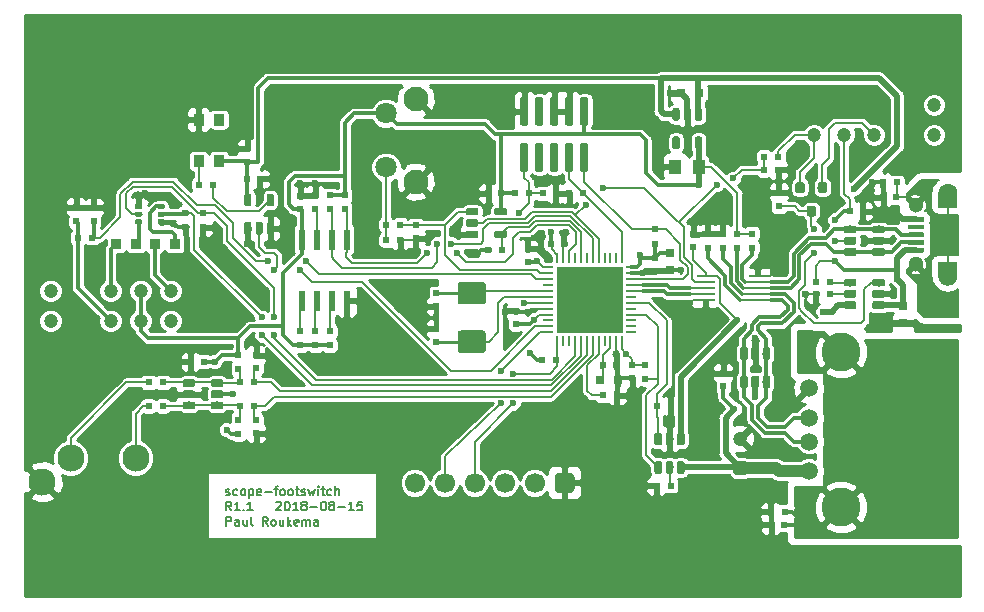
<source format=gtl>
G04 #@! TF.GenerationSoftware,KiCad,Pcbnew,(5.0.0)*
G04 #@! TF.CreationDate,2018-08-15T22:02:27-04:00*
G04 #@! TF.ProjectId,scope-footswitch,73636F70652D666F6F74737769746368,1*
G04 #@! TF.SameCoordinates,Original*
G04 #@! TF.FileFunction,Copper,L1,Top,Signal*
G04 #@! TF.FilePolarity,Positive*
%FSLAX46Y46*%
G04 Gerber Fmt 4.6, Leading zero omitted, Abs format (unit mm)*
G04 Created by KiCad (PCBNEW (5.0.0)) date 08/15/18 22:02:27*
%MOMM*%
%LPD*%
G01*
G04 APERTURE LIST*
G04 #@! TA.AperFunction,NonConductor*
%ADD10C,0.160000*%
G04 #@! TD*
G04 #@! TA.AperFunction,ComponentPad*
%ADD11C,2.300000*%
G04 #@! TD*
G04 #@! TA.AperFunction,ComponentPad*
%ADD12C,1.700000*%
G04 #@! TD*
G04 #@! TA.AperFunction,Conductor*
%ADD13C,0.100000*%
G04 #@! TD*
G04 #@! TA.AperFunction,ComponentPad*
%ADD14C,1.500000*%
G04 #@! TD*
G04 #@! TA.AperFunction,ComponentPad*
%ADD15C,3.300000*%
G04 #@! TD*
G04 #@! TA.AperFunction,ComponentPad*
%ADD16C,1.200000*%
G04 #@! TD*
G04 #@! TA.AperFunction,SMDPad,CuDef*
%ADD17R,0.600000X1.800000*%
G04 #@! TD*
G04 #@! TA.AperFunction,SMDPad,CuDef*
%ADD18C,0.800000*%
G04 #@! TD*
G04 #@! TA.AperFunction,SMDPad,CuDef*
%ADD19C,0.650000*%
G04 #@! TD*
G04 #@! TA.AperFunction,SMDPad,CuDef*
%ADD20C,0.600000*%
G04 #@! TD*
G04 #@! TA.AperFunction,SMDPad,CuDef*
%ADD21R,1.866666X1.866666*%
G04 #@! TD*
G04 #@! TA.AperFunction,SMDPad,CuDef*
%ADD22O,0.250000X0.900000*%
G04 #@! TD*
G04 #@! TA.AperFunction,SMDPad,CuDef*
%ADD23O,0.900000X0.250000*%
G04 #@! TD*
G04 #@! TA.AperFunction,SMDPad,CuDef*
%ADD24R,0.600000X0.600000*%
G04 #@! TD*
G04 #@! TA.AperFunction,SMDPad,CuDef*
%ADD25R,1.500000X0.250000*%
G04 #@! TD*
G04 #@! TA.AperFunction,SMDPad,CuDef*
%ADD26C,0.420000*%
G04 #@! TD*
G04 #@! TA.AperFunction,SMDPad,CuDef*
%ADD27C,0.430000*%
G04 #@! TD*
G04 #@! TA.AperFunction,SMDPad,CuDef*
%ADD28R,0.800000X0.800000*%
G04 #@! TD*
G04 #@! TA.AperFunction,SMDPad,CuDef*
%ADD29R,1.000000X1.250000*%
G04 #@! TD*
G04 #@! TA.AperFunction,SMDPad,CuDef*
%ADD30C,0.400000*%
G04 #@! TD*
G04 #@! TA.AperFunction,ComponentPad*
%ADD31C,1.600000*%
G04 #@! TD*
G04 #@! TA.AperFunction,ComponentPad*
%ADD32C,1.300000*%
G04 #@! TD*
G04 #@! TA.AperFunction,SMDPad,CuDef*
%ADD33R,1.600000X1.500000*%
G04 #@! TD*
G04 #@! TA.AperFunction,SMDPad,CuDef*
%ADD34C,0.700000*%
G04 #@! TD*
G04 #@! TA.AperFunction,SMDPad,CuDef*
%ADD35R,0.900000X0.900000*%
G04 #@! TD*
G04 #@! TA.AperFunction,SMDPad,CuDef*
%ADD36R,0.900000X1.000000*%
G04 #@! TD*
G04 #@! TA.AperFunction,ComponentPad*
%ADD37C,1.800000*%
G04 #@! TD*
G04 #@! TA.AperFunction,ComponentPad*
%ADD38C,2.100000*%
G04 #@! TD*
G04 #@! TA.AperFunction,SMDPad,CuDef*
%ADD39C,1.900000*%
G04 #@! TD*
G04 #@! TA.AperFunction,ViaPad*
%ADD40C,0.600000*%
G04 #@! TD*
G04 #@! TA.AperFunction,Conductor*
%ADD41C,0.500000*%
G04 #@! TD*
G04 #@! TA.AperFunction,Conductor*
%ADD42C,0.300000*%
G04 #@! TD*
G04 #@! TA.AperFunction,Conductor*
%ADD43C,0.160000*%
G04 #@! TD*
G04 #@! TA.AperFunction,Conductor*
%ADD44C,1.000000*%
G04 #@! TD*
G04 #@! TA.AperFunction,Conductor*
%ADD45C,0.250000*%
G04 #@! TD*
G04 #@! TA.AperFunction,Conductor*
%ADD46C,0.200000*%
G04 #@! TD*
G04 #@! TA.AperFunction,Conductor*
%ADD47C,0.254000*%
G04 #@! TD*
G04 APERTURE END LIST*
D10*
X126046857Y-110218571D02*
X126118285Y-110254285D01*
X126261142Y-110254285D01*
X126332571Y-110218571D01*
X126368285Y-110147142D01*
X126368285Y-110111428D01*
X126332571Y-110040000D01*
X126261142Y-110004285D01*
X126154000Y-110004285D01*
X126082571Y-109968571D01*
X126046857Y-109897142D01*
X126046857Y-109861428D01*
X126082571Y-109790000D01*
X126154000Y-109754285D01*
X126261142Y-109754285D01*
X126332571Y-109790000D01*
X127011142Y-110218571D02*
X126939714Y-110254285D01*
X126796857Y-110254285D01*
X126725428Y-110218571D01*
X126689714Y-110182857D01*
X126654000Y-110111428D01*
X126654000Y-109897142D01*
X126689714Y-109825714D01*
X126725428Y-109790000D01*
X126796857Y-109754285D01*
X126939714Y-109754285D01*
X127011142Y-109790000D01*
X127439714Y-110254285D02*
X127368285Y-110218571D01*
X127332571Y-110182857D01*
X127296857Y-110111428D01*
X127296857Y-109897142D01*
X127332571Y-109825714D01*
X127368285Y-109790000D01*
X127439714Y-109754285D01*
X127546857Y-109754285D01*
X127618285Y-109790000D01*
X127654000Y-109825714D01*
X127689714Y-109897142D01*
X127689714Y-110111428D01*
X127654000Y-110182857D01*
X127618285Y-110218571D01*
X127546857Y-110254285D01*
X127439714Y-110254285D01*
X128011142Y-109754285D02*
X128011142Y-110504285D01*
X128011142Y-109790000D02*
X128082571Y-109754285D01*
X128225428Y-109754285D01*
X128296857Y-109790000D01*
X128332571Y-109825714D01*
X128368285Y-109897142D01*
X128368285Y-110111428D01*
X128332571Y-110182857D01*
X128296857Y-110218571D01*
X128225428Y-110254285D01*
X128082571Y-110254285D01*
X128011142Y-110218571D01*
X128975428Y-110218571D02*
X128904000Y-110254285D01*
X128761142Y-110254285D01*
X128689714Y-110218571D01*
X128654000Y-110147142D01*
X128654000Y-109861428D01*
X128689714Y-109790000D01*
X128761142Y-109754285D01*
X128904000Y-109754285D01*
X128975428Y-109790000D01*
X129011142Y-109861428D01*
X129011142Y-109932857D01*
X128654000Y-110004285D01*
X129332571Y-109968571D02*
X129904000Y-109968571D01*
X130154000Y-109754285D02*
X130439714Y-109754285D01*
X130261142Y-110254285D02*
X130261142Y-109611428D01*
X130296857Y-109540000D01*
X130368285Y-109504285D01*
X130439714Y-109504285D01*
X130796857Y-110254285D02*
X130725428Y-110218571D01*
X130689714Y-110182857D01*
X130654000Y-110111428D01*
X130654000Y-109897142D01*
X130689714Y-109825714D01*
X130725428Y-109790000D01*
X130796857Y-109754285D01*
X130904000Y-109754285D01*
X130975428Y-109790000D01*
X131011142Y-109825714D01*
X131046857Y-109897142D01*
X131046857Y-110111428D01*
X131011142Y-110182857D01*
X130975428Y-110218571D01*
X130904000Y-110254285D01*
X130796857Y-110254285D01*
X131475428Y-110254285D02*
X131404000Y-110218571D01*
X131368285Y-110182857D01*
X131332571Y-110111428D01*
X131332571Y-109897142D01*
X131368285Y-109825714D01*
X131404000Y-109790000D01*
X131475428Y-109754285D01*
X131582571Y-109754285D01*
X131654000Y-109790000D01*
X131689714Y-109825714D01*
X131725428Y-109897142D01*
X131725428Y-110111428D01*
X131689714Y-110182857D01*
X131654000Y-110218571D01*
X131582571Y-110254285D01*
X131475428Y-110254285D01*
X131939714Y-109754285D02*
X132225428Y-109754285D01*
X132046857Y-109504285D02*
X132046857Y-110147142D01*
X132082571Y-110218571D01*
X132154000Y-110254285D01*
X132225428Y-110254285D01*
X132439714Y-110218571D02*
X132511142Y-110254285D01*
X132654000Y-110254285D01*
X132725428Y-110218571D01*
X132761142Y-110147142D01*
X132761142Y-110111428D01*
X132725428Y-110040000D01*
X132654000Y-110004285D01*
X132546857Y-110004285D01*
X132475428Y-109968571D01*
X132439714Y-109897142D01*
X132439714Y-109861428D01*
X132475428Y-109790000D01*
X132546857Y-109754285D01*
X132654000Y-109754285D01*
X132725428Y-109790000D01*
X133011142Y-109754285D02*
X133154000Y-110254285D01*
X133296857Y-109897142D01*
X133439714Y-110254285D01*
X133582571Y-109754285D01*
X133868285Y-110254285D02*
X133868285Y-109754285D01*
X133868285Y-109504285D02*
X133832571Y-109540000D01*
X133868285Y-109575714D01*
X133904000Y-109540000D01*
X133868285Y-109504285D01*
X133868285Y-109575714D01*
X134118285Y-109754285D02*
X134404000Y-109754285D01*
X134225428Y-109504285D02*
X134225428Y-110147142D01*
X134261142Y-110218571D01*
X134332571Y-110254285D01*
X134404000Y-110254285D01*
X134975428Y-110218571D02*
X134904000Y-110254285D01*
X134761142Y-110254285D01*
X134689714Y-110218571D01*
X134654000Y-110182857D01*
X134618285Y-110111428D01*
X134618285Y-109897142D01*
X134654000Y-109825714D01*
X134689714Y-109790000D01*
X134761142Y-109754285D01*
X134904000Y-109754285D01*
X134975428Y-109790000D01*
X135296857Y-110254285D02*
X135296857Y-109504285D01*
X135618285Y-110254285D02*
X135618285Y-109861428D01*
X135582571Y-109790000D01*
X135511142Y-109754285D01*
X135404000Y-109754285D01*
X135332571Y-109790000D01*
X135296857Y-109825714D01*
X126511142Y-111539285D02*
X126261142Y-111182142D01*
X126082571Y-111539285D02*
X126082571Y-110789285D01*
X126368285Y-110789285D01*
X126439714Y-110825000D01*
X126475428Y-110860714D01*
X126511142Y-110932142D01*
X126511142Y-111039285D01*
X126475428Y-111110714D01*
X126439714Y-111146428D01*
X126368285Y-111182142D01*
X126082571Y-111182142D01*
X127225428Y-111539285D02*
X126796857Y-111539285D01*
X127011142Y-111539285D02*
X127011142Y-110789285D01*
X126939714Y-110896428D01*
X126868285Y-110967857D01*
X126796857Y-111003571D01*
X127546857Y-111467857D02*
X127582571Y-111503571D01*
X127546857Y-111539285D01*
X127511142Y-111503571D01*
X127546857Y-111467857D01*
X127546857Y-111539285D01*
X128296857Y-111539285D02*
X127868285Y-111539285D01*
X128082571Y-111539285D02*
X128082571Y-110789285D01*
X128011142Y-110896428D01*
X127939714Y-110967857D01*
X127868285Y-111003571D01*
X130296857Y-110860714D02*
X130332571Y-110825000D01*
X130404000Y-110789285D01*
X130582571Y-110789285D01*
X130654000Y-110825000D01*
X130689714Y-110860714D01*
X130725428Y-110932142D01*
X130725428Y-111003571D01*
X130689714Y-111110714D01*
X130261142Y-111539285D01*
X130725428Y-111539285D01*
X131189714Y-110789285D02*
X131261142Y-110789285D01*
X131332571Y-110825000D01*
X131368285Y-110860714D01*
X131404000Y-110932142D01*
X131439714Y-111075000D01*
X131439714Y-111253571D01*
X131404000Y-111396428D01*
X131368285Y-111467857D01*
X131332571Y-111503571D01*
X131261142Y-111539285D01*
X131189714Y-111539285D01*
X131118285Y-111503571D01*
X131082571Y-111467857D01*
X131046857Y-111396428D01*
X131011142Y-111253571D01*
X131011142Y-111075000D01*
X131046857Y-110932142D01*
X131082571Y-110860714D01*
X131118285Y-110825000D01*
X131189714Y-110789285D01*
X132154000Y-111539285D02*
X131725428Y-111539285D01*
X131939714Y-111539285D02*
X131939714Y-110789285D01*
X131868285Y-110896428D01*
X131796857Y-110967857D01*
X131725428Y-111003571D01*
X132582571Y-111110714D02*
X132511142Y-111075000D01*
X132475428Y-111039285D01*
X132439714Y-110967857D01*
X132439714Y-110932142D01*
X132475428Y-110860714D01*
X132511142Y-110825000D01*
X132582571Y-110789285D01*
X132725428Y-110789285D01*
X132796857Y-110825000D01*
X132832571Y-110860714D01*
X132868285Y-110932142D01*
X132868285Y-110967857D01*
X132832571Y-111039285D01*
X132796857Y-111075000D01*
X132725428Y-111110714D01*
X132582571Y-111110714D01*
X132511142Y-111146428D01*
X132475428Y-111182142D01*
X132439714Y-111253571D01*
X132439714Y-111396428D01*
X132475428Y-111467857D01*
X132511142Y-111503571D01*
X132582571Y-111539285D01*
X132725428Y-111539285D01*
X132796857Y-111503571D01*
X132832571Y-111467857D01*
X132868285Y-111396428D01*
X132868285Y-111253571D01*
X132832571Y-111182142D01*
X132796857Y-111146428D01*
X132725428Y-111110714D01*
X133189714Y-111253571D02*
X133761142Y-111253571D01*
X134261142Y-110789285D02*
X134332571Y-110789285D01*
X134404000Y-110825000D01*
X134439714Y-110860714D01*
X134475428Y-110932142D01*
X134511142Y-111075000D01*
X134511142Y-111253571D01*
X134475428Y-111396428D01*
X134439714Y-111467857D01*
X134404000Y-111503571D01*
X134332571Y-111539285D01*
X134261142Y-111539285D01*
X134189714Y-111503571D01*
X134154000Y-111467857D01*
X134118285Y-111396428D01*
X134082571Y-111253571D01*
X134082571Y-111075000D01*
X134118285Y-110932142D01*
X134154000Y-110860714D01*
X134189714Y-110825000D01*
X134261142Y-110789285D01*
X134939714Y-111110714D02*
X134868285Y-111075000D01*
X134832571Y-111039285D01*
X134796857Y-110967857D01*
X134796857Y-110932142D01*
X134832571Y-110860714D01*
X134868285Y-110825000D01*
X134939714Y-110789285D01*
X135082571Y-110789285D01*
X135154000Y-110825000D01*
X135189714Y-110860714D01*
X135225428Y-110932142D01*
X135225428Y-110967857D01*
X135189714Y-111039285D01*
X135154000Y-111075000D01*
X135082571Y-111110714D01*
X134939714Y-111110714D01*
X134868285Y-111146428D01*
X134832571Y-111182142D01*
X134796857Y-111253571D01*
X134796857Y-111396428D01*
X134832571Y-111467857D01*
X134868285Y-111503571D01*
X134939714Y-111539285D01*
X135082571Y-111539285D01*
X135154000Y-111503571D01*
X135189714Y-111467857D01*
X135225428Y-111396428D01*
X135225428Y-111253571D01*
X135189714Y-111182142D01*
X135154000Y-111146428D01*
X135082571Y-111110714D01*
X135546857Y-111253571D02*
X136118285Y-111253571D01*
X136868285Y-111539285D02*
X136439714Y-111539285D01*
X136654000Y-111539285D02*
X136654000Y-110789285D01*
X136582571Y-110896428D01*
X136511142Y-110967857D01*
X136439714Y-111003571D01*
X137546857Y-110789285D02*
X137189714Y-110789285D01*
X137154000Y-111146428D01*
X137189714Y-111110714D01*
X137261142Y-111075000D01*
X137439714Y-111075000D01*
X137511142Y-111110714D01*
X137546857Y-111146428D01*
X137582571Y-111217857D01*
X137582571Y-111396428D01*
X137546857Y-111467857D01*
X137511142Y-111503571D01*
X137439714Y-111539285D01*
X137261142Y-111539285D01*
X137189714Y-111503571D01*
X137154000Y-111467857D01*
X126082571Y-112824285D02*
X126082571Y-112074285D01*
X126368285Y-112074285D01*
X126439714Y-112110000D01*
X126475428Y-112145714D01*
X126511142Y-112217142D01*
X126511142Y-112324285D01*
X126475428Y-112395714D01*
X126439714Y-112431428D01*
X126368285Y-112467142D01*
X126082571Y-112467142D01*
X127154000Y-112824285D02*
X127154000Y-112431428D01*
X127118285Y-112360000D01*
X127046857Y-112324285D01*
X126904000Y-112324285D01*
X126832571Y-112360000D01*
X127154000Y-112788571D02*
X127082571Y-112824285D01*
X126904000Y-112824285D01*
X126832571Y-112788571D01*
X126796857Y-112717142D01*
X126796857Y-112645714D01*
X126832571Y-112574285D01*
X126904000Y-112538571D01*
X127082571Y-112538571D01*
X127154000Y-112502857D01*
X127832571Y-112324285D02*
X127832571Y-112824285D01*
X127511142Y-112324285D02*
X127511142Y-112717142D01*
X127546857Y-112788571D01*
X127618285Y-112824285D01*
X127725428Y-112824285D01*
X127796857Y-112788571D01*
X127832571Y-112752857D01*
X128296857Y-112824285D02*
X128225428Y-112788571D01*
X128189714Y-112717142D01*
X128189714Y-112074285D01*
X129582571Y-112824285D02*
X129332571Y-112467142D01*
X129154000Y-112824285D02*
X129154000Y-112074285D01*
X129439714Y-112074285D01*
X129511142Y-112110000D01*
X129546857Y-112145714D01*
X129582571Y-112217142D01*
X129582571Y-112324285D01*
X129546857Y-112395714D01*
X129511142Y-112431428D01*
X129439714Y-112467142D01*
X129154000Y-112467142D01*
X130011142Y-112824285D02*
X129939714Y-112788571D01*
X129904000Y-112752857D01*
X129868285Y-112681428D01*
X129868285Y-112467142D01*
X129904000Y-112395714D01*
X129939714Y-112360000D01*
X130011142Y-112324285D01*
X130118285Y-112324285D01*
X130189714Y-112360000D01*
X130225428Y-112395714D01*
X130261142Y-112467142D01*
X130261142Y-112681428D01*
X130225428Y-112752857D01*
X130189714Y-112788571D01*
X130118285Y-112824285D01*
X130011142Y-112824285D01*
X130904000Y-112324285D02*
X130904000Y-112824285D01*
X130582571Y-112324285D02*
X130582571Y-112717142D01*
X130618285Y-112788571D01*
X130689714Y-112824285D01*
X130796857Y-112824285D01*
X130868285Y-112788571D01*
X130904000Y-112752857D01*
X131261142Y-112824285D02*
X131261142Y-112074285D01*
X131332571Y-112538571D02*
X131546857Y-112824285D01*
X131546857Y-112324285D02*
X131261142Y-112610000D01*
X132154000Y-112788571D02*
X132082571Y-112824285D01*
X131939714Y-112824285D01*
X131868285Y-112788571D01*
X131832571Y-112717142D01*
X131832571Y-112431428D01*
X131868285Y-112360000D01*
X131939714Y-112324285D01*
X132082571Y-112324285D01*
X132154000Y-112360000D01*
X132189714Y-112431428D01*
X132189714Y-112502857D01*
X131832571Y-112574285D01*
X132511142Y-112824285D02*
X132511142Y-112324285D01*
X132511142Y-112395714D02*
X132546857Y-112360000D01*
X132618285Y-112324285D01*
X132725428Y-112324285D01*
X132796857Y-112360000D01*
X132832571Y-112431428D01*
X132832571Y-112824285D01*
X132832571Y-112431428D02*
X132868285Y-112360000D01*
X132939714Y-112324285D01*
X133046857Y-112324285D01*
X133118285Y-112360000D01*
X133154000Y-112431428D01*
X133154000Y-112824285D01*
X133832571Y-112824285D02*
X133832571Y-112431428D01*
X133796857Y-112360000D01*
X133725428Y-112324285D01*
X133582571Y-112324285D01*
X133511142Y-112360000D01*
X133832571Y-112788571D02*
X133761142Y-112824285D01*
X133582571Y-112824285D01*
X133511142Y-112788571D01*
X133475428Y-112717142D01*
X133475428Y-112645714D01*
X133511142Y-112574285D01*
X133582571Y-112538571D01*
X133761142Y-112538571D01*
X133832571Y-112502857D01*
D11*
G04 #@! TO.P,J1,3*
G04 #@! TO.N,Net-(J1-Pad3)*
X118400000Y-107100000D03*
G04 #@! TO.P,J1,2*
G04 #@! TO.N,Net-(J1-Pad2)*
X112900000Y-107100000D03*
G04 #@! TO.P,J1,1*
G04 #@! TO.N,GND*
X110500000Y-109100000D03*
G04 #@! TD*
D12*
G04 #@! TO.P,P1,6*
G04 #@! TO.N,Net-(P1-Pad6)*
X142020000Y-109200000D03*
G04 #@! TO.P,P1,5*
G04 #@! TO.N,/UART_TX*
X144560000Y-109200000D03*
G04 #@! TO.P,P1,4*
G04 #@! TO.N,/UART_RX*
X147100000Y-109200000D03*
G04 #@! TO.P,P1,3*
G04 #@! TO.N,Net-(P1-Pad3)*
X149640000Y-109200000D03*
G04 #@! TO.P,P1,2*
G04 #@! TO.N,Net-(P1-Pad2)*
X152180000Y-109200000D03*
D13*
G04 #@! TD*
G04 #@! TO.N,GND*
G04 #@! TO.C,P1*
G36*
X155186657Y-108352046D02*
X155227913Y-108358166D01*
X155268371Y-108368300D01*
X155307640Y-108382351D01*
X155345344Y-108400183D01*
X155381117Y-108421625D01*
X155414617Y-108446471D01*
X155445520Y-108474480D01*
X155473529Y-108505383D01*
X155498375Y-108538883D01*
X155519817Y-108574656D01*
X155537649Y-108612360D01*
X155551700Y-108651629D01*
X155561834Y-108692087D01*
X155567954Y-108733343D01*
X155570000Y-108775000D01*
X155570000Y-109625000D01*
X155567954Y-109666657D01*
X155561834Y-109707913D01*
X155551700Y-109748371D01*
X155537649Y-109787640D01*
X155519817Y-109825344D01*
X155498375Y-109861117D01*
X155473529Y-109894617D01*
X155445520Y-109925520D01*
X155414617Y-109953529D01*
X155381117Y-109978375D01*
X155345344Y-109999817D01*
X155307640Y-110017649D01*
X155268371Y-110031700D01*
X155227913Y-110041834D01*
X155186657Y-110047954D01*
X155145000Y-110050000D01*
X154295000Y-110050000D01*
X154253343Y-110047954D01*
X154212087Y-110041834D01*
X154171629Y-110031700D01*
X154132360Y-110017649D01*
X154094656Y-109999817D01*
X154058883Y-109978375D01*
X154025383Y-109953529D01*
X153994480Y-109925520D01*
X153966471Y-109894617D01*
X153941625Y-109861117D01*
X153920183Y-109825344D01*
X153902351Y-109787640D01*
X153888300Y-109748371D01*
X153878166Y-109707913D01*
X153872046Y-109666657D01*
X153870000Y-109625000D01*
X153870000Y-108775000D01*
X153872046Y-108733343D01*
X153878166Y-108692087D01*
X153888300Y-108651629D01*
X153902351Y-108612360D01*
X153920183Y-108574656D01*
X153941625Y-108538883D01*
X153966471Y-108505383D01*
X153994480Y-108474480D01*
X154025383Y-108446471D01*
X154058883Y-108421625D01*
X154094656Y-108400183D01*
X154132360Y-108382351D01*
X154171629Y-108368300D01*
X154212087Y-108358166D01*
X154253343Y-108352046D01*
X154295000Y-108350000D01*
X155145000Y-108350000D01*
X155186657Y-108352046D01*
X155186657Y-108352046D01*
G37*
D12*
G04 #@! TO.P,P1,1*
G04 #@! TO.N,GND*
X154720000Y-109200000D03*
G04 #@! TD*
D14*
G04 #@! TO.P,J2,1*
G04 #@! TO.N,/HOST_VBUS*
X175390000Y-108200000D03*
G04 #@! TO.P,J2,2*
G04 #@! TO.N,/HOST_DM*
X175390000Y-105700000D03*
G04 #@! TO.P,J2,3*
G04 #@! TO.N,/HOST_DP*
X175390000Y-103700000D03*
G04 #@! TO.P,J2,4*
G04 #@! TO.N,GND*
X175390000Y-101200000D03*
D15*
G04 #@! TO.P,J2,M1*
G04 #@! TO.N,/HOST_SHIELD*
X178100000Y-111270000D03*
G04 #@! TO.P,J2,M2*
X178100000Y-98130000D03*
G04 #@! TD*
D13*
G04 #@! TO.N,/HOST_VBUS*
G04 #@! TO.C,C24*
G36*
X169929405Y-107351445D02*
X169958527Y-107355764D01*
X169987085Y-107362918D01*
X170014805Y-107372836D01*
X170041419Y-107385424D01*
X170066671Y-107400559D01*
X170090318Y-107418097D01*
X170112132Y-107437868D01*
X170131903Y-107459682D01*
X170149441Y-107483329D01*
X170164576Y-107508581D01*
X170177164Y-107535195D01*
X170187082Y-107562915D01*
X170194236Y-107591473D01*
X170198555Y-107620595D01*
X170200000Y-107650000D01*
X170200000Y-108250000D01*
X170198555Y-108279405D01*
X170194236Y-108308527D01*
X170187082Y-108337085D01*
X170177164Y-108364805D01*
X170164576Y-108391419D01*
X170149441Y-108416671D01*
X170131903Y-108440318D01*
X170112132Y-108462132D01*
X170090318Y-108481903D01*
X170066671Y-108499441D01*
X170041419Y-108514576D01*
X170014805Y-108527164D01*
X169987085Y-108537082D01*
X169958527Y-108544236D01*
X169929405Y-108548555D01*
X169900000Y-108550000D01*
X169300000Y-108550000D01*
X169270595Y-108548555D01*
X169241473Y-108544236D01*
X169212915Y-108537082D01*
X169185195Y-108527164D01*
X169158581Y-108514576D01*
X169133329Y-108499441D01*
X169109682Y-108481903D01*
X169087868Y-108462132D01*
X169068097Y-108440318D01*
X169050559Y-108416671D01*
X169035424Y-108391419D01*
X169022836Y-108364805D01*
X169012918Y-108337085D01*
X169005764Y-108308527D01*
X169001445Y-108279405D01*
X169000000Y-108250000D01*
X169000000Y-107650000D01*
X169001445Y-107620595D01*
X169005764Y-107591473D01*
X169012918Y-107562915D01*
X169022836Y-107535195D01*
X169035424Y-107508581D01*
X169050559Y-107483329D01*
X169068097Y-107459682D01*
X169087868Y-107437868D01*
X169109682Y-107418097D01*
X169133329Y-107400559D01*
X169158581Y-107385424D01*
X169185195Y-107372836D01*
X169212915Y-107362918D01*
X169241473Y-107355764D01*
X169270595Y-107351445D01*
X169300000Y-107350000D01*
X169900000Y-107350000D01*
X169929405Y-107351445D01*
X169929405Y-107351445D01*
G37*
D16*
G04 #@! TD*
G04 #@! TO.P,C24,+*
G04 #@! TO.N,/HOST_VBUS*
X169600000Y-107950000D03*
G04 #@! TO.P,C24,-*
G04 #@! TO.N,GND*
X169600000Y-105450000D03*
G04 #@! TD*
D17*
G04 #@! TO.P,U3,4*
G04 #@! TO.N,GND*
X136255000Y-93800000D03*
G04 #@! TO.P,U3,5*
G04 #@! TO.N,/I2C_SDA*
X136255000Y-88600000D03*
G04 #@! TO.P,U3,3*
G04 #@! TO.N,Net-(R15-Pad1)*
X134985000Y-93800000D03*
G04 #@! TO.P,U3,6*
G04 #@! TO.N,/I2C_SCL*
X134985000Y-88600000D03*
G04 #@! TO.P,U3,2*
G04 #@! TO.N,Net-(R16-Pad1)*
X133715000Y-93800000D03*
G04 #@! TO.P,U3,7*
G04 #@! TO.N,Net-(R11-Pad2)*
X133715000Y-88600000D03*
G04 #@! TO.P,U3,1*
G04 #@! TO.N,Net-(R17-Pad1)*
X132445000Y-93800000D03*
G04 #@! TO.P,U3,8*
G04 #@! TO.N,+3V3*
X132445000Y-88600000D03*
G04 #@! TD*
D13*
G04 #@! TO.N,/EN_DEVICE_5V*
G04 #@! TO.C,D1*
G36*
X174869603Y-83750963D02*
X174889018Y-83753843D01*
X174908057Y-83758612D01*
X174926537Y-83765224D01*
X174944279Y-83773616D01*
X174961114Y-83783706D01*
X174976879Y-83795398D01*
X174991421Y-83808579D01*
X175004602Y-83823121D01*
X175016294Y-83838886D01*
X175026384Y-83855721D01*
X175034776Y-83873463D01*
X175041388Y-83891943D01*
X175046157Y-83910982D01*
X175049037Y-83930397D01*
X175050000Y-83950000D01*
X175050000Y-84450000D01*
X175049037Y-84469603D01*
X175046157Y-84489018D01*
X175041388Y-84508057D01*
X175034776Y-84526537D01*
X175026384Y-84544279D01*
X175016294Y-84561114D01*
X175004602Y-84576879D01*
X174991421Y-84591421D01*
X174976879Y-84604602D01*
X174961114Y-84616294D01*
X174944279Y-84626384D01*
X174926537Y-84634776D01*
X174908057Y-84641388D01*
X174889018Y-84646157D01*
X174869603Y-84649037D01*
X174850000Y-84650000D01*
X174450000Y-84650000D01*
X174430397Y-84649037D01*
X174410982Y-84646157D01*
X174391943Y-84641388D01*
X174373463Y-84634776D01*
X174355721Y-84626384D01*
X174338886Y-84616294D01*
X174323121Y-84604602D01*
X174308579Y-84591421D01*
X174295398Y-84576879D01*
X174283706Y-84561114D01*
X174273616Y-84544279D01*
X174265224Y-84526537D01*
X174258612Y-84508057D01*
X174253843Y-84489018D01*
X174250963Y-84469603D01*
X174250000Y-84450000D01*
X174250000Y-83950000D01*
X174250963Y-83930397D01*
X174253843Y-83910982D01*
X174258612Y-83891943D01*
X174265224Y-83873463D01*
X174273616Y-83855721D01*
X174283706Y-83838886D01*
X174295398Y-83823121D01*
X174308579Y-83808579D01*
X174323121Y-83795398D01*
X174338886Y-83783706D01*
X174355721Y-83773616D01*
X174373463Y-83765224D01*
X174391943Y-83758612D01*
X174410982Y-83753843D01*
X174430397Y-83750963D01*
X174450000Y-83750000D01*
X174850000Y-83750000D01*
X174869603Y-83750963D01*
X174869603Y-83750963D01*
G37*
D18*
G04 #@! TD*
G04 #@! TO.P,D1,2*
G04 #@! TO.N,/EN_DEVICE_5V*
X174650000Y-84200000D03*
D13*
G04 #@! TO.N,/PWR_EN*
G04 #@! TO.C,D1*
G36*
X175819603Y-85750963D02*
X175839018Y-85753843D01*
X175858057Y-85758612D01*
X175876537Y-85765224D01*
X175894279Y-85773616D01*
X175911114Y-85783706D01*
X175926879Y-85795398D01*
X175941421Y-85808579D01*
X175954602Y-85823121D01*
X175966294Y-85838886D01*
X175976384Y-85855721D01*
X175984776Y-85873463D01*
X175991388Y-85891943D01*
X175996157Y-85910982D01*
X175999037Y-85930397D01*
X176000000Y-85950000D01*
X176000000Y-86450000D01*
X175999037Y-86469603D01*
X175996157Y-86489018D01*
X175991388Y-86508057D01*
X175984776Y-86526537D01*
X175976384Y-86544279D01*
X175966294Y-86561114D01*
X175954602Y-86576879D01*
X175941421Y-86591421D01*
X175926879Y-86604602D01*
X175911114Y-86616294D01*
X175894279Y-86626384D01*
X175876537Y-86634776D01*
X175858057Y-86641388D01*
X175839018Y-86646157D01*
X175819603Y-86649037D01*
X175800000Y-86650000D01*
X175400000Y-86650000D01*
X175380397Y-86649037D01*
X175360982Y-86646157D01*
X175341943Y-86641388D01*
X175323463Y-86634776D01*
X175305721Y-86626384D01*
X175288886Y-86616294D01*
X175273121Y-86604602D01*
X175258579Y-86591421D01*
X175245398Y-86576879D01*
X175233706Y-86561114D01*
X175223616Y-86544279D01*
X175215224Y-86526537D01*
X175208612Y-86508057D01*
X175203843Y-86489018D01*
X175200963Y-86469603D01*
X175200000Y-86450000D01*
X175200000Y-85950000D01*
X175200963Y-85930397D01*
X175203843Y-85910982D01*
X175208612Y-85891943D01*
X175215224Y-85873463D01*
X175223616Y-85855721D01*
X175233706Y-85838886D01*
X175245398Y-85823121D01*
X175258579Y-85808579D01*
X175273121Y-85795398D01*
X175288886Y-85783706D01*
X175305721Y-85773616D01*
X175323463Y-85765224D01*
X175341943Y-85758612D01*
X175360982Y-85753843D01*
X175380397Y-85750963D01*
X175400000Y-85750000D01*
X175800000Y-85750000D01*
X175819603Y-85750963D01*
X175819603Y-85750963D01*
G37*
D18*
G04 #@! TD*
G04 #@! TO.P,D1,3*
G04 #@! TO.N,/PWR_EN*
X175600000Y-86200000D03*
D13*
G04 #@! TO.N,/EN_HOST_5V*
G04 #@! TO.C,D1*
G36*
X176769603Y-83750963D02*
X176789018Y-83753843D01*
X176808057Y-83758612D01*
X176826537Y-83765224D01*
X176844279Y-83773616D01*
X176861114Y-83783706D01*
X176876879Y-83795398D01*
X176891421Y-83808579D01*
X176904602Y-83823121D01*
X176916294Y-83838886D01*
X176926384Y-83855721D01*
X176934776Y-83873463D01*
X176941388Y-83891943D01*
X176946157Y-83910982D01*
X176949037Y-83930397D01*
X176950000Y-83950000D01*
X176950000Y-84450000D01*
X176949037Y-84469603D01*
X176946157Y-84489018D01*
X176941388Y-84508057D01*
X176934776Y-84526537D01*
X176926384Y-84544279D01*
X176916294Y-84561114D01*
X176904602Y-84576879D01*
X176891421Y-84591421D01*
X176876879Y-84604602D01*
X176861114Y-84616294D01*
X176844279Y-84626384D01*
X176826537Y-84634776D01*
X176808057Y-84641388D01*
X176789018Y-84646157D01*
X176769603Y-84649037D01*
X176750000Y-84650000D01*
X176350000Y-84650000D01*
X176330397Y-84649037D01*
X176310982Y-84646157D01*
X176291943Y-84641388D01*
X176273463Y-84634776D01*
X176255721Y-84626384D01*
X176238886Y-84616294D01*
X176223121Y-84604602D01*
X176208579Y-84591421D01*
X176195398Y-84576879D01*
X176183706Y-84561114D01*
X176173616Y-84544279D01*
X176165224Y-84526537D01*
X176158612Y-84508057D01*
X176153843Y-84489018D01*
X176150963Y-84469603D01*
X176150000Y-84450000D01*
X176150000Y-83950000D01*
X176150963Y-83930397D01*
X176153843Y-83910982D01*
X176158612Y-83891943D01*
X176165224Y-83873463D01*
X176173616Y-83855721D01*
X176183706Y-83838886D01*
X176195398Y-83823121D01*
X176208579Y-83808579D01*
X176223121Y-83795398D01*
X176238886Y-83783706D01*
X176255721Y-83773616D01*
X176273463Y-83765224D01*
X176291943Y-83758612D01*
X176310982Y-83753843D01*
X176330397Y-83750963D01*
X176350000Y-83750000D01*
X176750000Y-83750000D01*
X176769603Y-83750963D01*
X176769603Y-83750963D01*
G37*
D18*
G04 #@! TD*
G04 #@! TO.P,D1,1*
G04 #@! TO.N,/EN_HOST_5V*
X176550000Y-84200000D03*
D13*
G04 #@! TO.N,+5V*
G04 #@! TO.C,U2*
G36*
X179278428Y-93825782D02*
X179294202Y-93828122D01*
X179309671Y-93831997D01*
X179324686Y-93837370D01*
X179339102Y-93844188D01*
X179352780Y-93852386D01*
X179365589Y-93861886D01*
X179377405Y-93872595D01*
X179388114Y-93884411D01*
X179397614Y-93897220D01*
X179405812Y-93910898D01*
X179412630Y-93925314D01*
X179418003Y-93940329D01*
X179421878Y-93955798D01*
X179424218Y-93971572D01*
X179425000Y-93987500D01*
X179425000Y-94312500D01*
X179424218Y-94328428D01*
X179421878Y-94344202D01*
X179418003Y-94359671D01*
X179412630Y-94374686D01*
X179405812Y-94389102D01*
X179397614Y-94402780D01*
X179388114Y-94415589D01*
X179377405Y-94427405D01*
X179365589Y-94438114D01*
X179352780Y-94447614D01*
X179339102Y-94455812D01*
X179324686Y-94462630D01*
X179309671Y-94468003D01*
X179294202Y-94471878D01*
X179278428Y-94474218D01*
X179262500Y-94475000D01*
X178537500Y-94475000D01*
X178521572Y-94474218D01*
X178505798Y-94471878D01*
X178490329Y-94468003D01*
X178475314Y-94462630D01*
X178460898Y-94455812D01*
X178447220Y-94447614D01*
X178434411Y-94438114D01*
X178422595Y-94427405D01*
X178411886Y-94415589D01*
X178402386Y-94402780D01*
X178394188Y-94389102D01*
X178387370Y-94374686D01*
X178381997Y-94359671D01*
X178378122Y-94344202D01*
X178375782Y-94328428D01*
X178375000Y-94312500D01*
X178375000Y-93987500D01*
X178375782Y-93971572D01*
X178378122Y-93955798D01*
X178381997Y-93940329D01*
X178387370Y-93925314D01*
X178394188Y-93910898D01*
X178402386Y-93897220D01*
X178411886Y-93884411D01*
X178422595Y-93872595D01*
X178434411Y-93861886D01*
X178447220Y-93852386D01*
X178460898Y-93844188D01*
X178475314Y-93837370D01*
X178490329Y-93831997D01*
X178505798Y-93828122D01*
X178521572Y-93825782D01*
X178537500Y-93825000D01*
X179262500Y-93825000D01*
X179278428Y-93825782D01*
X179278428Y-93825782D01*
G37*
D19*
G04 #@! TD*
G04 #@! TO.P,U2,6*
G04 #@! TO.N,+5V*
X178900000Y-94150000D03*
D13*
G04 #@! TO.N,VBUS*
G04 #@! TO.C,U2*
G36*
X181678428Y-93825782D02*
X181694202Y-93828122D01*
X181709671Y-93831997D01*
X181724686Y-93837370D01*
X181739102Y-93844188D01*
X181752780Y-93852386D01*
X181765589Y-93861886D01*
X181777405Y-93872595D01*
X181788114Y-93884411D01*
X181797614Y-93897220D01*
X181805812Y-93910898D01*
X181812630Y-93925314D01*
X181818003Y-93940329D01*
X181821878Y-93955798D01*
X181824218Y-93971572D01*
X181825000Y-93987500D01*
X181825000Y-94312500D01*
X181824218Y-94328428D01*
X181821878Y-94344202D01*
X181818003Y-94359671D01*
X181812630Y-94374686D01*
X181805812Y-94389102D01*
X181797614Y-94402780D01*
X181788114Y-94415589D01*
X181777405Y-94427405D01*
X181765589Y-94438114D01*
X181752780Y-94447614D01*
X181739102Y-94455812D01*
X181724686Y-94462630D01*
X181709671Y-94468003D01*
X181694202Y-94471878D01*
X181678428Y-94474218D01*
X181662500Y-94475000D01*
X180937500Y-94475000D01*
X180921572Y-94474218D01*
X180905798Y-94471878D01*
X180890329Y-94468003D01*
X180875314Y-94462630D01*
X180860898Y-94455812D01*
X180847220Y-94447614D01*
X180834411Y-94438114D01*
X180822595Y-94427405D01*
X180811886Y-94415589D01*
X180802386Y-94402780D01*
X180794188Y-94389102D01*
X180787370Y-94374686D01*
X180781997Y-94359671D01*
X180778122Y-94344202D01*
X180775782Y-94328428D01*
X180775000Y-94312500D01*
X180775000Y-93987500D01*
X180775782Y-93971572D01*
X180778122Y-93955798D01*
X180781997Y-93940329D01*
X180787370Y-93925314D01*
X180794188Y-93910898D01*
X180802386Y-93897220D01*
X180811886Y-93884411D01*
X180822595Y-93872595D01*
X180834411Y-93861886D01*
X180847220Y-93852386D01*
X180860898Y-93844188D01*
X180875314Y-93837370D01*
X180890329Y-93831997D01*
X180905798Y-93828122D01*
X180921572Y-93825782D01*
X180937500Y-93825000D01*
X181662500Y-93825000D01*
X181678428Y-93825782D01*
X181678428Y-93825782D01*
G37*
D19*
G04 #@! TD*
G04 #@! TO.P,U2,1*
G04 #@! TO.N,VBUS*
X181300000Y-94150000D03*
D13*
G04 #@! TO.N,/VIN_ILIM*
G04 #@! TO.C,U2*
G36*
X179278428Y-92875782D02*
X179294202Y-92878122D01*
X179309671Y-92881997D01*
X179324686Y-92887370D01*
X179339102Y-92894188D01*
X179352780Y-92902386D01*
X179365589Y-92911886D01*
X179377405Y-92922595D01*
X179388114Y-92934411D01*
X179397614Y-92947220D01*
X179405812Y-92960898D01*
X179412630Y-92975314D01*
X179418003Y-92990329D01*
X179421878Y-93005798D01*
X179424218Y-93021572D01*
X179425000Y-93037500D01*
X179425000Y-93362500D01*
X179424218Y-93378428D01*
X179421878Y-93394202D01*
X179418003Y-93409671D01*
X179412630Y-93424686D01*
X179405812Y-93439102D01*
X179397614Y-93452780D01*
X179388114Y-93465589D01*
X179377405Y-93477405D01*
X179365589Y-93488114D01*
X179352780Y-93497614D01*
X179339102Y-93505812D01*
X179324686Y-93512630D01*
X179309671Y-93518003D01*
X179294202Y-93521878D01*
X179278428Y-93524218D01*
X179262500Y-93525000D01*
X178537500Y-93525000D01*
X178521572Y-93524218D01*
X178505798Y-93521878D01*
X178490329Y-93518003D01*
X178475314Y-93512630D01*
X178460898Y-93505812D01*
X178447220Y-93497614D01*
X178434411Y-93488114D01*
X178422595Y-93477405D01*
X178411886Y-93465589D01*
X178402386Y-93452780D01*
X178394188Y-93439102D01*
X178387370Y-93424686D01*
X178381997Y-93409671D01*
X178378122Y-93394202D01*
X178375782Y-93378428D01*
X178375000Y-93362500D01*
X178375000Y-93037500D01*
X178375782Y-93021572D01*
X178378122Y-93005798D01*
X178381997Y-92990329D01*
X178387370Y-92975314D01*
X178394188Y-92960898D01*
X178402386Y-92947220D01*
X178411886Y-92934411D01*
X178422595Y-92922595D01*
X178434411Y-92911886D01*
X178447220Y-92902386D01*
X178460898Y-92894188D01*
X178475314Y-92887370D01*
X178490329Y-92881997D01*
X178505798Y-92878122D01*
X178521572Y-92875782D01*
X178537500Y-92875000D01*
X179262500Y-92875000D01*
X179278428Y-92875782D01*
X179278428Y-92875782D01*
G37*
D19*
G04 #@! TD*
G04 #@! TO.P,U2,5*
G04 #@! TO.N,/VIN_ILIM*
X178900000Y-93200000D03*
D13*
G04 #@! TO.N,GND*
G04 #@! TO.C,U2*
G36*
X181678428Y-92875782D02*
X181694202Y-92878122D01*
X181709671Y-92881997D01*
X181724686Y-92887370D01*
X181739102Y-92894188D01*
X181752780Y-92902386D01*
X181765589Y-92911886D01*
X181777405Y-92922595D01*
X181788114Y-92934411D01*
X181797614Y-92947220D01*
X181805812Y-92960898D01*
X181812630Y-92975314D01*
X181818003Y-92990329D01*
X181821878Y-93005798D01*
X181824218Y-93021572D01*
X181825000Y-93037500D01*
X181825000Y-93362500D01*
X181824218Y-93378428D01*
X181821878Y-93394202D01*
X181818003Y-93409671D01*
X181812630Y-93424686D01*
X181805812Y-93439102D01*
X181797614Y-93452780D01*
X181788114Y-93465589D01*
X181777405Y-93477405D01*
X181765589Y-93488114D01*
X181752780Y-93497614D01*
X181739102Y-93505812D01*
X181724686Y-93512630D01*
X181709671Y-93518003D01*
X181694202Y-93521878D01*
X181678428Y-93524218D01*
X181662500Y-93525000D01*
X180937500Y-93525000D01*
X180921572Y-93524218D01*
X180905798Y-93521878D01*
X180890329Y-93518003D01*
X180875314Y-93512630D01*
X180860898Y-93505812D01*
X180847220Y-93497614D01*
X180834411Y-93488114D01*
X180822595Y-93477405D01*
X180811886Y-93465589D01*
X180802386Y-93452780D01*
X180794188Y-93439102D01*
X180787370Y-93424686D01*
X180781997Y-93409671D01*
X180778122Y-93394202D01*
X180775782Y-93378428D01*
X180775000Y-93362500D01*
X180775000Y-93037500D01*
X180775782Y-93021572D01*
X180778122Y-93005798D01*
X180781997Y-92990329D01*
X180787370Y-92975314D01*
X180794188Y-92960898D01*
X180802386Y-92947220D01*
X180811886Y-92934411D01*
X180822595Y-92922595D01*
X180834411Y-92911886D01*
X180847220Y-92902386D01*
X180860898Y-92894188D01*
X180875314Y-92887370D01*
X180890329Y-92881997D01*
X180905798Y-92878122D01*
X180921572Y-92875782D01*
X180937500Y-92875000D01*
X181662500Y-92875000D01*
X181678428Y-92875782D01*
X181678428Y-92875782D01*
G37*
D19*
G04 #@! TD*
G04 #@! TO.P,U2,2*
G04 #@! TO.N,GND*
X181300000Y-93200000D03*
D13*
G04 #@! TO.N,/VIN_FAULT_N*
G04 #@! TO.C,U2*
G36*
X179278428Y-91925782D02*
X179294202Y-91928122D01*
X179309671Y-91931997D01*
X179324686Y-91937370D01*
X179339102Y-91944188D01*
X179352780Y-91952386D01*
X179365589Y-91961886D01*
X179377405Y-91972595D01*
X179388114Y-91984411D01*
X179397614Y-91997220D01*
X179405812Y-92010898D01*
X179412630Y-92025314D01*
X179418003Y-92040329D01*
X179421878Y-92055798D01*
X179424218Y-92071572D01*
X179425000Y-92087500D01*
X179425000Y-92412500D01*
X179424218Y-92428428D01*
X179421878Y-92444202D01*
X179418003Y-92459671D01*
X179412630Y-92474686D01*
X179405812Y-92489102D01*
X179397614Y-92502780D01*
X179388114Y-92515589D01*
X179377405Y-92527405D01*
X179365589Y-92538114D01*
X179352780Y-92547614D01*
X179339102Y-92555812D01*
X179324686Y-92562630D01*
X179309671Y-92568003D01*
X179294202Y-92571878D01*
X179278428Y-92574218D01*
X179262500Y-92575000D01*
X178537500Y-92575000D01*
X178521572Y-92574218D01*
X178505798Y-92571878D01*
X178490329Y-92568003D01*
X178475314Y-92562630D01*
X178460898Y-92555812D01*
X178447220Y-92547614D01*
X178434411Y-92538114D01*
X178422595Y-92527405D01*
X178411886Y-92515589D01*
X178402386Y-92502780D01*
X178394188Y-92489102D01*
X178387370Y-92474686D01*
X178381997Y-92459671D01*
X178378122Y-92444202D01*
X178375782Y-92428428D01*
X178375000Y-92412500D01*
X178375000Y-92087500D01*
X178375782Y-92071572D01*
X178378122Y-92055798D01*
X178381997Y-92040329D01*
X178387370Y-92025314D01*
X178394188Y-92010898D01*
X178402386Y-91997220D01*
X178411886Y-91984411D01*
X178422595Y-91972595D01*
X178434411Y-91961886D01*
X178447220Y-91952386D01*
X178460898Y-91944188D01*
X178475314Y-91937370D01*
X178490329Y-91931997D01*
X178505798Y-91928122D01*
X178521572Y-91925782D01*
X178537500Y-91925000D01*
X179262500Y-91925000D01*
X179278428Y-91925782D01*
X179278428Y-91925782D01*
G37*
D19*
G04 #@! TD*
G04 #@! TO.P,U2,4*
G04 #@! TO.N,/VIN_FAULT_N*
X178900000Y-92250000D03*
D13*
G04 #@! TO.N,/PWR_EN*
G04 #@! TO.C,U2*
G36*
X181678428Y-91925782D02*
X181694202Y-91928122D01*
X181709671Y-91931997D01*
X181724686Y-91937370D01*
X181739102Y-91944188D01*
X181752780Y-91952386D01*
X181765589Y-91961886D01*
X181777405Y-91972595D01*
X181788114Y-91984411D01*
X181797614Y-91997220D01*
X181805812Y-92010898D01*
X181812630Y-92025314D01*
X181818003Y-92040329D01*
X181821878Y-92055798D01*
X181824218Y-92071572D01*
X181825000Y-92087500D01*
X181825000Y-92412500D01*
X181824218Y-92428428D01*
X181821878Y-92444202D01*
X181818003Y-92459671D01*
X181812630Y-92474686D01*
X181805812Y-92489102D01*
X181797614Y-92502780D01*
X181788114Y-92515589D01*
X181777405Y-92527405D01*
X181765589Y-92538114D01*
X181752780Y-92547614D01*
X181739102Y-92555812D01*
X181724686Y-92562630D01*
X181709671Y-92568003D01*
X181694202Y-92571878D01*
X181678428Y-92574218D01*
X181662500Y-92575000D01*
X180937500Y-92575000D01*
X180921572Y-92574218D01*
X180905798Y-92571878D01*
X180890329Y-92568003D01*
X180875314Y-92562630D01*
X180860898Y-92555812D01*
X180847220Y-92547614D01*
X180834411Y-92538114D01*
X180822595Y-92527405D01*
X180811886Y-92515589D01*
X180802386Y-92502780D01*
X180794188Y-92489102D01*
X180787370Y-92474686D01*
X180781997Y-92459671D01*
X180778122Y-92444202D01*
X180775782Y-92428428D01*
X180775000Y-92412500D01*
X180775000Y-92087500D01*
X180775782Y-92071572D01*
X180778122Y-92055798D01*
X180781997Y-92040329D01*
X180787370Y-92025314D01*
X180794188Y-92010898D01*
X180802386Y-91997220D01*
X180811886Y-91984411D01*
X180822595Y-91972595D01*
X180834411Y-91961886D01*
X180847220Y-91952386D01*
X180860898Y-91944188D01*
X180875314Y-91937370D01*
X180890329Y-91931997D01*
X180905798Y-91928122D01*
X180921572Y-91925782D01*
X180937500Y-91925000D01*
X181662500Y-91925000D01*
X181678428Y-91925782D01*
X181678428Y-91925782D01*
G37*
D19*
G04 #@! TD*
G04 #@! TO.P,U2,3*
G04 #@! TO.N,/PWR_EN*
X181300000Y-92250000D03*
D13*
G04 #@! TO.N,/HOST_VBUS*
G04 #@! TO.C,U8*
G36*
X164728428Y-107375782D02*
X164744202Y-107378122D01*
X164759671Y-107381997D01*
X164774686Y-107387370D01*
X164789102Y-107394188D01*
X164802780Y-107402386D01*
X164815589Y-107411886D01*
X164827405Y-107422595D01*
X164838114Y-107434411D01*
X164847614Y-107447220D01*
X164855812Y-107460898D01*
X164862630Y-107475314D01*
X164868003Y-107490329D01*
X164871878Y-107505798D01*
X164874218Y-107521572D01*
X164875000Y-107537500D01*
X164875000Y-108262500D01*
X164874218Y-108278428D01*
X164871878Y-108294202D01*
X164868003Y-108309671D01*
X164862630Y-108324686D01*
X164855812Y-108339102D01*
X164847614Y-108352780D01*
X164838114Y-108365589D01*
X164827405Y-108377405D01*
X164815589Y-108388114D01*
X164802780Y-108397614D01*
X164789102Y-108405812D01*
X164774686Y-108412630D01*
X164759671Y-108418003D01*
X164744202Y-108421878D01*
X164728428Y-108424218D01*
X164712500Y-108425000D01*
X164387500Y-108425000D01*
X164371572Y-108424218D01*
X164355798Y-108421878D01*
X164340329Y-108418003D01*
X164325314Y-108412630D01*
X164310898Y-108405812D01*
X164297220Y-108397614D01*
X164284411Y-108388114D01*
X164272595Y-108377405D01*
X164261886Y-108365589D01*
X164252386Y-108352780D01*
X164244188Y-108339102D01*
X164237370Y-108324686D01*
X164231997Y-108309671D01*
X164228122Y-108294202D01*
X164225782Y-108278428D01*
X164225000Y-108262500D01*
X164225000Y-107537500D01*
X164225782Y-107521572D01*
X164228122Y-107505798D01*
X164231997Y-107490329D01*
X164237370Y-107475314D01*
X164244188Y-107460898D01*
X164252386Y-107447220D01*
X164261886Y-107434411D01*
X164272595Y-107422595D01*
X164284411Y-107411886D01*
X164297220Y-107402386D01*
X164310898Y-107394188D01*
X164325314Y-107387370D01*
X164340329Y-107381997D01*
X164355798Y-107378122D01*
X164371572Y-107375782D01*
X164387500Y-107375000D01*
X164712500Y-107375000D01*
X164728428Y-107375782D01*
X164728428Y-107375782D01*
G37*
D19*
G04 #@! TD*
G04 #@! TO.P,U8,6*
G04 #@! TO.N,/HOST_VBUS*
X164550000Y-107900000D03*
D13*
G04 #@! TO.N,+5V*
G04 #@! TO.C,U8*
G36*
X164728428Y-104975782D02*
X164744202Y-104978122D01*
X164759671Y-104981997D01*
X164774686Y-104987370D01*
X164789102Y-104994188D01*
X164802780Y-105002386D01*
X164815589Y-105011886D01*
X164827405Y-105022595D01*
X164838114Y-105034411D01*
X164847614Y-105047220D01*
X164855812Y-105060898D01*
X164862630Y-105075314D01*
X164868003Y-105090329D01*
X164871878Y-105105798D01*
X164874218Y-105121572D01*
X164875000Y-105137500D01*
X164875000Y-105862500D01*
X164874218Y-105878428D01*
X164871878Y-105894202D01*
X164868003Y-105909671D01*
X164862630Y-105924686D01*
X164855812Y-105939102D01*
X164847614Y-105952780D01*
X164838114Y-105965589D01*
X164827405Y-105977405D01*
X164815589Y-105988114D01*
X164802780Y-105997614D01*
X164789102Y-106005812D01*
X164774686Y-106012630D01*
X164759671Y-106018003D01*
X164744202Y-106021878D01*
X164728428Y-106024218D01*
X164712500Y-106025000D01*
X164387500Y-106025000D01*
X164371572Y-106024218D01*
X164355798Y-106021878D01*
X164340329Y-106018003D01*
X164325314Y-106012630D01*
X164310898Y-106005812D01*
X164297220Y-105997614D01*
X164284411Y-105988114D01*
X164272595Y-105977405D01*
X164261886Y-105965589D01*
X164252386Y-105952780D01*
X164244188Y-105939102D01*
X164237370Y-105924686D01*
X164231997Y-105909671D01*
X164228122Y-105894202D01*
X164225782Y-105878428D01*
X164225000Y-105862500D01*
X164225000Y-105137500D01*
X164225782Y-105121572D01*
X164228122Y-105105798D01*
X164231997Y-105090329D01*
X164237370Y-105075314D01*
X164244188Y-105060898D01*
X164252386Y-105047220D01*
X164261886Y-105034411D01*
X164272595Y-105022595D01*
X164284411Y-105011886D01*
X164297220Y-105002386D01*
X164310898Y-104994188D01*
X164325314Y-104987370D01*
X164340329Y-104981997D01*
X164355798Y-104978122D01*
X164371572Y-104975782D01*
X164387500Y-104975000D01*
X164712500Y-104975000D01*
X164728428Y-104975782D01*
X164728428Y-104975782D01*
G37*
D19*
G04 #@! TD*
G04 #@! TO.P,U8,1*
G04 #@! TO.N,+5V*
X164550000Y-105500000D03*
D13*
G04 #@! TO.N,/HOST_ILIM*
G04 #@! TO.C,U8*
G36*
X163778428Y-107375782D02*
X163794202Y-107378122D01*
X163809671Y-107381997D01*
X163824686Y-107387370D01*
X163839102Y-107394188D01*
X163852780Y-107402386D01*
X163865589Y-107411886D01*
X163877405Y-107422595D01*
X163888114Y-107434411D01*
X163897614Y-107447220D01*
X163905812Y-107460898D01*
X163912630Y-107475314D01*
X163918003Y-107490329D01*
X163921878Y-107505798D01*
X163924218Y-107521572D01*
X163925000Y-107537500D01*
X163925000Y-108262500D01*
X163924218Y-108278428D01*
X163921878Y-108294202D01*
X163918003Y-108309671D01*
X163912630Y-108324686D01*
X163905812Y-108339102D01*
X163897614Y-108352780D01*
X163888114Y-108365589D01*
X163877405Y-108377405D01*
X163865589Y-108388114D01*
X163852780Y-108397614D01*
X163839102Y-108405812D01*
X163824686Y-108412630D01*
X163809671Y-108418003D01*
X163794202Y-108421878D01*
X163778428Y-108424218D01*
X163762500Y-108425000D01*
X163437500Y-108425000D01*
X163421572Y-108424218D01*
X163405798Y-108421878D01*
X163390329Y-108418003D01*
X163375314Y-108412630D01*
X163360898Y-108405812D01*
X163347220Y-108397614D01*
X163334411Y-108388114D01*
X163322595Y-108377405D01*
X163311886Y-108365589D01*
X163302386Y-108352780D01*
X163294188Y-108339102D01*
X163287370Y-108324686D01*
X163281997Y-108309671D01*
X163278122Y-108294202D01*
X163275782Y-108278428D01*
X163275000Y-108262500D01*
X163275000Y-107537500D01*
X163275782Y-107521572D01*
X163278122Y-107505798D01*
X163281997Y-107490329D01*
X163287370Y-107475314D01*
X163294188Y-107460898D01*
X163302386Y-107447220D01*
X163311886Y-107434411D01*
X163322595Y-107422595D01*
X163334411Y-107411886D01*
X163347220Y-107402386D01*
X163360898Y-107394188D01*
X163375314Y-107387370D01*
X163390329Y-107381997D01*
X163405798Y-107378122D01*
X163421572Y-107375782D01*
X163437500Y-107375000D01*
X163762500Y-107375000D01*
X163778428Y-107375782D01*
X163778428Y-107375782D01*
G37*
D19*
G04 #@! TD*
G04 #@! TO.P,U8,5*
G04 #@! TO.N,/HOST_ILIM*
X163600000Y-107900000D03*
D13*
G04 #@! TO.N,GND*
G04 #@! TO.C,U8*
G36*
X163778428Y-104975782D02*
X163794202Y-104978122D01*
X163809671Y-104981997D01*
X163824686Y-104987370D01*
X163839102Y-104994188D01*
X163852780Y-105002386D01*
X163865589Y-105011886D01*
X163877405Y-105022595D01*
X163888114Y-105034411D01*
X163897614Y-105047220D01*
X163905812Y-105060898D01*
X163912630Y-105075314D01*
X163918003Y-105090329D01*
X163921878Y-105105798D01*
X163924218Y-105121572D01*
X163925000Y-105137500D01*
X163925000Y-105862500D01*
X163924218Y-105878428D01*
X163921878Y-105894202D01*
X163918003Y-105909671D01*
X163912630Y-105924686D01*
X163905812Y-105939102D01*
X163897614Y-105952780D01*
X163888114Y-105965589D01*
X163877405Y-105977405D01*
X163865589Y-105988114D01*
X163852780Y-105997614D01*
X163839102Y-106005812D01*
X163824686Y-106012630D01*
X163809671Y-106018003D01*
X163794202Y-106021878D01*
X163778428Y-106024218D01*
X163762500Y-106025000D01*
X163437500Y-106025000D01*
X163421572Y-106024218D01*
X163405798Y-106021878D01*
X163390329Y-106018003D01*
X163375314Y-106012630D01*
X163360898Y-106005812D01*
X163347220Y-105997614D01*
X163334411Y-105988114D01*
X163322595Y-105977405D01*
X163311886Y-105965589D01*
X163302386Y-105952780D01*
X163294188Y-105939102D01*
X163287370Y-105924686D01*
X163281997Y-105909671D01*
X163278122Y-105894202D01*
X163275782Y-105878428D01*
X163275000Y-105862500D01*
X163275000Y-105137500D01*
X163275782Y-105121572D01*
X163278122Y-105105798D01*
X163281997Y-105090329D01*
X163287370Y-105075314D01*
X163294188Y-105060898D01*
X163302386Y-105047220D01*
X163311886Y-105034411D01*
X163322595Y-105022595D01*
X163334411Y-105011886D01*
X163347220Y-105002386D01*
X163360898Y-104994188D01*
X163375314Y-104987370D01*
X163390329Y-104981997D01*
X163405798Y-104978122D01*
X163421572Y-104975782D01*
X163437500Y-104975000D01*
X163762500Y-104975000D01*
X163778428Y-104975782D01*
X163778428Y-104975782D01*
G37*
D19*
G04 #@! TD*
G04 #@! TO.P,U8,2*
G04 #@! TO.N,GND*
X163600000Y-105500000D03*
D13*
G04 #@! TO.N,/HOST_FAULT_N*
G04 #@! TO.C,U8*
G36*
X162828428Y-107375782D02*
X162844202Y-107378122D01*
X162859671Y-107381997D01*
X162874686Y-107387370D01*
X162889102Y-107394188D01*
X162902780Y-107402386D01*
X162915589Y-107411886D01*
X162927405Y-107422595D01*
X162938114Y-107434411D01*
X162947614Y-107447220D01*
X162955812Y-107460898D01*
X162962630Y-107475314D01*
X162968003Y-107490329D01*
X162971878Y-107505798D01*
X162974218Y-107521572D01*
X162975000Y-107537500D01*
X162975000Y-108262500D01*
X162974218Y-108278428D01*
X162971878Y-108294202D01*
X162968003Y-108309671D01*
X162962630Y-108324686D01*
X162955812Y-108339102D01*
X162947614Y-108352780D01*
X162938114Y-108365589D01*
X162927405Y-108377405D01*
X162915589Y-108388114D01*
X162902780Y-108397614D01*
X162889102Y-108405812D01*
X162874686Y-108412630D01*
X162859671Y-108418003D01*
X162844202Y-108421878D01*
X162828428Y-108424218D01*
X162812500Y-108425000D01*
X162487500Y-108425000D01*
X162471572Y-108424218D01*
X162455798Y-108421878D01*
X162440329Y-108418003D01*
X162425314Y-108412630D01*
X162410898Y-108405812D01*
X162397220Y-108397614D01*
X162384411Y-108388114D01*
X162372595Y-108377405D01*
X162361886Y-108365589D01*
X162352386Y-108352780D01*
X162344188Y-108339102D01*
X162337370Y-108324686D01*
X162331997Y-108309671D01*
X162328122Y-108294202D01*
X162325782Y-108278428D01*
X162325000Y-108262500D01*
X162325000Y-107537500D01*
X162325782Y-107521572D01*
X162328122Y-107505798D01*
X162331997Y-107490329D01*
X162337370Y-107475314D01*
X162344188Y-107460898D01*
X162352386Y-107447220D01*
X162361886Y-107434411D01*
X162372595Y-107422595D01*
X162384411Y-107411886D01*
X162397220Y-107402386D01*
X162410898Y-107394188D01*
X162425314Y-107387370D01*
X162440329Y-107381997D01*
X162455798Y-107378122D01*
X162471572Y-107375782D01*
X162487500Y-107375000D01*
X162812500Y-107375000D01*
X162828428Y-107375782D01*
X162828428Y-107375782D01*
G37*
D19*
G04 #@! TD*
G04 #@! TO.P,U8,4*
G04 #@! TO.N,/HOST_FAULT_N*
X162650000Y-107900000D03*
D13*
G04 #@! TO.N,/HOST_VBUS_EN*
G04 #@! TO.C,U8*
G36*
X162828428Y-104975782D02*
X162844202Y-104978122D01*
X162859671Y-104981997D01*
X162874686Y-104987370D01*
X162889102Y-104994188D01*
X162902780Y-105002386D01*
X162915589Y-105011886D01*
X162927405Y-105022595D01*
X162938114Y-105034411D01*
X162947614Y-105047220D01*
X162955812Y-105060898D01*
X162962630Y-105075314D01*
X162968003Y-105090329D01*
X162971878Y-105105798D01*
X162974218Y-105121572D01*
X162975000Y-105137500D01*
X162975000Y-105862500D01*
X162974218Y-105878428D01*
X162971878Y-105894202D01*
X162968003Y-105909671D01*
X162962630Y-105924686D01*
X162955812Y-105939102D01*
X162947614Y-105952780D01*
X162938114Y-105965589D01*
X162927405Y-105977405D01*
X162915589Y-105988114D01*
X162902780Y-105997614D01*
X162889102Y-106005812D01*
X162874686Y-106012630D01*
X162859671Y-106018003D01*
X162844202Y-106021878D01*
X162828428Y-106024218D01*
X162812500Y-106025000D01*
X162487500Y-106025000D01*
X162471572Y-106024218D01*
X162455798Y-106021878D01*
X162440329Y-106018003D01*
X162425314Y-106012630D01*
X162410898Y-106005812D01*
X162397220Y-105997614D01*
X162384411Y-105988114D01*
X162372595Y-105977405D01*
X162361886Y-105965589D01*
X162352386Y-105952780D01*
X162344188Y-105939102D01*
X162337370Y-105924686D01*
X162331997Y-105909671D01*
X162328122Y-105894202D01*
X162325782Y-105878428D01*
X162325000Y-105862500D01*
X162325000Y-105137500D01*
X162325782Y-105121572D01*
X162328122Y-105105798D01*
X162331997Y-105090329D01*
X162337370Y-105075314D01*
X162344188Y-105060898D01*
X162352386Y-105047220D01*
X162361886Y-105034411D01*
X162372595Y-105022595D01*
X162384411Y-105011886D01*
X162397220Y-105002386D01*
X162410898Y-104994188D01*
X162425314Y-104987370D01*
X162440329Y-104981997D01*
X162455798Y-104978122D01*
X162471572Y-104975782D01*
X162487500Y-104975000D01*
X162812500Y-104975000D01*
X162828428Y-104975782D01*
X162828428Y-104975782D01*
G37*
D19*
G04 #@! TD*
G04 #@! TO.P,U8,3*
G04 #@! TO.N,/HOST_VBUS_EN*
X162650000Y-105500000D03*
D13*
G04 #@! TO.N,+3V3*
G04 #@! TO.C,U5*
G36*
X166214703Y-79875722D02*
X166229264Y-79877882D01*
X166243543Y-79881459D01*
X166257403Y-79886418D01*
X166270710Y-79892712D01*
X166283336Y-79900280D01*
X166295159Y-79909048D01*
X166306066Y-79918934D01*
X166315952Y-79929841D01*
X166324720Y-79941664D01*
X166332288Y-79954290D01*
X166338582Y-79967597D01*
X166343541Y-79981457D01*
X166347118Y-79995736D01*
X166349278Y-80010297D01*
X166350000Y-80025000D01*
X166350000Y-80775000D01*
X166349278Y-80789703D01*
X166347118Y-80804264D01*
X166343541Y-80818543D01*
X166338582Y-80832403D01*
X166332288Y-80845710D01*
X166324720Y-80858336D01*
X166315952Y-80870159D01*
X166306066Y-80881066D01*
X166295159Y-80890952D01*
X166283336Y-80899720D01*
X166270710Y-80907288D01*
X166257403Y-80913582D01*
X166243543Y-80918541D01*
X166229264Y-80922118D01*
X166214703Y-80924278D01*
X166200000Y-80925000D01*
X165900000Y-80925000D01*
X165885297Y-80924278D01*
X165870736Y-80922118D01*
X165856457Y-80918541D01*
X165842597Y-80913582D01*
X165829290Y-80907288D01*
X165816664Y-80899720D01*
X165804841Y-80890952D01*
X165793934Y-80881066D01*
X165784048Y-80870159D01*
X165775280Y-80858336D01*
X165767712Y-80845710D01*
X165761418Y-80832403D01*
X165756459Y-80818543D01*
X165752882Y-80804264D01*
X165750722Y-80789703D01*
X165750000Y-80775000D01*
X165750000Y-80025000D01*
X165750722Y-80010297D01*
X165752882Y-79995736D01*
X165756459Y-79981457D01*
X165761418Y-79967597D01*
X165767712Y-79954290D01*
X165775280Y-79941664D01*
X165784048Y-79929841D01*
X165793934Y-79918934D01*
X165804841Y-79909048D01*
X165816664Y-79900280D01*
X165829290Y-79892712D01*
X165842597Y-79886418D01*
X165856457Y-79881459D01*
X165870736Y-79877882D01*
X165885297Y-79875722D01*
X165900000Y-79875000D01*
X166200000Y-79875000D01*
X166214703Y-79875722D01*
X166214703Y-79875722D01*
G37*
D20*
G04 #@! TD*
G04 #@! TO.P,U5,5*
G04 #@! TO.N,+3V3*
X166050000Y-80400000D03*
D13*
G04 #@! TO.N,Net-(U5-Pad4)*
G04 #@! TO.C,U5*
G36*
X164314703Y-79875722D02*
X164329264Y-79877882D01*
X164343543Y-79881459D01*
X164357403Y-79886418D01*
X164370710Y-79892712D01*
X164383336Y-79900280D01*
X164395159Y-79909048D01*
X164406066Y-79918934D01*
X164415952Y-79929841D01*
X164424720Y-79941664D01*
X164432288Y-79954290D01*
X164438582Y-79967597D01*
X164443541Y-79981457D01*
X164447118Y-79995736D01*
X164449278Y-80010297D01*
X164450000Y-80025000D01*
X164450000Y-80775000D01*
X164449278Y-80789703D01*
X164447118Y-80804264D01*
X164443541Y-80818543D01*
X164438582Y-80832403D01*
X164432288Y-80845710D01*
X164424720Y-80858336D01*
X164415952Y-80870159D01*
X164406066Y-80881066D01*
X164395159Y-80890952D01*
X164383336Y-80899720D01*
X164370710Y-80907288D01*
X164357403Y-80913582D01*
X164343543Y-80918541D01*
X164329264Y-80922118D01*
X164314703Y-80924278D01*
X164300000Y-80925000D01*
X164000000Y-80925000D01*
X163985297Y-80924278D01*
X163970736Y-80922118D01*
X163956457Y-80918541D01*
X163942597Y-80913582D01*
X163929290Y-80907288D01*
X163916664Y-80899720D01*
X163904841Y-80890952D01*
X163893934Y-80881066D01*
X163884048Y-80870159D01*
X163875280Y-80858336D01*
X163867712Y-80845710D01*
X163861418Y-80832403D01*
X163856459Y-80818543D01*
X163852882Y-80804264D01*
X163850722Y-80789703D01*
X163850000Y-80775000D01*
X163850000Y-80025000D01*
X163850722Y-80010297D01*
X163852882Y-79995736D01*
X163856459Y-79981457D01*
X163861418Y-79967597D01*
X163867712Y-79954290D01*
X163875280Y-79941664D01*
X163884048Y-79929841D01*
X163893934Y-79918934D01*
X163904841Y-79909048D01*
X163916664Y-79900280D01*
X163929290Y-79892712D01*
X163942597Y-79886418D01*
X163956457Y-79881459D01*
X163970736Y-79877882D01*
X163985297Y-79875722D01*
X164000000Y-79875000D01*
X164300000Y-79875000D01*
X164314703Y-79875722D01*
X164314703Y-79875722D01*
G37*
D20*
G04 #@! TD*
G04 #@! TO.P,U5,4*
G04 #@! TO.N,Net-(U5-Pad4)*
X164150000Y-80400000D03*
D13*
G04 #@! TO.N,+5V*
G04 #@! TO.C,U5*
G36*
X164314703Y-77475722D02*
X164329264Y-77477882D01*
X164343543Y-77481459D01*
X164357403Y-77486418D01*
X164370710Y-77492712D01*
X164383336Y-77500280D01*
X164395159Y-77509048D01*
X164406066Y-77518934D01*
X164415952Y-77529841D01*
X164424720Y-77541664D01*
X164432288Y-77554290D01*
X164438582Y-77567597D01*
X164443541Y-77581457D01*
X164447118Y-77595736D01*
X164449278Y-77610297D01*
X164450000Y-77625000D01*
X164450000Y-78375000D01*
X164449278Y-78389703D01*
X164447118Y-78404264D01*
X164443541Y-78418543D01*
X164438582Y-78432403D01*
X164432288Y-78445710D01*
X164424720Y-78458336D01*
X164415952Y-78470159D01*
X164406066Y-78481066D01*
X164395159Y-78490952D01*
X164383336Y-78499720D01*
X164370710Y-78507288D01*
X164357403Y-78513582D01*
X164343543Y-78518541D01*
X164329264Y-78522118D01*
X164314703Y-78524278D01*
X164300000Y-78525000D01*
X164000000Y-78525000D01*
X163985297Y-78524278D01*
X163970736Y-78522118D01*
X163956457Y-78518541D01*
X163942597Y-78513582D01*
X163929290Y-78507288D01*
X163916664Y-78499720D01*
X163904841Y-78490952D01*
X163893934Y-78481066D01*
X163884048Y-78470159D01*
X163875280Y-78458336D01*
X163867712Y-78445710D01*
X163861418Y-78432403D01*
X163856459Y-78418543D01*
X163852882Y-78404264D01*
X163850722Y-78389703D01*
X163850000Y-78375000D01*
X163850000Y-77625000D01*
X163850722Y-77610297D01*
X163852882Y-77595736D01*
X163856459Y-77581457D01*
X163861418Y-77567597D01*
X163867712Y-77554290D01*
X163875280Y-77541664D01*
X163884048Y-77529841D01*
X163893934Y-77518934D01*
X163904841Y-77509048D01*
X163916664Y-77500280D01*
X163929290Y-77492712D01*
X163942597Y-77486418D01*
X163956457Y-77481459D01*
X163970736Y-77477882D01*
X163985297Y-77475722D01*
X164000000Y-77475000D01*
X164300000Y-77475000D01*
X164314703Y-77475722D01*
X164314703Y-77475722D01*
G37*
D20*
G04 #@! TD*
G04 #@! TO.P,U5,3*
G04 #@! TO.N,+5V*
X164150000Y-78000000D03*
D13*
G04 #@! TO.N,GND*
G04 #@! TO.C,U5*
G36*
X165264703Y-77475722D02*
X165279264Y-77477882D01*
X165293543Y-77481459D01*
X165307403Y-77486418D01*
X165320710Y-77492712D01*
X165333336Y-77500280D01*
X165345159Y-77509048D01*
X165356066Y-77518934D01*
X165365952Y-77529841D01*
X165374720Y-77541664D01*
X165382288Y-77554290D01*
X165388582Y-77567597D01*
X165393541Y-77581457D01*
X165397118Y-77595736D01*
X165399278Y-77610297D01*
X165400000Y-77625000D01*
X165400000Y-78375000D01*
X165399278Y-78389703D01*
X165397118Y-78404264D01*
X165393541Y-78418543D01*
X165388582Y-78432403D01*
X165382288Y-78445710D01*
X165374720Y-78458336D01*
X165365952Y-78470159D01*
X165356066Y-78481066D01*
X165345159Y-78490952D01*
X165333336Y-78499720D01*
X165320710Y-78507288D01*
X165307403Y-78513582D01*
X165293543Y-78518541D01*
X165279264Y-78522118D01*
X165264703Y-78524278D01*
X165250000Y-78525000D01*
X164950000Y-78525000D01*
X164935297Y-78524278D01*
X164920736Y-78522118D01*
X164906457Y-78518541D01*
X164892597Y-78513582D01*
X164879290Y-78507288D01*
X164866664Y-78499720D01*
X164854841Y-78490952D01*
X164843934Y-78481066D01*
X164834048Y-78470159D01*
X164825280Y-78458336D01*
X164817712Y-78445710D01*
X164811418Y-78432403D01*
X164806459Y-78418543D01*
X164802882Y-78404264D01*
X164800722Y-78389703D01*
X164800000Y-78375000D01*
X164800000Y-77625000D01*
X164800722Y-77610297D01*
X164802882Y-77595736D01*
X164806459Y-77581457D01*
X164811418Y-77567597D01*
X164817712Y-77554290D01*
X164825280Y-77541664D01*
X164834048Y-77529841D01*
X164843934Y-77518934D01*
X164854841Y-77509048D01*
X164866664Y-77500280D01*
X164879290Y-77492712D01*
X164892597Y-77486418D01*
X164906457Y-77481459D01*
X164920736Y-77477882D01*
X164935297Y-77475722D01*
X164950000Y-77475000D01*
X165250000Y-77475000D01*
X165264703Y-77475722D01*
X165264703Y-77475722D01*
G37*
D20*
G04 #@! TD*
G04 #@! TO.P,U5,2*
G04 #@! TO.N,GND*
X165100000Y-78000000D03*
D13*
G04 #@! TO.N,+5V*
G04 #@! TO.C,U5*
G36*
X166214703Y-77475722D02*
X166229264Y-77477882D01*
X166243543Y-77481459D01*
X166257403Y-77486418D01*
X166270710Y-77492712D01*
X166283336Y-77500280D01*
X166295159Y-77509048D01*
X166306066Y-77518934D01*
X166315952Y-77529841D01*
X166324720Y-77541664D01*
X166332288Y-77554290D01*
X166338582Y-77567597D01*
X166343541Y-77581457D01*
X166347118Y-77595736D01*
X166349278Y-77610297D01*
X166350000Y-77625000D01*
X166350000Y-78375000D01*
X166349278Y-78389703D01*
X166347118Y-78404264D01*
X166343541Y-78418543D01*
X166338582Y-78432403D01*
X166332288Y-78445710D01*
X166324720Y-78458336D01*
X166315952Y-78470159D01*
X166306066Y-78481066D01*
X166295159Y-78490952D01*
X166283336Y-78499720D01*
X166270710Y-78507288D01*
X166257403Y-78513582D01*
X166243543Y-78518541D01*
X166229264Y-78522118D01*
X166214703Y-78524278D01*
X166200000Y-78525000D01*
X165900000Y-78525000D01*
X165885297Y-78524278D01*
X165870736Y-78522118D01*
X165856457Y-78518541D01*
X165842597Y-78513582D01*
X165829290Y-78507288D01*
X165816664Y-78499720D01*
X165804841Y-78490952D01*
X165793934Y-78481066D01*
X165784048Y-78470159D01*
X165775280Y-78458336D01*
X165767712Y-78445710D01*
X165761418Y-78432403D01*
X165756459Y-78418543D01*
X165752882Y-78404264D01*
X165750722Y-78389703D01*
X165750000Y-78375000D01*
X165750000Y-77625000D01*
X165750722Y-77610297D01*
X165752882Y-77595736D01*
X165756459Y-77581457D01*
X165761418Y-77567597D01*
X165767712Y-77554290D01*
X165775280Y-77541664D01*
X165784048Y-77529841D01*
X165793934Y-77518934D01*
X165804841Y-77509048D01*
X165816664Y-77500280D01*
X165829290Y-77492712D01*
X165842597Y-77486418D01*
X165856457Y-77481459D01*
X165870736Y-77477882D01*
X165885297Y-77475722D01*
X165900000Y-77475000D01*
X166200000Y-77475000D01*
X166214703Y-77475722D01*
X166214703Y-77475722D01*
G37*
D20*
G04 #@! TD*
G04 #@! TO.P,U5,1*
G04 #@! TO.N,+5V*
X166050000Y-78000000D03*
D13*
G04 #@! TO.N,+3V3*
G04 #@! TO.C,U4*
G36*
X149689703Y-85950722D02*
X149704264Y-85952882D01*
X149718543Y-85956459D01*
X149732403Y-85961418D01*
X149745710Y-85967712D01*
X149758336Y-85975280D01*
X149770159Y-85984048D01*
X149781066Y-85993934D01*
X149790952Y-86004841D01*
X149799720Y-86016664D01*
X149807288Y-86029290D01*
X149813582Y-86042597D01*
X149818541Y-86056457D01*
X149822118Y-86070736D01*
X149824278Y-86085297D01*
X149825000Y-86100000D01*
X149825000Y-86400000D01*
X149824278Y-86414703D01*
X149822118Y-86429264D01*
X149818541Y-86443543D01*
X149813582Y-86457403D01*
X149807288Y-86470710D01*
X149799720Y-86483336D01*
X149790952Y-86495159D01*
X149781066Y-86506066D01*
X149770159Y-86515952D01*
X149758336Y-86524720D01*
X149745710Y-86532288D01*
X149732403Y-86538582D01*
X149718543Y-86543541D01*
X149704264Y-86547118D01*
X149689703Y-86549278D01*
X149675000Y-86550000D01*
X148925000Y-86550000D01*
X148910297Y-86549278D01*
X148895736Y-86547118D01*
X148881457Y-86543541D01*
X148867597Y-86538582D01*
X148854290Y-86532288D01*
X148841664Y-86524720D01*
X148829841Y-86515952D01*
X148818934Y-86506066D01*
X148809048Y-86495159D01*
X148800280Y-86483336D01*
X148792712Y-86470710D01*
X148786418Y-86457403D01*
X148781459Y-86443543D01*
X148777882Y-86429264D01*
X148775722Y-86414703D01*
X148775000Y-86400000D01*
X148775000Y-86100000D01*
X148775722Y-86085297D01*
X148777882Y-86070736D01*
X148781459Y-86056457D01*
X148786418Y-86042597D01*
X148792712Y-86029290D01*
X148800280Y-86016664D01*
X148809048Y-86004841D01*
X148818934Y-85993934D01*
X148829841Y-85984048D01*
X148841664Y-85975280D01*
X148854290Y-85967712D01*
X148867597Y-85961418D01*
X148881457Y-85956459D01*
X148895736Y-85952882D01*
X148910297Y-85950722D01*
X148925000Y-85950000D01*
X149675000Y-85950000D01*
X149689703Y-85950722D01*
X149689703Y-85950722D01*
G37*
D20*
G04 #@! TD*
G04 #@! TO.P,U4,5*
G04 #@! TO.N,+3V3*
X149300000Y-86250000D03*
D13*
G04 #@! TO.N,/BOOT0*
G04 #@! TO.C,U4*
G36*
X149689703Y-87850722D02*
X149704264Y-87852882D01*
X149718543Y-87856459D01*
X149732403Y-87861418D01*
X149745710Y-87867712D01*
X149758336Y-87875280D01*
X149770159Y-87884048D01*
X149781066Y-87893934D01*
X149790952Y-87904841D01*
X149799720Y-87916664D01*
X149807288Y-87929290D01*
X149813582Y-87942597D01*
X149818541Y-87956457D01*
X149822118Y-87970736D01*
X149824278Y-87985297D01*
X149825000Y-88000000D01*
X149825000Y-88300000D01*
X149824278Y-88314703D01*
X149822118Y-88329264D01*
X149818541Y-88343543D01*
X149813582Y-88357403D01*
X149807288Y-88370710D01*
X149799720Y-88383336D01*
X149790952Y-88395159D01*
X149781066Y-88406066D01*
X149770159Y-88415952D01*
X149758336Y-88424720D01*
X149745710Y-88432288D01*
X149732403Y-88438582D01*
X149718543Y-88443541D01*
X149704264Y-88447118D01*
X149689703Y-88449278D01*
X149675000Y-88450000D01*
X148925000Y-88450000D01*
X148910297Y-88449278D01*
X148895736Y-88447118D01*
X148881457Y-88443541D01*
X148867597Y-88438582D01*
X148854290Y-88432288D01*
X148841664Y-88424720D01*
X148829841Y-88415952D01*
X148818934Y-88406066D01*
X148809048Y-88395159D01*
X148800280Y-88383336D01*
X148792712Y-88370710D01*
X148786418Y-88357403D01*
X148781459Y-88343543D01*
X148777882Y-88329264D01*
X148775722Y-88314703D01*
X148775000Y-88300000D01*
X148775000Y-88000000D01*
X148775722Y-87985297D01*
X148777882Y-87970736D01*
X148781459Y-87956457D01*
X148786418Y-87942597D01*
X148792712Y-87929290D01*
X148800280Y-87916664D01*
X148809048Y-87904841D01*
X148818934Y-87893934D01*
X148829841Y-87884048D01*
X148841664Y-87875280D01*
X148854290Y-87867712D01*
X148867597Y-87861418D01*
X148881457Y-87856459D01*
X148895736Y-87852882D01*
X148910297Y-87850722D01*
X148925000Y-87850000D01*
X149675000Y-87850000D01*
X149689703Y-87850722D01*
X149689703Y-87850722D01*
G37*
D20*
G04 #@! TD*
G04 #@! TO.P,U4,4*
G04 #@! TO.N,/BOOT0*
X149300000Y-88150000D03*
D13*
G04 #@! TO.N,GND*
G04 #@! TO.C,U4*
G36*
X147289703Y-87850722D02*
X147304264Y-87852882D01*
X147318543Y-87856459D01*
X147332403Y-87861418D01*
X147345710Y-87867712D01*
X147358336Y-87875280D01*
X147370159Y-87884048D01*
X147381066Y-87893934D01*
X147390952Y-87904841D01*
X147399720Y-87916664D01*
X147407288Y-87929290D01*
X147413582Y-87942597D01*
X147418541Y-87956457D01*
X147422118Y-87970736D01*
X147424278Y-87985297D01*
X147425000Y-88000000D01*
X147425000Y-88300000D01*
X147424278Y-88314703D01*
X147422118Y-88329264D01*
X147418541Y-88343543D01*
X147413582Y-88357403D01*
X147407288Y-88370710D01*
X147399720Y-88383336D01*
X147390952Y-88395159D01*
X147381066Y-88406066D01*
X147370159Y-88415952D01*
X147358336Y-88424720D01*
X147345710Y-88432288D01*
X147332403Y-88438582D01*
X147318543Y-88443541D01*
X147304264Y-88447118D01*
X147289703Y-88449278D01*
X147275000Y-88450000D01*
X146525000Y-88450000D01*
X146510297Y-88449278D01*
X146495736Y-88447118D01*
X146481457Y-88443541D01*
X146467597Y-88438582D01*
X146454290Y-88432288D01*
X146441664Y-88424720D01*
X146429841Y-88415952D01*
X146418934Y-88406066D01*
X146409048Y-88395159D01*
X146400280Y-88383336D01*
X146392712Y-88370710D01*
X146386418Y-88357403D01*
X146381459Y-88343543D01*
X146377882Y-88329264D01*
X146375722Y-88314703D01*
X146375000Y-88300000D01*
X146375000Y-88000000D01*
X146375722Y-87985297D01*
X146377882Y-87970736D01*
X146381459Y-87956457D01*
X146386418Y-87942597D01*
X146392712Y-87929290D01*
X146400280Y-87916664D01*
X146409048Y-87904841D01*
X146418934Y-87893934D01*
X146429841Y-87884048D01*
X146441664Y-87875280D01*
X146454290Y-87867712D01*
X146467597Y-87861418D01*
X146481457Y-87856459D01*
X146495736Y-87852882D01*
X146510297Y-87850722D01*
X146525000Y-87850000D01*
X147275000Y-87850000D01*
X147289703Y-87850722D01*
X147289703Y-87850722D01*
G37*
D20*
G04 #@! TD*
G04 #@! TO.P,U4,3*
G04 #@! TO.N,GND*
X146900000Y-88150000D03*
D13*
G04 #@! TO.N,/EN_DEVICE*
G04 #@! TO.C,U4*
G36*
X147289703Y-86900722D02*
X147304264Y-86902882D01*
X147318543Y-86906459D01*
X147332403Y-86911418D01*
X147345710Y-86917712D01*
X147358336Y-86925280D01*
X147370159Y-86934048D01*
X147381066Y-86943934D01*
X147390952Y-86954841D01*
X147399720Y-86966664D01*
X147407288Y-86979290D01*
X147413582Y-86992597D01*
X147418541Y-87006457D01*
X147422118Y-87020736D01*
X147424278Y-87035297D01*
X147425000Y-87050000D01*
X147425000Y-87350000D01*
X147424278Y-87364703D01*
X147422118Y-87379264D01*
X147418541Y-87393543D01*
X147413582Y-87407403D01*
X147407288Y-87420710D01*
X147399720Y-87433336D01*
X147390952Y-87445159D01*
X147381066Y-87456066D01*
X147370159Y-87465952D01*
X147358336Y-87474720D01*
X147345710Y-87482288D01*
X147332403Y-87488582D01*
X147318543Y-87493541D01*
X147304264Y-87497118D01*
X147289703Y-87499278D01*
X147275000Y-87500000D01*
X146525000Y-87500000D01*
X146510297Y-87499278D01*
X146495736Y-87497118D01*
X146481457Y-87493541D01*
X146467597Y-87488582D01*
X146454290Y-87482288D01*
X146441664Y-87474720D01*
X146429841Y-87465952D01*
X146418934Y-87456066D01*
X146409048Y-87445159D01*
X146400280Y-87433336D01*
X146392712Y-87420710D01*
X146386418Y-87407403D01*
X146381459Y-87393543D01*
X146377882Y-87379264D01*
X146375722Y-87364703D01*
X146375000Y-87350000D01*
X146375000Y-87050000D01*
X146375722Y-87035297D01*
X146377882Y-87020736D01*
X146381459Y-87006457D01*
X146386418Y-86992597D01*
X146392712Y-86979290D01*
X146400280Y-86966664D01*
X146409048Y-86954841D01*
X146418934Y-86943934D01*
X146429841Y-86934048D01*
X146441664Y-86925280D01*
X146454290Y-86917712D01*
X146467597Y-86911418D01*
X146481457Y-86906459D01*
X146495736Y-86902882D01*
X146510297Y-86900722D01*
X146525000Y-86900000D01*
X147275000Y-86900000D01*
X147289703Y-86900722D01*
X147289703Y-86900722D01*
G37*
D20*
G04 #@! TD*
G04 #@! TO.P,U4,2*
G04 #@! TO.N,/EN_DEVICE*
X146900000Y-87200000D03*
D13*
G04 #@! TO.N,/BTN*
G04 #@! TO.C,U4*
G36*
X147289703Y-85950722D02*
X147304264Y-85952882D01*
X147318543Y-85956459D01*
X147332403Y-85961418D01*
X147345710Y-85967712D01*
X147358336Y-85975280D01*
X147370159Y-85984048D01*
X147381066Y-85993934D01*
X147390952Y-86004841D01*
X147399720Y-86016664D01*
X147407288Y-86029290D01*
X147413582Y-86042597D01*
X147418541Y-86056457D01*
X147422118Y-86070736D01*
X147424278Y-86085297D01*
X147425000Y-86100000D01*
X147425000Y-86400000D01*
X147424278Y-86414703D01*
X147422118Y-86429264D01*
X147418541Y-86443543D01*
X147413582Y-86457403D01*
X147407288Y-86470710D01*
X147399720Y-86483336D01*
X147390952Y-86495159D01*
X147381066Y-86506066D01*
X147370159Y-86515952D01*
X147358336Y-86524720D01*
X147345710Y-86532288D01*
X147332403Y-86538582D01*
X147318543Y-86543541D01*
X147304264Y-86547118D01*
X147289703Y-86549278D01*
X147275000Y-86550000D01*
X146525000Y-86550000D01*
X146510297Y-86549278D01*
X146495736Y-86547118D01*
X146481457Y-86543541D01*
X146467597Y-86538582D01*
X146454290Y-86532288D01*
X146441664Y-86524720D01*
X146429841Y-86515952D01*
X146418934Y-86506066D01*
X146409048Y-86495159D01*
X146400280Y-86483336D01*
X146392712Y-86470710D01*
X146386418Y-86457403D01*
X146381459Y-86443543D01*
X146377882Y-86429264D01*
X146375722Y-86414703D01*
X146375000Y-86400000D01*
X146375000Y-86100000D01*
X146375722Y-86085297D01*
X146377882Y-86070736D01*
X146381459Y-86056457D01*
X146386418Y-86042597D01*
X146392712Y-86029290D01*
X146400280Y-86016664D01*
X146409048Y-86004841D01*
X146418934Y-85993934D01*
X146429841Y-85984048D01*
X146441664Y-85975280D01*
X146454290Y-85967712D01*
X146467597Y-85961418D01*
X146481457Y-85956459D01*
X146495736Y-85952882D01*
X146510297Y-85950722D01*
X146525000Y-85950000D01*
X147275000Y-85950000D01*
X147289703Y-85950722D01*
X147289703Y-85950722D01*
G37*
D20*
G04 #@! TD*
G04 #@! TO.P,U4,1*
G04 #@! TO.N,/BTN*
X146900000Y-86250000D03*
D13*
G04 #@! TO.N,+5V*
G04 #@! TO.C,U1*
G36*
X128064703Y-84725722D02*
X128079264Y-84727882D01*
X128093543Y-84731459D01*
X128107403Y-84736418D01*
X128120710Y-84742712D01*
X128133336Y-84750280D01*
X128145159Y-84759048D01*
X128156066Y-84768934D01*
X128165952Y-84779841D01*
X128174720Y-84791664D01*
X128182288Y-84804290D01*
X128188582Y-84817597D01*
X128193541Y-84831457D01*
X128197118Y-84845736D01*
X128199278Y-84860297D01*
X128200000Y-84875000D01*
X128200000Y-85625000D01*
X128199278Y-85639703D01*
X128197118Y-85654264D01*
X128193541Y-85668543D01*
X128188582Y-85682403D01*
X128182288Y-85695710D01*
X128174720Y-85708336D01*
X128165952Y-85720159D01*
X128156066Y-85731066D01*
X128145159Y-85740952D01*
X128133336Y-85749720D01*
X128120710Y-85757288D01*
X128107403Y-85763582D01*
X128093543Y-85768541D01*
X128079264Y-85772118D01*
X128064703Y-85774278D01*
X128050000Y-85775000D01*
X127750000Y-85775000D01*
X127735297Y-85774278D01*
X127720736Y-85772118D01*
X127706457Y-85768541D01*
X127692597Y-85763582D01*
X127679290Y-85757288D01*
X127666664Y-85749720D01*
X127654841Y-85740952D01*
X127643934Y-85731066D01*
X127634048Y-85720159D01*
X127625280Y-85708336D01*
X127617712Y-85695710D01*
X127611418Y-85682403D01*
X127606459Y-85668543D01*
X127602882Y-85654264D01*
X127600722Y-85639703D01*
X127600000Y-85625000D01*
X127600000Y-84875000D01*
X127600722Y-84860297D01*
X127602882Y-84845736D01*
X127606459Y-84831457D01*
X127611418Y-84817597D01*
X127617712Y-84804290D01*
X127625280Y-84791664D01*
X127634048Y-84779841D01*
X127643934Y-84768934D01*
X127654841Y-84759048D01*
X127666664Y-84750280D01*
X127679290Y-84742712D01*
X127692597Y-84736418D01*
X127706457Y-84731459D01*
X127720736Y-84727882D01*
X127735297Y-84725722D01*
X127750000Y-84725000D01*
X128050000Y-84725000D01*
X128064703Y-84725722D01*
X128064703Y-84725722D01*
G37*
D20*
G04 #@! TD*
G04 #@! TO.P,U1,5*
G04 #@! TO.N,+5V*
X127900000Y-85250000D03*
D13*
G04 #@! TO.N,/LED_DATA_R*
G04 #@! TO.C,U1*
G36*
X129964703Y-84725722D02*
X129979264Y-84727882D01*
X129993543Y-84731459D01*
X130007403Y-84736418D01*
X130020710Y-84742712D01*
X130033336Y-84750280D01*
X130045159Y-84759048D01*
X130056066Y-84768934D01*
X130065952Y-84779841D01*
X130074720Y-84791664D01*
X130082288Y-84804290D01*
X130088582Y-84817597D01*
X130093541Y-84831457D01*
X130097118Y-84845736D01*
X130099278Y-84860297D01*
X130100000Y-84875000D01*
X130100000Y-85625000D01*
X130099278Y-85639703D01*
X130097118Y-85654264D01*
X130093541Y-85668543D01*
X130088582Y-85682403D01*
X130082288Y-85695710D01*
X130074720Y-85708336D01*
X130065952Y-85720159D01*
X130056066Y-85731066D01*
X130045159Y-85740952D01*
X130033336Y-85749720D01*
X130020710Y-85757288D01*
X130007403Y-85763582D01*
X129993543Y-85768541D01*
X129979264Y-85772118D01*
X129964703Y-85774278D01*
X129950000Y-85775000D01*
X129650000Y-85775000D01*
X129635297Y-85774278D01*
X129620736Y-85772118D01*
X129606457Y-85768541D01*
X129592597Y-85763582D01*
X129579290Y-85757288D01*
X129566664Y-85749720D01*
X129554841Y-85740952D01*
X129543934Y-85731066D01*
X129534048Y-85720159D01*
X129525280Y-85708336D01*
X129517712Y-85695710D01*
X129511418Y-85682403D01*
X129506459Y-85668543D01*
X129502882Y-85654264D01*
X129500722Y-85639703D01*
X129500000Y-85625000D01*
X129500000Y-84875000D01*
X129500722Y-84860297D01*
X129502882Y-84845736D01*
X129506459Y-84831457D01*
X129511418Y-84817597D01*
X129517712Y-84804290D01*
X129525280Y-84791664D01*
X129534048Y-84779841D01*
X129543934Y-84768934D01*
X129554841Y-84759048D01*
X129566664Y-84750280D01*
X129579290Y-84742712D01*
X129592597Y-84736418D01*
X129606457Y-84731459D01*
X129620736Y-84727882D01*
X129635297Y-84725722D01*
X129650000Y-84725000D01*
X129950000Y-84725000D01*
X129964703Y-84725722D01*
X129964703Y-84725722D01*
G37*
D20*
G04 #@! TD*
G04 #@! TO.P,U1,4*
G04 #@! TO.N,/LED_DATA_R*
X129800000Y-85250000D03*
D13*
G04 #@! TO.N,GND*
G04 #@! TO.C,U1*
G36*
X129964703Y-87125722D02*
X129979264Y-87127882D01*
X129993543Y-87131459D01*
X130007403Y-87136418D01*
X130020710Y-87142712D01*
X130033336Y-87150280D01*
X130045159Y-87159048D01*
X130056066Y-87168934D01*
X130065952Y-87179841D01*
X130074720Y-87191664D01*
X130082288Y-87204290D01*
X130088582Y-87217597D01*
X130093541Y-87231457D01*
X130097118Y-87245736D01*
X130099278Y-87260297D01*
X130100000Y-87275000D01*
X130100000Y-88025000D01*
X130099278Y-88039703D01*
X130097118Y-88054264D01*
X130093541Y-88068543D01*
X130088582Y-88082403D01*
X130082288Y-88095710D01*
X130074720Y-88108336D01*
X130065952Y-88120159D01*
X130056066Y-88131066D01*
X130045159Y-88140952D01*
X130033336Y-88149720D01*
X130020710Y-88157288D01*
X130007403Y-88163582D01*
X129993543Y-88168541D01*
X129979264Y-88172118D01*
X129964703Y-88174278D01*
X129950000Y-88175000D01*
X129650000Y-88175000D01*
X129635297Y-88174278D01*
X129620736Y-88172118D01*
X129606457Y-88168541D01*
X129592597Y-88163582D01*
X129579290Y-88157288D01*
X129566664Y-88149720D01*
X129554841Y-88140952D01*
X129543934Y-88131066D01*
X129534048Y-88120159D01*
X129525280Y-88108336D01*
X129517712Y-88095710D01*
X129511418Y-88082403D01*
X129506459Y-88068543D01*
X129502882Y-88054264D01*
X129500722Y-88039703D01*
X129500000Y-88025000D01*
X129500000Y-87275000D01*
X129500722Y-87260297D01*
X129502882Y-87245736D01*
X129506459Y-87231457D01*
X129511418Y-87217597D01*
X129517712Y-87204290D01*
X129525280Y-87191664D01*
X129534048Y-87179841D01*
X129543934Y-87168934D01*
X129554841Y-87159048D01*
X129566664Y-87150280D01*
X129579290Y-87142712D01*
X129592597Y-87136418D01*
X129606457Y-87131459D01*
X129620736Y-87127882D01*
X129635297Y-87125722D01*
X129650000Y-87125000D01*
X129950000Y-87125000D01*
X129964703Y-87125722D01*
X129964703Y-87125722D01*
G37*
D20*
G04 #@! TD*
G04 #@! TO.P,U1,3*
G04 #@! TO.N,GND*
X129800000Y-87650000D03*
D13*
G04 #@! TO.N,/LED_DATA_LS*
G04 #@! TO.C,U1*
G36*
X129014703Y-87125722D02*
X129029264Y-87127882D01*
X129043543Y-87131459D01*
X129057403Y-87136418D01*
X129070710Y-87142712D01*
X129083336Y-87150280D01*
X129095159Y-87159048D01*
X129106066Y-87168934D01*
X129115952Y-87179841D01*
X129124720Y-87191664D01*
X129132288Y-87204290D01*
X129138582Y-87217597D01*
X129143541Y-87231457D01*
X129147118Y-87245736D01*
X129149278Y-87260297D01*
X129150000Y-87275000D01*
X129150000Y-88025000D01*
X129149278Y-88039703D01*
X129147118Y-88054264D01*
X129143541Y-88068543D01*
X129138582Y-88082403D01*
X129132288Y-88095710D01*
X129124720Y-88108336D01*
X129115952Y-88120159D01*
X129106066Y-88131066D01*
X129095159Y-88140952D01*
X129083336Y-88149720D01*
X129070710Y-88157288D01*
X129057403Y-88163582D01*
X129043543Y-88168541D01*
X129029264Y-88172118D01*
X129014703Y-88174278D01*
X129000000Y-88175000D01*
X128700000Y-88175000D01*
X128685297Y-88174278D01*
X128670736Y-88172118D01*
X128656457Y-88168541D01*
X128642597Y-88163582D01*
X128629290Y-88157288D01*
X128616664Y-88149720D01*
X128604841Y-88140952D01*
X128593934Y-88131066D01*
X128584048Y-88120159D01*
X128575280Y-88108336D01*
X128567712Y-88095710D01*
X128561418Y-88082403D01*
X128556459Y-88068543D01*
X128552882Y-88054264D01*
X128550722Y-88039703D01*
X128550000Y-88025000D01*
X128550000Y-87275000D01*
X128550722Y-87260297D01*
X128552882Y-87245736D01*
X128556459Y-87231457D01*
X128561418Y-87217597D01*
X128567712Y-87204290D01*
X128575280Y-87191664D01*
X128584048Y-87179841D01*
X128593934Y-87168934D01*
X128604841Y-87159048D01*
X128616664Y-87150280D01*
X128629290Y-87142712D01*
X128642597Y-87136418D01*
X128656457Y-87131459D01*
X128670736Y-87127882D01*
X128685297Y-87125722D01*
X128700000Y-87125000D01*
X129000000Y-87125000D01*
X129014703Y-87125722D01*
X129014703Y-87125722D01*
G37*
D20*
G04 #@! TD*
G04 #@! TO.P,U1,2*
G04 #@! TO.N,/LED_DATA_LS*
X128850000Y-87650000D03*
D13*
G04 #@! TO.N,GND*
G04 #@! TO.C,U1*
G36*
X128064703Y-87125722D02*
X128079264Y-87127882D01*
X128093543Y-87131459D01*
X128107403Y-87136418D01*
X128120710Y-87142712D01*
X128133336Y-87150280D01*
X128145159Y-87159048D01*
X128156066Y-87168934D01*
X128165952Y-87179841D01*
X128174720Y-87191664D01*
X128182288Y-87204290D01*
X128188582Y-87217597D01*
X128193541Y-87231457D01*
X128197118Y-87245736D01*
X128199278Y-87260297D01*
X128200000Y-87275000D01*
X128200000Y-88025000D01*
X128199278Y-88039703D01*
X128197118Y-88054264D01*
X128193541Y-88068543D01*
X128188582Y-88082403D01*
X128182288Y-88095710D01*
X128174720Y-88108336D01*
X128165952Y-88120159D01*
X128156066Y-88131066D01*
X128145159Y-88140952D01*
X128133336Y-88149720D01*
X128120710Y-88157288D01*
X128107403Y-88163582D01*
X128093543Y-88168541D01*
X128079264Y-88172118D01*
X128064703Y-88174278D01*
X128050000Y-88175000D01*
X127750000Y-88175000D01*
X127735297Y-88174278D01*
X127720736Y-88172118D01*
X127706457Y-88168541D01*
X127692597Y-88163582D01*
X127679290Y-88157288D01*
X127666664Y-88149720D01*
X127654841Y-88140952D01*
X127643934Y-88131066D01*
X127634048Y-88120159D01*
X127625280Y-88108336D01*
X127617712Y-88095710D01*
X127611418Y-88082403D01*
X127606459Y-88068543D01*
X127602882Y-88054264D01*
X127600722Y-88039703D01*
X127600000Y-88025000D01*
X127600000Y-87275000D01*
X127600722Y-87260297D01*
X127602882Y-87245736D01*
X127606459Y-87231457D01*
X127611418Y-87217597D01*
X127617712Y-87204290D01*
X127625280Y-87191664D01*
X127634048Y-87179841D01*
X127643934Y-87168934D01*
X127654841Y-87159048D01*
X127666664Y-87150280D01*
X127679290Y-87142712D01*
X127692597Y-87136418D01*
X127706457Y-87131459D01*
X127720736Y-87127882D01*
X127735297Y-87125722D01*
X127750000Y-87125000D01*
X128050000Y-87125000D01*
X128064703Y-87125722D01*
X128064703Y-87125722D01*
G37*
D20*
G04 #@! TD*
G04 #@! TO.P,U1,1*
G04 #@! TO.N,GND*
X127900000Y-87650000D03*
D21*
G04 #@! TO.P,U6,49*
G04 #@! TO.N,GND*
X158716666Y-95566666D03*
X158716666Y-93700000D03*
X158716666Y-91833334D03*
X156850000Y-95566666D03*
X156850000Y-93700000D03*
X156850000Y-91833334D03*
X154983334Y-95566666D03*
X154983334Y-93700000D03*
X154983334Y-91833334D03*
D22*
G04 #@! TO.P,U6,48*
G04 #@! TO.N,+3V3*
X154100000Y-90200000D03*
G04 #@! TO.P,U6,47*
G04 #@! TO.N,GND*
X154600000Y-90200000D03*
G04 #@! TO.P,U6,46*
G04 #@! TO.N,/I2C_SDA*
X155100000Y-90200000D03*
G04 #@! TO.P,U6,45*
G04 #@! TO.N,Net-(U6-Pad45)*
X155600000Y-90200000D03*
G04 #@! TO.P,U6,44*
G04 #@! TO.N,/BOOT0*
X156100000Y-90200000D03*
G04 #@! TO.P,U6,43*
G04 #@! TO.N,Net-(U6-Pad43)*
X156600000Y-90200000D03*
G04 #@! TO.P,U6,42*
G04 #@! TO.N,/I2C_SCL*
X157100000Y-90200000D03*
G04 #@! TO.P,U6,41*
G04 #@! TO.N,/EN_DEVICE*
X157600000Y-90200000D03*
G04 #@! TO.P,U6,40*
G04 #@! TO.N,Net-(U6-Pad40)*
X158100000Y-90200000D03*
G04 #@! TO.P,U6,39*
G04 #@! TO.N,Net-(U6-Pad39)*
X158600000Y-90200000D03*
G04 #@! TO.P,U6,38*
G04 #@! TO.N,Net-(U6-Pad38)*
X159100000Y-90200000D03*
G04 #@! TO.P,U6,37*
G04 #@! TO.N,/SWDCLK*
X159600000Y-90200000D03*
D23*
G04 #@! TO.P,U6,36*
G04 #@! TO.N,+3V3*
X160350000Y-90950000D03*
G04 #@! TO.P,U6,35*
G04 #@! TO.N,GND*
X160350000Y-91450000D03*
G04 #@! TO.P,U6,34*
G04 #@! TO.N,/SWDIO*
X160350000Y-91950000D03*
G04 #@! TO.P,U6,33*
G04 #@! TO.N,/STM32_DP*
X160350000Y-92450000D03*
G04 #@! TO.P,U6,32*
G04 #@! TO.N,/STM32_DM*
X160350000Y-92950000D03*
G04 #@! TO.P,U6,31*
G04 #@! TO.N,Net-(U6-Pad31)*
X160350000Y-93450000D03*
G04 #@! TO.P,U6,30*
G04 #@! TO.N,/HOST_VBUS_EN*
X160350000Y-93950000D03*
G04 #@! TO.P,U6,29*
G04 #@! TO.N,Net-(U6-Pad29)*
X160350000Y-94450000D03*
G04 #@! TO.P,U6,28*
G04 #@! TO.N,/HOST_FAULT_N*
X160350000Y-94950000D03*
G04 #@! TO.P,U6,27*
G04 #@! TO.N,Net-(U6-Pad27)*
X160350000Y-95450000D03*
G04 #@! TO.P,U6,26*
G04 #@! TO.N,Net-(U6-Pad26)*
X160350000Y-95950000D03*
G04 #@! TO.P,U6,25*
G04 #@! TO.N,Net-(U6-Pad25)*
X160350000Y-96450000D03*
D22*
G04 #@! TO.P,U6,24*
G04 #@! TO.N,+3V3*
X159600000Y-97200000D03*
G04 #@! TO.P,U6,23*
G04 #@! TO.N,GND*
X159100000Y-97200000D03*
G04 #@! TO.P,U6,22*
G04 #@! TO.N,/VCAP*
X158600000Y-97200000D03*
G04 #@! TO.P,U6,21*
G04 #@! TO.N,Net-(U6-Pad21)*
X158100000Y-97200000D03*
G04 #@! TO.P,U6,20*
G04 #@! TO.N,/BOOT1*
X157600000Y-97200000D03*
G04 #@! TO.P,U6,19*
G04 #@! TO.N,/FOOTSW_BTN2*
X157100000Y-97200000D03*
G04 #@! TO.P,U6,18*
G04 #@! TO.N,/FOOTSW_BTN1*
X156600000Y-97200000D03*
G04 #@! TO.P,U6,17*
G04 #@! TO.N,/MODE_LED_G*
X156100000Y-97200000D03*
G04 #@! TO.P,U6,16*
G04 #@! TO.N,/MODE_LED_R*
X155600000Y-97200000D03*
G04 #@! TO.P,U6,15*
G04 #@! TO.N,Net-(U6-Pad15)*
X155100000Y-97200000D03*
G04 #@! TO.P,U6,14*
G04 #@! TO.N,Net-(U6-Pad14)*
X154600000Y-97200000D03*
G04 #@! TO.P,U6,13*
G04 #@! TO.N,/UART_RX*
X154100000Y-97200000D03*
D23*
G04 #@! TO.P,U6,12*
G04 #@! TO.N,/UART_TX*
X153350000Y-96450000D03*
G04 #@! TO.P,U6,11*
G04 #@! TO.N,/LED_DATA_LS*
X153350000Y-95950000D03*
G04 #@! TO.P,U6,10*
G04 #@! TO.N,Net-(U6-Pad10)*
X153350000Y-95450000D03*
G04 #@! TO.P,U6,9*
G04 #@! TO.N,+3V3*
X153350000Y-94950000D03*
G04 #@! TO.P,U6,8*
G04 #@! TO.N,GND*
X153350000Y-94450000D03*
G04 #@! TO.P,U6,7*
G04 #@! TO.N,/NRST*
X153350000Y-93950000D03*
G04 #@! TO.P,U6,6*
G04 #@! TO.N,Net-(C11-Pad2)*
X153350000Y-93450000D03*
G04 #@! TO.P,U6,5*
G04 #@! TO.N,Net-(C9-Pad2)*
X153350000Y-92950000D03*
G04 #@! TO.P,U6,4*
G04 #@! TO.N,Net-(U6-Pad4)*
X153350000Y-92450000D03*
G04 #@! TO.P,U6,3*
G04 #@! TO.N,/MODE*
X153350000Y-91950000D03*
G04 #@! TO.P,U6,2*
G04 #@! TO.N,/BTN*
X153350000Y-91450000D03*
G04 #@! TO.P,U6,1*
G04 #@! TO.N,+3V3*
X153350000Y-90950000D03*
G04 #@! TD*
D24*
G04 #@! TO.P,R7,1*
G04 #@! TO.N,GND*
X172800000Y-82700000D03*
G04 #@! TO.P,R7,2*
G04 #@! TO.N,/EN_DEVICE*
X171600000Y-82700000D03*
G04 #@! TD*
G04 #@! TO.P,R41,1*
G04 #@! TO.N,GND*
X172850000Y-84600000D03*
G04 #@! TO.P,R41,2*
G04 #@! TO.N,/PWR_EN*
X172850000Y-85800000D03*
G04 #@! TD*
D13*
G04 #@! TO.N,/HOST_DM*
G04 #@! TO.C,D4*
G36*
X170078428Y-97725782D02*
X170094202Y-97728122D01*
X170109671Y-97731997D01*
X170124686Y-97737370D01*
X170139102Y-97744188D01*
X170152780Y-97752386D01*
X170165589Y-97761886D01*
X170177405Y-97772595D01*
X170188114Y-97784411D01*
X170197614Y-97797220D01*
X170205812Y-97810898D01*
X170212630Y-97825314D01*
X170218003Y-97840329D01*
X170221878Y-97855798D01*
X170224218Y-97871572D01*
X170225000Y-97887500D01*
X170225000Y-98612500D01*
X170224218Y-98628428D01*
X170221878Y-98644202D01*
X170218003Y-98659671D01*
X170212630Y-98674686D01*
X170205812Y-98689102D01*
X170197614Y-98702780D01*
X170188114Y-98715589D01*
X170177405Y-98727405D01*
X170165589Y-98738114D01*
X170152780Y-98747614D01*
X170139102Y-98755812D01*
X170124686Y-98762630D01*
X170109671Y-98768003D01*
X170094202Y-98771878D01*
X170078428Y-98774218D01*
X170062500Y-98775000D01*
X169737500Y-98775000D01*
X169721572Y-98774218D01*
X169705798Y-98771878D01*
X169690329Y-98768003D01*
X169675314Y-98762630D01*
X169660898Y-98755812D01*
X169647220Y-98747614D01*
X169634411Y-98738114D01*
X169622595Y-98727405D01*
X169611886Y-98715589D01*
X169602386Y-98702780D01*
X169594188Y-98689102D01*
X169587370Y-98674686D01*
X169581997Y-98659671D01*
X169578122Y-98644202D01*
X169575782Y-98628428D01*
X169575000Y-98612500D01*
X169575000Y-97887500D01*
X169575782Y-97871572D01*
X169578122Y-97855798D01*
X169581997Y-97840329D01*
X169587370Y-97825314D01*
X169594188Y-97810898D01*
X169602386Y-97797220D01*
X169611886Y-97784411D01*
X169622595Y-97772595D01*
X169634411Y-97761886D01*
X169647220Y-97752386D01*
X169660898Y-97744188D01*
X169675314Y-97737370D01*
X169690329Y-97731997D01*
X169705798Y-97728122D01*
X169721572Y-97725782D01*
X169737500Y-97725000D01*
X170062500Y-97725000D01*
X170078428Y-97725782D01*
X170078428Y-97725782D01*
G37*
D19*
G04 #@! TD*
G04 #@! TO.P,D4,3*
G04 #@! TO.N,/HOST_DM*
X169900000Y-98250000D03*
D13*
G04 #@! TO.N,/HOST_DM*
G04 #@! TO.C,D4*
G36*
X170078428Y-100125782D02*
X170094202Y-100128122D01*
X170109671Y-100131997D01*
X170124686Y-100137370D01*
X170139102Y-100144188D01*
X170152780Y-100152386D01*
X170165589Y-100161886D01*
X170177405Y-100172595D01*
X170188114Y-100184411D01*
X170197614Y-100197220D01*
X170205812Y-100210898D01*
X170212630Y-100225314D01*
X170218003Y-100240329D01*
X170221878Y-100255798D01*
X170224218Y-100271572D01*
X170225000Y-100287500D01*
X170225000Y-101012500D01*
X170224218Y-101028428D01*
X170221878Y-101044202D01*
X170218003Y-101059671D01*
X170212630Y-101074686D01*
X170205812Y-101089102D01*
X170197614Y-101102780D01*
X170188114Y-101115589D01*
X170177405Y-101127405D01*
X170165589Y-101138114D01*
X170152780Y-101147614D01*
X170139102Y-101155812D01*
X170124686Y-101162630D01*
X170109671Y-101168003D01*
X170094202Y-101171878D01*
X170078428Y-101174218D01*
X170062500Y-101175000D01*
X169737500Y-101175000D01*
X169721572Y-101174218D01*
X169705798Y-101171878D01*
X169690329Y-101168003D01*
X169675314Y-101162630D01*
X169660898Y-101155812D01*
X169647220Y-101147614D01*
X169634411Y-101138114D01*
X169622595Y-101127405D01*
X169611886Y-101115589D01*
X169602386Y-101102780D01*
X169594188Y-101089102D01*
X169587370Y-101074686D01*
X169581997Y-101059671D01*
X169578122Y-101044202D01*
X169575782Y-101028428D01*
X169575000Y-101012500D01*
X169575000Y-100287500D01*
X169575782Y-100271572D01*
X169578122Y-100255798D01*
X169581997Y-100240329D01*
X169587370Y-100225314D01*
X169594188Y-100210898D01*
X169602386Y-100197220D01*
X169611886Y-100184411D01*
X169622595Y-100172595D01*
X169634411Y-100161886D01*
X169647220Y-100152386D01*
X169660898Y-100144188D01*
X169675314Y-100137370D01*
X169690329Y-100131997D01*
X169705798Y-100128122D01*
X169721572Y-100125782D01*
X169737500Y-100125000D01*
X170062500Y-100125000D01*
X170078428Y-100125782D01*
X170078428Y-100125782D01*
G37*
D19*
G04 #@! TD*
G04 #@! TO.P,D4,4*
G04 #@! TO.N,/HOST_DM*
X169900000Y-100650000D03*
D13*
G04 #@! TO.N,GND*
G04 #@! TO.C,D4*
G36*
X171028428Y-97725782D02*
X171044202Y-97728122D01*
X171059671Y-97731997D01*
X171074686Y-97737370D01*
X171089102Y-97744188D01*
X171102780Y-97752386D01*
X171115589Y-97761886D01*
X171127405Y-97772595D01*
X171138114Y-97784411D01*
X171147614Y-97797220D01*
X171155812Y-97810898D01*
X171162630Y-97825314D01*
X171168003Y-97840329D01*
X171171878Y-97855798D01*
X171174218Y-97871572D01*
X171175000Y-97887500D01*
X171175000Y-98612500D01*
X171174218Y-98628428D01*
X171171878Y-98644202D01*
X171168003Y-98659671D01*
X171162630Y-98674686D01*
X171155812Y-98689102D01*
X171147614Y-98702780D01*
X171138114Y-98715589D01*
X171127405Y-98727405D01*
X171115589Y-98738114D01*
X171102780Y-98747614D01*
X171089102Y-98755812D01*
X171074686Y-98762630D01*
X171059671Y-98768003D01*
X171044202Y-98771878D01*
X171028428Y-98774218D01*
X171012500Y-98775000D01*
X170687500Y-98775000D01*
X170671572Y-98774218D01*
X170655798Y-98771878D01*
X170640329Y-98768003D01*
X170625314Y-98762630D01*
X170610898Y-98755812D01*
X170597220Y-98747614D01*
X170584411Y-98738114D01*
X170572595Y-98727405D01*
X170561886Y-98715589D01*
X170552386Y-98702780D01*
X170544188Y-98689102D01*
X170537370Y-98674686D01*
X170531997Y-98659671D01*
X170528122Y-98644202D01*
X170525782Y-98628428D01*
X170525000Y-98612500D01*
X170525000Y-97887500D01*
X170525782Y-97871572D01*
X170528122Y-97855798D01*
X170531997Y-97840329D01*
X170537370Y-97825314D01*
X170544188Y-97810898D01*
X170552386Y-97797220D01*
X170561886Y-97784411D01*
X170572595Y-97772595D01*
X170584411Y-97761886D01*
X170597220Y-97752386D01*
X170610898Y-97744188D01*
X170625314Y-97737370D01*
X170640329Y-97731997D01*
X170655798Y-97728122D01*
X170671572Y-97725782D01*
X170687500Y-97725000D01*
X171012500Y-97725000D01*
X171028428Y-97725782D01*
X171028428Y-97725782D01*
G37*
D19*
G04 #@! TD*
G04 #@! TO.P,D4,2*
G04 #@! TO.N,GND*
X170850000Y-98250000D03*
D13*
G04 #@! TO.N,/HOST_VBUS*
G04 #@! TO.C,D4*
G36*
X171028428Y-100125782D02*
X171044202Y-100128122D01*
X171059671Y-100131997D01*
X171074686Y-100137370D01*
X171089102Y-100144188D01*
X171102780Y-100152386D01*
X171115589Y-100161886D01*
X171127405Y-100172595D01*
X171138114Y-100184411D01*
X171147614Y-100197220D01*
X171155812Y-100210898D01*
X171162630Y-100225314D01*
X171168003Y-100240329D01*
X171171878Y-100255798D01*
X171174218Y-100271572D01*
X171175000Y-100287500D01*
X171175000Y-101012500D01*
X171174218Y-101028428D01*
X171171878Y-101044202D01*
X171168003Y-101059671D01*
X171162630Y-101074686D01*
X171155812Y-101089102D01*
X171147614Y-101102780D01*
X171138114Y-101115589D01*
X171127405Y-101127405D01*
X171115589Y-101138114D01*
X171102780Y-101147614D01*
X171089102Y-101155812D01*
X171074686Y-101162630D01*
X171059671Y-101168003D01*
X171044202Y-101171878D01*
X171028428Y-101174218D01*
X171012500Y-101175000D01*
X170687500Y-101175000D01*
X170671572Y-101174218D01*
X170655798Y-101171878D01*
X170640329Y-101168003D01*
X170625314Y-101162630D01*
X170610898Y-101155812D01*
X170597220Y-101147614D01*
X170584411Y-101138114D01*
X170572595Y-101127405D01*
X170561886Y-101115589D01*
X170552386Y-101102780D01*
X170544188Y-101089102D01*
X170537370Y-101074686D01*
X170531997Y-101059671D01*
X170528122Y-101044202D01*
X170525782Y-101028428D01*
X170525000Y-101012500D01*
X170525000Y-100287500D01*
X170525782Y-100271572D01*
X170528122Y-100255798D01*
X170531997Y-100240329D01*
X170537370Y-100225314D01*
X170544188Y-100210898D01*
X170552386Y-100197220D01*
X170561886Y-100184411D01*
X170572595Y-100172595D01*
X170584411Y-100161886D01*
X170597220Y-100152386D01*
X170610898Y-100144188D01*
X170625314Y-100137370D01*
X170640329Y-100131997D01*
X170655798Y-100128122D01*
X170671572Y-100125782D01*
X170687500Y-100125000D01*
X171012500Y-100125000D01*
X171028428Y-100125782D01*
X171028428Y-100125782D01*
G37*
D19*
G04 #@! TD*
G04 #@! TO.P,D4,5*
G04 #@! TO.N,/HOST_VBUS*
X170850000Y-100650000D03*
D13*
G04 #@! TO.N,/HOST_DP*
G04 #@! TO.C,D4*
G36*
X171978428Y-97725782D02*
X171994202Y-97728122D01*
X172009671Y-97731997D01*
X172024686Y-97737370D01*
X172039102Y-97744188D01*
X172052780Y-97752386D01*
X172065589Y-97761886D01*
X172077405Y-97772595D01*
X172088114Y-97784411D01*
X172097614Y-97797220D01*
X172105812Y-97810898D01*
X172112630Y-97825314D01*
X172118003Y-97840329D01*
X172121878Y-97855798D01*
X172124218Y-97871572D01*
X172125000Y-97887500D01*
X172125000Y-98612500D01*
X172124218Y-98628428D01*
X172121878Y-98644202D01*
X172118003Y-98659671D01*
X172112630Y-98674686D01*
X172105812Y-98689102D01*
X172097614Y-98702780D01*
X172088114Y-98715589D01*
X172077405Y-98727405D01*
X172065589Y-98738114D01*
X172052780Y-98747614D01*
X172039102Y-98755812D01*
X172024686Y-98762630D01*
X172009671Y-98768003D01*
X171994202Y-98771878D01*
X171978428Y-98774218D01*
X171962500Y-98775000D01*
X171637500Y-98775000D01*
X171621572Y-98774218D01*
X171605798Y-98771878D01*
X171590329Y-98768003D01*
X171575314Y-98762630D01*
X171560898Y-98755812D01*
X171547220Y-98747614D01*
X171534411Y-98738114D01*
X171522595Y-98727405D01*
X171511886Y-98715589D01*
X171502386Y-98702780D01*
X171494188Y-98689102D01*
X171487370Y-98674686D01*
X171481997Y-98659671D01*
X171478122Y-98644202D01*
X171475782Y-98628428D01*
X171475000Y-98612500D01*
X171475000Y-97887500D01*
X171475782Y-97871572D01*
X171478122Y-97855798D01*
X171481997Y-97840329D01*
X171487370Y-97825314D01*
X171494188Y-97810898D01*
X171502386Y-97797220D01*
X171511886Y-97784411D01*
X171522595Y-97772595D01*
X171534411Y-97761886D01*
X171547220Y-97752386D01*
X171560898Y-97744188D01*
X171575314Y-97737370D01*
X171590329Y-97731997D01*
X171605798Y-97728122D01*
X171621572Y-97725782D01*
X171637500Y-97725000D01*
X171962500Y-97725000D01*
X171978428Y-97725782D01*
X171978428Y-97725782D01*
G37*
D19*
G04 #@! TD*
G04 #@! TO.P,D4,1*
G04 #@! TO.N,/HOST_DP*
X171800000Y-98250000D03*
D13*
G04 #@! TO.N,/HOST_DP*
G04 #@! TO.C,D4*
G36*
X171978428Y-100125782D02*
X171994202Y-100128122D01*
X172009671Y-100131997D01*
X172024686Y-100137370D01*
X172039102Y-100144188D01*
X172052780Y-100152386D01*
X172065589Y-100161886D01*
X172077405Y-100172595D01*
X172088114Y-100184411D01*
X172097614Y-100197220D01*
X172105812Y-100210898D01*
X172112630Y-100225314D01*
X172118003Y-100240329D01*
X172121878Y-100255798D01*
X172124218Y-100271572D01*
X172125000Y-100287500D01*
X172125000Y-101012500D01*
X172124218Y-101028428D01*
X172121878Y-101044202D01*
X172118003Y-101059671D01*
X172112630Y-101074686D01*
X172105812Y-101089102D01*
X172097614Y-101102780D01*
X172088114Y-101115589D01*
X172077405Y-101127405D01*
X172065589Y-101138114D01*
X172052780Y-101147614D01*
X172039102Y-101155812D01*
X172024686Y-101162630D01*
X172009671Y-101168003D01*
X171994202Y-101171878D01*
X171978428Y-101174218D01*
X171962500Y-101175000D01*
X171637500Y-101175000D01*
X171621572Y-101174218D01*
X171605798Y-101171878D01*
X171590329Y-101168003D01*
X171575314Y-101162630D01*
X171560898Y-101155812D01*
X171547220Y-101147614D01*
X171534411Y-101138114D01*
X171522595Y-101127405D01*
X171511886Y-101115589D01*
X171502386Y-101102780D01*
X171494188Y-101089102D01*
X171487370Y-101074686D01*
X171481997Y-101059671D01*
X171478122Y-101044202D01*
X171475782Y-101028428D01*
X171475000Y-101012500D01*
X171475000Y-100287500D01*
X171475782Y-100271572D01*
X171478122Y-100255798D01*
X171481997Y-100240329D01*
X171487370Y-100225314D01*
X171494188Y-100210898D01*
X171502386Y-100197220D01*
X171511886Y-100184411D01*
X171522595Y-100172595D01*
X171534411Y-100161886D01*
X171547220Y-100152386D01*
X171560898Y-100144188D01*
X171575314Y-100137370D01*
X171590329Y-100131997D01*
X171605798Y-100128122D01*
X171621572Y-100125782D01*
X171637500Y-100125000D01*
X171962500Y-100125000D01*
X171978428Y-100125782D01*
X171978428Y-100125782D01*
G37*
D19*
G04 #@! TD*
G04 #@! TO.P,D4,6*
G04 #@! TO.N,/HOST_DP*
X171800000Y-100650000D03*
D24*
G04 #@! TO.P,C27,1*
G04 #@! TO.N,/HOST_VBUS*
X168150000Y-101000000D03*
G04 #@! TO.P,C27,2*
G04 #@! TO.N,GND*
X168150000Y-99900000D03*
G04 #@! TD*
G04 #@! TO.P,C26,2*
G04 #@! TO.N,GND*
X172200000Y-112750000D03*
G04 #@! TO.P,C26,1*
G04 #@! TO.N,/HOST_SHIELD*
X173300000Y-112750000D03*
G04 #@! TD*
G04 #@! TO.P,R40,2*
G04 #@! TO.N,/HOST_SHIELD*
X173350000Y-111650000D03*
G04 #@! TO.P,R40,1*
G04 #@! TO.N,GND*
X172150000Y-111650000D03*
G04 #@! TD*
D25*
G04 #@! TO.P,U7,10*
G04 #@! TO.N,GND*
X171050000Y-91700000D03*
G04 #@! TO.P,U7,1*
G04 #@! TO.N,+5V*
X166650000Y-91700000D03*
G04 #@! TO.P,U7,9*
G04 #@! TO.N,/DEVICE_DP*
X171050000Y-92200000D03*
G04 #@! TO.P,U7,2*
G04 #@! TO.N,/EN_DEVICE*
X166650000Y-92200000D03*
G04 #@! TO.P,U7,8*
G04 #@! TO.N,/DEVICE_DM*
X171050000Y-92700000D03*
G04 #@! TO.P,U7,3*
G04 #@! TO.N,/STM32_DP*
X166650000Y-92700000D03*
G04 #@! TO.P,U7,7*
G04 #@! TO.N,/HOST_DP*
X171050000Y-93200000D03*
G04 #@! TO.P,U7,4*
G04 #@! TO.N,/STM32_DM*
X166650000Y-93200000D03*
G04 #@! TO.P,U7,6*
G04 #@! TO.N,/HOST_DM*
X171050000Y-93700000D03*
G04 #@! TO.P,U7,5*
G04 #@! TO.N,GND*
X166650000Y-93700000D03*
G04 #@! TD*
D24*
G04 #@! TO.P,R37,1*
G04 #@! TO.N,+3V3*
X169350000Y-88100000D03*
G04 #@! TO.P,R37,2*
G04 #@! TO.N,/DEVICE_DM*
X169350000Y-89300000D03*
G04 #@! TD*
D13*
G04 #@! TO.N,Net-(Q1-Pad6)*
G04 #@! TO.C,Q1*
G36*
X120755292Y-85590506D02*
X120765484Y-85592018D01*
X120775480Y-85594521D01*
X120785182Y-85597993D01*
X120794497Y-85602398D01*
X120803335Y-85607696D01*
X120811611Y-85613834D01*
X120819246Y-85620754D01*
X120826166Y-85628389D01*
X120832304Y-85636665D01*
X120837602Y-85645503D01*
X120842007Y-85654818D01*
X120845479Y-85664520D01*
X120847982Y-85674516D01*
X120849494Y-85684708D01*
X120850000Y-85695000D01*
X120850000Y-85905000D01*
X120849494Y-85915292D01*
X120847982Y-85925484D01*
X120845479Y-85935480D01*
X120842007Y-85945182D01*
X120837602Y-85954497D01*
X120832304Y-85963335D01*
X120826166Y-85971611D01*
X120819246Y-85979246D01*
X120811611Y-85986166D01*
X120803335Y-85992304D01*
X120794497Y-85997602D01*
X120785182Y-86002007D01*
X120775480Y-86005479D01*
X120765484Y-86007982D01*
X120755292Y-86009494D01*
X120745000Y-86010000D01*
X120355000Y-86010000D01*
X120344708Y-86009494D01*
X120334516Y-86007982D01*
X120324520Y-86005479D01*
X120314818Y-86002007D01*
X120305503Y-85997602D01*
X120296665Y-85992304D01*
X120288389Y-85986166D01*
X120280754Y-85979246D01*
X120273834Y-85971611D01*
X120267696Y-85963335D01*
X120262398Y-85954497D01*
X120257993Y-85945182D01*
X120254521Y-85935480D01*
X120252018Y-85925484D01*
X120250506Y-85915292D01*
X120250000Y-85905000D01*
X120250000Y-85695000D01*
X120250506Y-85684708D01*
X120252018Y-85674516D01*
X120254521Y-85664520D01*
X120257993Y-85654818D01*
X120262398Y-85645503D01*
X120267696Y-85636665D01*
X120273834Y-85628389D01*
X120280754Y-85620754D01*
X120288389Y-85613834D01*
X120296665Y-85607696D01*
X120305503Y-85602398D01*
X120314818Y-85597993D01*
X120324520Y-85594521D01*
X120334516Y-85592018D01*
X120344708Y-85590506D01*
X120355000Y-85590000D01*
X120745000Y-85590000D01*
X120755292Y-85590506D01*
X120755292Y-85590506D01*
G37*
D26*
G04 #@! TD*
G04 #@! TO.P,Q1,6*
G04 #@! TO.N,Net-(Q1-Pad6)*
X120550000Y-85800000D03*
D13*
G04 #@! TO.N,GND*
G04 #@! TO.C,Q1*
G36*
X118855292Y-85590506D02*
X118865484Y-85592018D01*
X118875480Y-85594521D01*
X118885182Y-85597993D01*
X118894497Y-85602398D01*
X118903335Y-85607696D01*
X118911611Y-85613834D01*
X118919246Y-85620754D01*
X118926166Y-85628389D01*
X118932304Y-85636665D01*
X118937602Y-85645503D01*
X118942007Y-85654818D01*
X118945479Y-85664520D01*
X118947982Y-85674516D01*
X118949494Y-85684708D01*
X118950000Y-85695000D01*
X118950000Y-85905000D01*
X118949494Y-85915292D01*
X118947982Y-85925484D01*
X118945479Y-85935480D01*
X118942007Y-85945182D01*
X118937602Y-85954497D01*
X118932304Y-85963335D01*
X118926166Y-85971611D01*
X118919246Y-85979246D01*
X118911611Y-85986166D01*
X118903335Y-85992304D01*
X118894497Y-85997602D01*
X118885182Y-86002007D01*
X118875480Y-86005479D01*
X118865484Y-86007982D01*
X118855292Y-86009494D01*
X118845000Y-86010000D01*
X118455000Y-86010000D01*
X118444708Y-86009494D01*
X118434516Y-86007982D01*
X118424520Y-86005479D01*
X118414818Y-86002007D01*
X118405503Y-85997602D01*
X118396665Y-85992304D01*
X118388389Y-85986166D01*
X118380754Y-85979246D01*
X118373834Y-85971611D01*
X118367696Y-85963335D01*
X118362398Y-85954497D01*
X118357993Y-85945182D01*
X118354521Y-85935480D01*
X118352018Y-85925484D01*
X118350506Y-85915292D01*
X118350000Y-85905000D01*
X118350000Y-85695000D01*
X118350506Y-85684708D01*
X118352018Y-85674516D01*
X118354521Y-85664520D01*
X118357993Y-85654818D01*
X118362398Y-85645503D01*
X118367696Y-85636665D01*
X118373834Y-85628389D01*
X118380754Y-85620754D01*
X118388389Y-85613834D01*
X118396665Y-85607696D01*
X118405503Y-85602398D01*
X118414818Y-85597993D01*
X118424520Y-85594521D01*
X118434516Y-85592018D01*
X118444708Y-85590506D01*
X118455000Y-85590000D01*
X118845000Y-85590000D01*
X118855292Y-85590506D01*
X118855292Y-85590506D01*
G37*
D26*
G04 #@! TD*
G04 #@! TO.P,Q1,1*
G04 #@! TO.N,GND*
X118650000Y-85800000D03*
D13*
G04 #@! TO.N,/MODE_LED_G*
G04 #@! TO.C,Q1*
G36*
X120753037Y-86235518D02*
X120763472Y-86237066D01*
X120773706Y-86239629D01*
X120783638Y-86243183D01*
X120793175Y-86247693D01*
X120802224Y-86253117D01*
X120810697Y-86259401D01*
X120818514Y-86266486D01*
X120825599Y-86274303D01*
X120831883Y-86282776D01*
X120837307Y-86291825D01*
X120841817Y-86301362D01*
X120845371Y-86311294D01*
X120847934Y-86321528D01*
X120849482Y-86331963D01*
X120850000Y-86342500D01*
X120850000Y-86557500D01*
X120849482Y-86568037D01*
X120847934Y-86578472D01*
X120845371Y-86588706D01*
X120841817Y-86598638D01*
X120837307Y-86608175D01*
X120831883Y-86617224D01*
X120825599Y-86625697D01*
X120818514Y-86633514D01*
X120810697Y-86640599D01*
X120802224Y-86646883D01*
X120793175Y-86652307D01*
X120783638Y-86656817D01*
X120773706Y-86660371D01*
X120763472Y-86662934D01*
X120753037Y-86664482D01*
X120742500Y-86665000D01*
X120357500Y-86665000D01*
X120346963Y-86664482D01*
X120336528Y-86662934D01*
X120326294Y-86660371D01*
X120316362Y-86656817D01*
X120306825Y-86652307D01*
X120297776Y-86646883D01*
X120289303Y-86640599D01*
X120281486Y-86633514D01*
X120274401Y-86625697D01*
X120268117Y-86617224D01*
X120262693Y-86608175D01*
X120258183Y-86598638D01*
X120254629Y-86588706D01*
X120252066Y-86578472D01*
X120250518Y-86568037D01*
X120250000Y-86557500D01*
X120250000Y-86342500D01*
X120250518Y-86331963D01*
X120252066Y-86321528D01*
X120254629Y-86311294D01*
X120258183Y-86301362D01*
X120262693Y-86291825D01*
X120268117Y-86282776D01*
X120274401Y-86274303D01*
X120281486Y-86266486D01*
X120289303Y-86259401D01*
X120297776Y-86253117D01*
X120306825Y-86247693D01*
X120316362Y-86243183D01*
X120326294Y-86239629D01*
X120336528Y-86237066D01*
X120346963Y-86235518D01*
X120357500Y-86235000D01*
X120742500Y-86235000D01*
X120753037Y-86235518D01*
X120753037Y-86235518D01*
G37*
D27*
G04 #@! TD*
G04 #@! TO.P,Q1,5*
G04 #@! TO.N,/MODE_LED_G*
X120550000Y-86450000D03*
D13*
G04 #@! TO.N,/MODE_LED_R*
G04 #@! TO.C,Q1*
G36*
X118855292Y-86240506D02*
X118865484Y-86242018D01*
X118875480Y-86244521D01*
X118885182Y-86247993D01*
X118894497Y-86252398D01*
X118903335Y-86257696D01*
X118911611Y-86263834D01*
X118919246Y-86270754D01*
X118926166Y-86278389D01*
X118932304Y-86286665D01*
X118937602Y-86295503D01*
X118942007Y-86304818D01*
X118945479Y-86314520D01*
X118947982Y-86324516D01*
X118949494Y-86334708D01*
X118950000Y-86345000D01*
X118950000Y-86555000D01*
X118949494Y-86565292D01*
X118947982Y-86575484D01*
X118945479Y-86585480D01*
X118942007Y-86595182D01*
X118937602Y-86604497D01*
X118932304Y-86613335D01*
X118926166Y-86621611D01*
X118919246Y-86629246D01*
X118911611Y-86636166D01*
X118903335Y-86642304D01*
X118894497Y-86647602D01*
X118885182Y-86652007D01*
X118875480Y-86655479D01*
X118865484Y-86657982D01*
X118855292Y-86659494D01*
X118845000Y-86660000D01*
X118455000Y-86660000D01*
X118444708Y-86659494D01*
X118434516Y-86657982D01*
X118424520Y-86655479D01*
X118414818Y-86652007D01*
X118405503Y-86647602D01*
X118396665Y-86642304D01*
X118388389Y-86636166D01*
X118380754Y-86629246D01*
X118373834Y-86621611D01*
X118367696Y-86613335D01*
X118362398Y-86604497D01*
X118357993Y-86595182D01*
X118354521Y-86585480D01*
X118352018Y-86575484D01*
X118350506Y-86565292D01*
X118350000Y-86555000D01*
X118350000Y-86345000D01*
X118350506Y-86334708D01*
X118352018Y-86324516D01*
X118354521Y-86314520D01*
X118357993Y-86304818D01*
X118362398Y-86295503D01*
X118367696Y-86286665D01*
X118373834Y-86278389D01*
X118380754Y-86270754D01*
X118388389Y-86263834D01*
X118396665Y-86257696D01*
X118405503Y-86252398D01*
X118414818Y-86247993D01*
X118424520Y-86244521D01*
X118434516Y-86242018D01*
X118444708Y-86240506D01*
X118455000Y-86240000D01*
X118845000Y-86240000D01*
X118855292Y-86240506D01*
X118855292Y-86240506D01*
G37*
D26*
G04 #@! TD*
G04 #@! TO.P,Q1,2*
G04 #@! TO.N,/MODE_LED_R*
X118650000Y-86450000D03*
D13*
G04 #@! TO.N,GND*
G04 #@! TO.C,Q1*
G36*
X120755292Y-86890506D02*
X120765484Y-86892018D01*
X120775480Y-86894521D01*
X120785182Y-86897993D01*
X120794497Y-86902398D01*
X120803335Y-86907696D01*
X120811611Y-86913834D01*
X120819246Y-86920754D01*
X120826166Y-86928389D01*
X120832304Y-86936665D01*
X120837602Y-86945503D01*
X120842007Y-86954818D01*
X120845479Y-86964520D01*
X120847982Y-86974516D01*
X120849494Y-86984708D01*
X120850000Y-86995000D01*
X120850000Y-87205000D01*
X120849494Y-87215292D01*
X120847982Y-87225484D01*
X120845479Y-87235480D01*
X120842007Y-87245182D01*
X120837602Y-87254497D01*
X120832304Y-87263335D01*
X120826166Y-87271611D01*
X120819246Y-87279246D01*
X120811611Y-87286166D01*
X120803335Y-87292304D01*
X120794497Y-87297602D01*
X120785182Y-87302007D01*
X120775480Y-87305479D01*
X120765484Y-87307982D01*
X120755292Y-87309494D01*
X120745000Y-87310000D01*
X120355000Y-87310000D01*
X120344708Y-87309494D01*
X120334516Y-87307982D01*
X120324520Y-87305479D01*
X120314818Y-87302007D01*
X120305503Y-87297602D01*
X120296665Y-87292304D01*
X120288389Y-87286166D01*
X120280754Y-87279246D01*
X120273834Y-87271611D01*
X120267696Y-87263335D01*
X120262398Y-87254497D01*
X120257993Y-87245182D01*
X120254521Y-87235480D01*
X120252018Y-87225484D01*
X120250506Y-87215292D01*
X120250000Y-87205000D01*
X120250000Y-86995000D01*
X120250506Y-86984708D01*
X120252018Y-86974516D01*
X120254521Y-86964520D01*
X120257993Y-86954818D01*
X120262398Y-86945503D01*
X120267696Y-86936665D01*
X120273834Y-86928389D01*
X120280754Y-86920754D01*
X120288389Y-86913834D01*
X120296665Y-86907696D01*
X120305503Y-86902398D01*
X120314818Y-86897993D01*
X120324520Y-86894521D01*
X120334516Y-86892018D01*
X120344708Y-86890506D01*
X120355000Y-86890000D01*
X120745000Y-86890000D01*
X120755292Y-86890506D01*
X120755292Y-86890506D01*
G37*
D26*
G04 #@! TD*
G04 #@! TO.P,Q1,4*
G04 #@! TO.N,GND*
X120550000Y-87100000D03*
D13*
G04 #@! TO.N,Net-(Q1-Pad3)*
G04 #@! TO.C,Q1*
G36*
X118855292Y-86890506D02*
X118865484Y-86892018D01*
X118875480Y-86894521D01*
X118885182Y-86897993D01*
X118894497Y-86902398D01*
X118903335Y-86907696D01*
X118911611Y-86913834D01*
X118919246Y-86920754D01*
X118926166Y-86928389D01*
X118932304Y-86936665D01*
X118937602Y-86945503D01*
X118942007Y-86954818D01*
X118945479Y-86964520D01*
X118947982Y-86974516D01*
X118949494Y-86984708D01*
X118950000Y-86995000D01*
X118950000Y-87205000D01*
X118949494Y-87215292D01*
X118947982Y-87225484D01*
X118945479Y-87235480D01*
X118942007Y-87245182D01*
X118937602Y-87254497D01*
X118932304Y-87263335D01*
X118926166Y-87271611D01*
X118919246Y-87279246D01*
X118911611Y-87286166D01*
X118903335Y-87292304D01*
X118894497Y-87297602D01*
X118885182Y-87302007D01*
X118875480Y-87305479D01*
X118865484Y-87307982D01*
X118855292Y-87309494D01*
X118845000Y-87310000D01*
X118455000Y-87310000D01*
X118444708Y-87309494D01*
X118434516Y-87307982D01*
X118424520Y-87305479D01*
X118414818Y-87302007D01*
X118405503Y-87297602D01*
X118396665Y-87292304D01*
X118388389Y-87286166D01*
X118380754Y-87279246D01*
X118373834Y-87271611D01*
X118367696Y-87263335D01*
X118362398Y-87254497D01*
X118357993Y-87245182D01*
X118354521Y-87235480D01*
X118352018Y-87225484D01*
X118350506Y-87215292D01*
X118350000Y-87205000D01*
X118350000Y-86995000D01*
X118350506Y-86984708D01*
X118352018Y-86974516D01*
X118354521Y-86964520D01*
X118357993Y-86954818D01*
X118362398Y-86945503D01*
X118367696Y-86936665D01*
X118373834Y-86928389D01*
X118380754Y-86920754D01*
X118388389Y-86913834D01*
X118396665Y-86907696D01*
X118405503Y-86902398D01*
X118414818Y-86897993D01*
X118424520Y-86894521D01*
X118434516Y-86892018D01*
X118444708Y-86890506D01*
X118455000Y-86890000D01*
X118845000Y-86890000D01*
X118855292Y-86890506D01*
X118855292Y-86890506D01*
G37*
D26*
G04 #@! TD*
G04 #@! TO.P,Q1,3*
G04 #@! TO.N,Net-(Q1-Pad3)*
X118650000Y-87100000D03*
D24*
G04 #@! TO.P,C14,1*
G04 #@! TO.N,+3V3*
X153550000Y-88950000D03*
G04 #@! TO.P,C14,2*
G04 #@! TO.N,GND*
X154650000Y-88950000D03*
G04 #@! TD*
G04 #@! TO.P,C29,2*
G04 #@! TO.N,GND*
X179950000Y-86200000D03*
G04 #@! TO.P,C29,1*
G04 #@! TO.N,VBUS*
X178850000Y-86200000D03*
G04 #@! TD*
G04 #@! TO.P,C25,1*
G04 #@! TO.N,/DEVICE_SHIELD*
X182800000Y-85000000D03*
G04 #@! TO.P,C25,2*
G04 #@! TO.N,GND*
X181700000Y-85000000D03*
G04 #@! TD*
G04 #@! TO.P,C23,2*
G04 #@! TO.N,GND*
X165600000Y-88150000D03*
G04 #@! TO.P,C23,1*
G04 #@! TO.N,+5V*
X165600000Y-89250000D03*
G04 #@! TD*
G04 #@! TO.P,C22,1*
G04 #@! TO.N,/MODE*
X114850000Y-87000000D03*
G04 #@! TO.P,C22,2*
G04 #@! TO.N,GND*
X114850000Y-85900000D03*
G04 #@! TD*
G04 #@! TO.P,C21,2*
G04 #@! TO.N,GND*
X128600000Y-98400000D03*
G04 #@! TO.P,C21,1*
G04 #@! TO.N,/FOOTSW_BTN1*
X128600000Y-99500000D03*
G04 #@! TD*
G04 #@! TO.P,C19,1*
G04 #@! TO.N,/FOOTSW_BTN2*
X128600000Y-103900000D03*
G04 #@! TO.P,C19,2*
G04 #@! TO.N,GND*
X128600000Y-105000000D03*
G04 #@! TD*
G04 #@! TO.P,C18,2*
G04 #@! TO.N,GND*
X150600000Y-94650000D03*
G04 #@! TO.P,C18,1*
G04 #@! TO.N,+3V3*
X150600000Y-95750000D03*
G04 #@! TD*
G04 #@! TO.P,C17,1*
G04 #@! TO.N,+3V3*
X160450000Y-99250000D03*
G04 #@! TO.P,C17,2*
G04 #@! TO.N,GND*
X160450000Y-100350000D03*
G04 #@! TD*
G04 #@! TO.P,C13,2*
G04 #@! TO.N,GND*
X159100000Y-99250000D03*
G04 #@! TO.P,C13,1*
G04 #@! TO.N,/VCAP*
X158000000Y-99250000D03*
G04 #@! TD*
G04 #@! TO.P,C11,1*
G04 #@! TO.N,GND*
X143850000Y-96150000D03*
G04 #@! TO.P,C11,2*
G04 #@! TO.N,Net-(C11-Pad2)*
X143850000Y-97250000D03*
G04 #@! TD*
G04 #@! TO.P,C8,2*
G04 #@! TO.N,GND*
X123050000Y-98950000D03*
G04 #@! TO.P,C8,1*
G04 #@! TO.N,+3V3*
X124150000Y-98950000D03*
G04 #@! TD*
G04 #@! TO.P,C5,1*
G04 #@! TO.N,+3V3*
X132350000Y-86000000D03*
G04 #@! TO.P,C5,2*
G04 #@! TO.N,GND*
X132350000Y-84900000D03*
G04 #@! TD*
G04 #@! TO.P,C16,2*
G04 #@! TO.N,GND*
X162350000Y-91250000D03*
G04 #@! TO.P,C16,1*
G04 #@! TO.N,+3V3*
X162350000Y-90150000D03*
G04 #@! TD*
G04 #@! TO.P,C15,1*
G04 #@! TO.N,+3V3*
X151600000Y-90500000D03*
G04 #@! TO.P,C15,2*
G04 #@! TO.N,GND*
X151600000Y-89400000D03*
G04 #@! TD*
D28*
G04 #@! TO.P,C20,2*
G04 #@! TO.N,+3V3*
X163600000Y-89700000D03*
G04 #@! TO.P,C20,1*
G04 #@! TO.N,GND*
X163600000Y-91200000D03*
G04 #@! TD*
G04 #@! TO.P,C6,1*
G04 #@! TO.N,GND*
X164600000Y-76200000D03*
G04 #@! TO.P,C6,2*
G04 #@! TO.N,+5V*
X166100000Y-76200000D03*
G04 #@! TD*
G04 #@! TO.P,C12,2*
G04 #@! TO.N,/VCAP*
X157700000Y-100500000D03*
G04 #@! TO.P,C12,1*
G04 #@! TO.N,GND*
X159200000Y-100500000D03*
G04 #@! TD*
G04 #@! TO.P,C28,1*
G04 #@! TO.N,GND*
X183350000Y-95700000D03*
G04 #@! TO.P,C28,2*
G04 #@! TO.N,VBUS*
X183350000Y-94200000D03*
G04 #@! TD*
D29*
G04 #@! TO.P,C10,1*
G04 #@! TO.N,+3V3*
X166100000Y-82450000D03*
G04 #@! TO.P,C10,2*
G04 #@! TO.N,GND*
X164100000Y-82450000D03*
G04 #@! TD*
D13*
G04 #@! TO.N,VBUS*
G04 #@! TO.C,J3*
G36*
X185068802Y-89300482D02*
X185078509Y-89301921D01*
X185088028Y-89304306D01*
X185097268Y-89307612D01*
X185106140Y-89311808D01*
X185114557Y-89316853D01*
X185122439Y-89322699D01*
X185129711Y-89329289D01*
X185136301Y-89336561D01*
X185142147Y-89344443D01*
X185147192Y-89352860D01*
X185151388Y-89361732D01*
X185154694Y-89370972D01*
X185157079Y-89380491D01*
X185158518Y-89390198D01*
X185159000Y-89400000D01*
X185159000Y-89600000D01*
X185158518Y-89609802D01*
X185157079Y-89619509D01*
X185154694Y-89629028D01*
X185151388Y-89638268D01*
X185147192Y-89647140D01*
X185142147Y-89655557D01*
X185136301Y-89663439D01*
X185129711Y-89670711D01*
X185122439Y-89677301D01*
X185114557Y-89683147D01*
X185106140Y-89688192D01*
X185097268Y-89692388D01*
X185088028Y-89695694D01*
X185078509Y-89698079D01*
X185068802Y-89699518D01*
X185059000Y-89700000D01*
X183909000Y-89700000D01*
X183899198Y-89699518D01*
X183889491Y-89698079D01*
X183879972Y-89695694D01*
X183870732Y-89692388D01*
X183861860Y-89688192D01*
X183853443Y-89683147D01*
X183845561Y-89677301D01*
X183838289Y-89670711D01*
X183831699Y-89663439D01*
X183825853Y-89655557D01*
X183820808Y-89647140D01*
X183816612Y-89638268D01*
X183813306Y-89629028D01*
X183810921Y-89619509D01*
X183809482Y-89609802D01*
X183809000Y-89600000D01*
X183809000Y-89400000D01*
X183809482Y-89390198D01*
X183810921Y-89380491D01*
X183813306Y-89370972D01*
X183816612Y-89361732D01*
X183820808Y-89352860D01*
X183825853Y-89344443D01*
X183831699Y-89336561D01*
X183838289Y-89329289D01*
X183845561Y-89322699D01*
X183853443Y-89316853D01*
X183861860Y-89311808D01*
X183870732Y-89307612D01*
X183879972Y-89304306D01*
X183889491Y-89301921D01*
X183899198Y-89300482D01*
X183909000Y-89300000D01*
X185059000Y-89300000D01*
X185068802Y-89300482D01*
X185068802Y-89300482D01*
G37*
D30*
G04 #@! TD*
G04 #@! TO.P,J3,1*
G04 #@! TO.N,VBUS*
X184484000Y-89500000D03*
D13*
G04 #@! TO.N,/DEVICE_DM*
G04 #@! TO.C,J3*
G36*
X185068802Y-88650482D02*
X185078509Y-88651921D01*
X185088028Y-88654306D01*
X185097268Y-88657612D01*
X185106140Y-88661808D01*
X185114557Y-88666853D01*
X185122439Y-88672699D01*
X185129711Y-88679289D01*
X185136301Y-88686561D01*
X185142147Y-88694443D01*
X185147192Y-88702860D01*
X185151388Y-88711732D01*
X185154694Y-88720972D01*
X185157079Y-88730491D01*
X185158518Y-88740198D01*
X185159000Y-88750000D01*
X185159000Y-88950000D01*
X185158518Y-88959802D01*
X185157079Y-88969509D01*
X185154694Y-88979028D01*
X185151388Y-88988268D01*
X185147192Y-88997140D01*
X185142147Y-89005557D01*
X185136301Y-89013439D01*
X185129711Y-89020711D01*
X185122439Y-89027301D01*
X185114557Y-89033147D01*
X185106140Y-89038192D01*
X185097268Y-89042388D01*
X185088028Y-89045694D01*
X185078509Y-89048079D01*
X185068802Y-89049518D01*
X185059000Y-89050000D01*
X183909000Y-89050000D01*
X183899198Y-89049518D01*
X183889491Y-89048079D01*
X183879972Y-89045694D01*
X183870732Y-89042388D01*
X183861860Y-89038192D01*
X183853443Y-89033147D01*
X183845561Y-89027301D01*
X183838289Y-89020711D01*
X183831699Y-89013439D01*
X183825853Y-89005557D01*
X183820808Y-88997140D01*
X183816612Y-88988268D01*
X183813306Y-88979028D01*
X183810921Y-88969509D01*
X183809482Y-88959802D01*
X183809000Y-88950000D01*
X183809000Y-88750000D01*
X183809482Y-88740198D01*
X183810921Y-88730491D01*
X183813306Y-88720972D01*
X183816612Y-88711732D01*
X183820808Y-88702860D01*
X183825853Y-88694443D01*
X183831699Y-88686561D01*
X183838289Y-88679289D01*
X183845561Y-88672699D01*
X183853443Y-88666853D01*
X183861860Y-88661808D01*
X183870732Y-88657612D01*
X183879972Y-88654306D01*
X183889491Y-88651921D01*
X183899198Y-88650482D01*
X183909000Y-88650000D01*
X185059000Y-88650000D01*
X185068802Y-88650482D01*
X185068802Y-88650482D01*
G37*
D30*
G04 #@! TD*
G04 #@! TO.P,J3,2*
G04 #@! TO.N,/DEVICE_DM*
X184484000Y-88850000D03*
D13*
G04 #@! TO.N,/DEVICE_DP*
G04 #@! TO.C,J3*
G36*
X185068802Y-88000482D02*
X185078509Y-88001921D01*
X185088028Y-88004306D01*
X185097268Y-88007612D01*
X185106140Y-88011808D01*
X185114557Y-88016853D01*
X185122439Y-88022699D01*
X185129711Y-88029289D01*
X185136301Y-88036561D01*
X185142147Y-88044443D01*
X185147192Y-88052860D01*
X185151388Y-88061732D01*
X185154694Y-88070972D01*
X185157079Y-88080491D01*
X185158518Y-88090198D01*
X185159000Y-88100000D01*
X185159000Y-88300000D01*
X185158518Y-88309802D01*
X185157079Y-88319509D01*
X185154694Y-88329028D01*
X185151388Y-88338268D01*
X185147192Y-88347140D01*
X185142147Y-88355557D01*
X185136301Y-88363439D01*
X185129711Y-88370711D01*
X185122439Y-88377301D01*
X185114557Y-88383147D01*
X185106140Y-88388192D01*
X185097268Y-88392388D01*
X185088028Y-88395694D01*
X185078509Y-88398079D01*
X185068802Y-88399518D01*
X185059000Y-88400000D01*
X183909000Y-88400000D01*
X183899198Y-88399518D01*
X183889491Y-88398079D01*
X183879972Y-88395694D01*
X183870732Y-88392388D01*
X183861860Y-88388192D01*
X183853443Y-88383147D01*
X183845561Y-88377301D01*
X183838289Y-88370711D01*
X183831699Y-88363439D01*
X183825853Y-88355557D01*
X183820808Y-88347140D01*
X183816612Y-88338268D01*
X183813306Y-88329028D01*
X183810921Y-88319509D01*
X183809482Y-88309802D01*
X183809000Y-88300000D01*
X183809000Y-88100000D01*
X183809482Y-88090198D01*
X183810921Y-88080491D01*
X183813306Y-88070972D01*
X183816612Y-88061732D01*
X183820808Y-88052860D01*
X183825853Y-88044443D01*
X183831699Y-88036561D01*
X183838289Y-88029289D01*
X183845561Y-88022699D01*
X183853443Y-88016853D01*
X183861860Y-88011808D01*
X183870732Y-88007612D01*
X183879972Y-88004306D01*
X183889491Y-88001921D01*
X183899198Y-88000482D01*
X183909000Y-88000000D01*
X185059000Y-88000000D01*
X185068802Y-88000482D01*
X185068802Y-88000482D01*
G37*
D30*
G04 #@! TD*
G04 #@! TO.P,J3,3*
G04 #@! TO.N,/DEVICE_DP*
X184484000Y-88200000D03*
D13*
G04 #@! TO.N,Net-(J3-Pad4)*
G04 #@! TO.C,J3*
G36*
X185068802Y-87350482D02*
X185078509Y-87351921D01*
X185088028Y-87354306D01*
X185097268Y-87357612D01*
X185106140Y-87361808D01*
X185114557Y-87366853D01*
X185122439Y-87372699D01*
X185129711Y-87379289D01*
X185136301Y-87386561D01*
X185142147Y-87394443D01*
X185147192Y-87402860D01*
X185151388Y-87411732D01*
X185154694Y-87420972D01*
X185157079Y-87430491D01*
X185158518Y-87440198D01*
X185159000Y-87450000D01*
X185159000Y-87650000D01*
X185158518Y-87659802D01*
X185157079Y-87669509D01*
X185154694Y-87679028D01*
X185151388Y-87688268D01*
X185147192Y-87697140D01*
X185142147Y-87705557D01*
X185136301Y-87713439D01*
X185129711Y-87720711D01*
X185122439Y-87727301D01*
X185114557Y-87733147D01*
X185106140Y-87738192D01*
X185097268Y-87742388D01*
X185088028Y-87745694D01*
X185078509Y-87748079D01*
X185068802Y-87749518D01*
X185059000Y-87750000D01*
X183909000Y-87750000D01*
X183899198Y-87749518D01*
X183889491Y-87748079D01*
X183879972Y-87745694D01*
X183870732Y-87742388D01*
X183861860Y-87738192D01*
X183853443Y-87733147D01*
X183845561Y-87727301D01*
X183838289Y-87720711D01*
X183831699Y-87713439D01*
X183825853Y-87705557D01*
X183820808Y-87697140D01*
X183816612Y-87688268D01*
X183813306Y-87679028D01*
X183810921Y-87669509D01*
X183809482Y-87659802D01*
X183809000Y-87650000D01*
X183809000Y-87450000D01*
X183809482Y-87440198D01*
X183810921Y-87430491D01*
X183813306Y-87420972D01*
X183816612Y-87411732D01*
X183820808Y-87402860D01*
X183825853Y-87394443D01*
X183831699Y-87386561D01*
X183838289Y-87379289D01*
X183845561Y-87372699D01*
X183853443Y-87366853D01*
X183861860Y-87361808D01*
X183870732Y-87357612D01*
X183879972Y-87354306D01*
X183889491Y-87351921D01*
X183899198Y-87350482D01*
X183909000Y-87350000D01*
X185059000Y-87350000D01*
X185068802Y-87350482D01*
X185068802Y-87350482D01*
G37*
D30*
G04 #@! TD*
G04 #@! TO.P,J3,4*
G04 #@! TO.N,Net-(J3-Pad4)*
X184484000Y-87550000D03*
D13*
G04 #@! TO.N,GND*
G04 #@! TO.C,J3*
G36*
X185043802Y-86700482D02*
X185053509Y-86701921D01*
X185063028Y-86704306D01*
X185072268Y-86707612D01*
X185081140Y-86711808D01*
X185089557Y-86716853D01*
X185097439Y-86722699D01*
X185104711Y-86729289D01*
X185111301Y-86736561D01*
X185117147Y-86744443D01*
X185122192Y-86752860D01*
X185126388Y-86761732D01*
X185129694Y-86770972D01*
X185132079Y-86780491D01*
X185133518Y-86790198D01*
X185134000Y-86800000D01*
X185134000Y-87000000D01*
X185133518Y-87009802D01*
X185132079Y-87019509D01*
X185129694Y-87029028D01*
X185126388Y-87038268D01*
X185122192Y-87047140D01*
X185117147Y-87055557D01*
X185111301Y-87063439D01*
X185104711Y-87070711D01*
X185097439Y-87077301D01*
X185089557Y-87083147D01*
X185081140Y-87088192D01*
X185072268Y-87092388D01*
X185063028Y-87095694D01*
X185053509Y-87098079D01*
X185043802Y-87099518D01*
X185034000Y-87100000D01*
X183884000Y-87100000D01*
X183874198Y-87099518D01*
X183864491Y-87098079D01*
X183854972Y-87095694D01*
X183845732Y-87092388D01*
X183836860Y-87088192D01*
X183828443Y-87083147D01*
X183820561Y-87077301D01*
X183813289Y-87070711D01*
X183806699Y-87063439D01*
X183800853Y-87055557D01*
X183795808Y-87047140D01*
X183791612Y-87038268D01*
X183788306Y-87029028D01*
X183785921Y-87019509D01*
X183784482Y-87009802D01*
X183784000Y-87000000D01*
X183784000Y-86800000D01*
X183784482Y-86790198D01*
X183785921Y-86780491D01*
X183788306Y-86770972D01*
X183791612Y-86761732D01*
X183795808Y-86752860D01*
X183800853Y-86744443D01*
X183806699Y-86736561D01*
X183813289Y-86729289D01*
X183820561Y-86722699D01*
X183828443Y-86716853D01*
X183836860Y-86711808D01*
X183845732Y-86707612D01*
X183854972Y-86704306D01*
X183864491Y-86701921D01*
X183874198Y-86700482D01*
X183884000Y-86700000D01*
X185034000Y-86700000D01*
X185043802Y-86700482D01*
X185043802Y-86700482D01*
G37*
D30*
G04 #@! TD*
G04 #@! TO.P,J3,5*
G04 #@! TO.N,GND*
X184459000Y-86900000D03*
D31*
G04 #@! TO.P,J3,M1*
G04 #@! TO.N,/DEVICE_SHIELD*
X187159000Y-91700000D03*
D13*
G04 #@! TD*
G04 #@! TO.N,/DEVICE_SHIELD*
G04 #@! TO.C,J3*
G36*
X187959000Y-90500000D02*
X187959000Y-91700000D01*
X187958036Y-91700000D01*
X187958036Y-91739254D01*
X187950341Y-91817384D01*
X187935025Y-91894384D01*
X187912235Y-91969512D01*
X187882191Y-92042044D01*
X187845183Y-92111282D01*
X187801566Y-92176559D01*
X187751761Y-92237247D01*
X187696247Y-92292761D01*
X187635559Y-92342566D01*
X187570282Y-92386183D01*
X187501044Y-92423191D01*
X187428512Y-92453235D01*
X187353384Y-92476025D01*
X187276384Y-92491341D01*
X187198254Y-92499036D01*
X187119746Y-92499036D01*
X187041616Y-92491341D01*
X186964616Y-92476025D01*
X186889488Y-92453235D01*
X186816956Y-92423191D01*
X186747718Y-92386183D01*
X186682441Y-92342566D01*
X186621753Y-92292761D01*
X186566239Y-92237247D01*
X186516434Y-92176559D01*
X186472817Y-92111282D01*
X186435809Y-92042044D01*
X186405765Y-91969512D01*
X186382975Y-91894384D01*
X186367659Y-91817384D01*
X186359964Y-91739254D01*
X186359964Y-91700000D01*
X186359000Y-91700000D01*
X186359000Y-90500000D01*
X187959000Y-90500000D01*
X187959000Y-90500000D01*
G37*
D32*
G04 #@! TO.P,J3,M3*
G04 #@! TO.N,/DEVICE_SHIELD*
X184459000Y-90700000D03*
G04 #@! TO.P,J3,M4*
X184459000Y-85700000D03*
D31*
G04 #@! TO.P,J3,M2*
X187159000Y-84700000D03*
D13*
G04 #@! TD*
G04 #@! TO.N,/DEVICE_SHIELD*
G04 #@! TO.C,J3*
G36*
X186359000Y-85900000D02*
X186359000Y-84700000D01*
X186359964Y-84700000D01*
X186359964Y-84660746D01*
X186367659Y-84582616D01*
X186382975Y-84505616D01*
X186405765Y-84430488D01*
X186435809Y-84357956D01*
X186472817Y-84288718D01*
X186516434Y-84223441D01*
X186566239Y-84162753D01*
X186621753Y-84107239D01*
X186682441Y-84057434D01*
X186747718Y-84013817D01*
X186816956Y-83976809D01*
X186889488Y-83946765D01*
X186964616Y-83923975D01*
X187041616Y-83908659D01*
X187119746Y-83900964D01*
X187198254Y-83900964D01*
X187276384Y-83908659D01*
X187353384Y-83923975D01*
X187428512Y-83946765D01*
X187501044Y-83976809D01*
X187570282Y-84013817D01*
X187635559Y-84057434D01*
X187696247Y-84107239D01*
X187751761Y-84162753D01*
X187801566Y-84223441D01*
X187845183Y-84288718D01*
X187882191Y-84357956D01*
X187912235Y-84430488D01*
X187935025Y-84505616D01*
X187950341Y-84582616D01*
X187958036Y-84660746D01*
X187958036Y-84700000D01*
X187959000Y-84700000D01*
X187959000Y-85900000D01*
X186359000Y-85900000D01*
X186359000Y-85900000D01*
G37*
D33*
G04 #@! TO.P,J3,M5*
G04 #@! TO.N,/DEVICE_SHIELD*
X187159000Y-89200000D03*
G04 #@! TO.P,J3,M6*
X187159000Y-87200000D03*
G04 #@! TD*
D13*
G04 #@! TO.N,+3V3*
G04 #@! TO.C,P2*
G36*
X156582153Y-76550843D02*
X156599141Y-76553363D01*
X156615800Y-76557535D01*
X156631970Y-76563321D01*
X156647494Y-76570664D01*
X156662225Y-76579493D01*
X156676019Y-76589723D01*
X156688744Y-76601256D01*
X156700277Y-76613981D01*
X156710507Y-76627775D01*
X156719336Y-76642506D01*
X156726679Y-76658030D01*
X156732465Y-76674200D01*
X156736637Y-76690859D01*
X156739157Y-76707847D01*
X156740000Y-76725000D01*
X156740000Y-78775000D01*
X156739157Y-78792153D01*
X156736637Y-78809141D01*
X156732465Y-78825800D01*
X156726679Y-78841970D01*
X156719336Y-78857494D01*
X156710507Y-78872225D01*
X156700277Y-78886019D01*
X156688744Y-78898744D01*
X156676019Y-78910277D01*
X156662225Y-78920507D01*
X156647494Y-78929336D01*
X156631970Y-78936679D01*
X156615800Y-78942465D01*
X156599141Y-78946637D01*
X156582153Y-78949157D01*
X156565000Y-78950000D01*
X156215000Y-78950000D01*
X156197847Y-78949157D01*
X156180859Y-78946637D01*
X156164200Y-78942465D01*
X156148030Y-78936679D01*
X156132506Y-78929336D01*
X156117775Y-78920507D01*
X156103981Y-78910277D01*
X156091256Y-78898744D01*
X156079723Y-78886019D01*
X156069493Y-78872225D01*
X156060664Y-78857494D01*
X156053321Y-78841970D01*
X156047535Y-78825800D01*
X156043363Y-78809141D01*
X156040843Y-78792153D01*
X156040000Y-78775000D01*
X156040000Y-76725000D01*
X156040843Y-76707847D01*
X156043363Y-76690859D01*
X156047535Y-76674200D01*
X156053321Y-76658030D01*
X156060664Y-76642506D01*
X156069493Y-76627775D01*
X156079723Y-76613981D01*
X156091256Y-76601256D01*
X156103981Y-76589723D01*
X156117775Y-76579493D01*
X156132506Y-76570664D01*
X156148030Y-76563321D01*
X156164200Y-76557535D01*
X156180859Y-76553363D01*
X156197847Y-76550843D01*
X156215000Y-76550000D01*
X156565000Y-76550000D01*
X156582153Y-76550843D01*
X156582153Y-76550843D01*
G37*
D34*
G04 #@! TD*
G04 #@! TO.P,P2,1*
G04 #@! TO.N,+3V3*
X156390000Y-77750000D03*
D13*
G04 #@! TO.N,/SWDIO*
G04 #@! TO.C,P2*
G36*
X156582153Y-80450843D02*
X156599141Y-80453363D01*
X156615800Y-80457535D01*
X156631970Y-80463321D01*
X156647494Y-80470664D01*
X156662225Y-80479493D01*
X156676019Y-80489723D01*
X156688744Y-80501256D01*
X156700277Y-80513981D01*
X156710507Y-80527775D01*
X156719336Y-80542506D01*
X156726679Y-80558030D01*
X156732465Y-80574200D01*
X156736637Y-80590859D01*
X156739157Y-80607847D01*
X156740000Y-80625000D01*
X156740000Y-82675000D01*
X156739157Y-82692153D01*
X156736637Y-82709141D01*
X156732465Y-82725800D01*
X156726679Y-82741970D01*
X156719336Y-82757494D01*
X156710507Y-82772225D01*
X156700277Y-82786019D01*
X156688744Y-82798744D01*
X156676019Y-82810277D01*
X156662225Y-82820507D01*
X156647494Y-82829336D01*
X156631970Y-82836679D01*
X156615800Y-82842465D01*
X156599141Y-82846637D01*
X156582153Y-82849157D01*
X156565000Y-82850000D01*
X156215000Y-82850000D01*
X156197847Y-82849157D01*
X156180859Y-82846637D01*
X156164200Y-82842465D01*
X156148030Y-82836679D01*
X156132506Y-82829336D01*
X156117775Y-82820507D01*
X156103981Y-82810277D01*
X156091256Y-82798744D01*
X156079723Y-82786019D01*
X156069493Y-82772225D01*
X156060664Y-82757494D01*
X156053321Y-82741970D01*
X156047535Y-82725800D01*
X156043363Y-82709141D01*
X156040843Y-82692153D01*
X156040000Y-82675000D01*
X156040000Y-80625000D01*
X156040843Y-80607847D01*
X156043363Y-80590859D01*
X156047535Y-80574200D01*
X156053321Y-80558030D01*
X156060664Y-80542506D01*
X156069493Y-80527775D01*
X156079723Y-80513981D01*
X156091256Y-80501256D01*
X156103981Y-80489723D01*
X156117775Y-80479493D01*
X156132506Y-80470664D01*
X156148030Y-80463321D01*
X156164200Y-80457535D01*
X156180859Y-80453363D01*
X156197847Y-80450843D01*
X156215000Y-80450000D01*
X156565000Y-80450000D01*
X156582153Y-80450843D01*
X156582153Y-80450843D01*
G37*
D34*
G04 #@! TD*
G04 #@! TO.P,P2,2*
G04 #@! TO.N,/SWDIO*
X156390000Y-81650000D03*
D13*
G04 #@! TO.N,GND*
G04 #@! TO.C,P2*
G36*
X155312153Y-76550843D02*
X155329141Y-76553363D01*
X155345800Y-76557535D01*
X155361970Y-76563321D01*
X155377494Y-76570664D01*
X155392225Y-76579493D01*
X155406019Y-76589723D01*
X155418744Y-76601256D01*
X155430277Y-76613981D01*
X155440507Y-76627775D01*
X155449336Y-76642506D01*
X155456679Y-76658030D01*
X155462465Y-76674200D01*
X155466637Y-76690859D01*
X155469157Y-76707847D01*
X155470000Y-76725000D01*
X155470000Y-78775000D01*
X155469157Y-78792153D01*
X155466637Y-78809141D01*
X155462465Y-78825800D01*
X155456679Y-78841970D01*
X155449336Y-78857494D01*
X155440507Y-78872225D01*
X155430277Y-78886019D01*
X155418744Y-78898744D01*
X155406019Y-78910277D01*
X155392225Y-78920507D01*
X155377494Y-78929336D01*
X155361970Y-78936679D01*
X155345800Y-78942465D01*
X155329141Y-78946637D01*
X155312153Y-78949157D01*
X155295000Y-78950000D01*
X154945000Y-78950000D01*
X154927847Y-78949157D01*
X154910859Y-78946637D01*
X154894200Y-78942465D01*
X154878030Y-78936679D01*
X154862506Y-78929336D01*
X154847775Y-78920507D01*
X154833981Y-78910277D01*
X154821256Y-78898744D01*
X154809723Y-78886019D01*
X154799493Y-78872225D01*
X154790664Y-78857494D01*
X154783321Y-78841970D01*
X154777535Y-78825800D01*
X154773363Y-78809141D01*
X154770843Y-78792153D01*
X154770000Y-78775000D01*
X154770000Y-76725000D01*
X154770843Y-76707847D01*
X154773363Y-76690859D01*
X154777535Y-76674200D01*
X154783321Y-76658030D01*
X154790664Y-76642506D01*
X154799493Y-76627775D01*
X154809723Y-76613981D01*
X154821256Y-76601256D01*
X154833981Y-76589723D01*
X154847775Y-76579493D01*
X154862506Y-76570664D01*
X154878030Y-76563321D01*
X154894200Y-76557535D01*
X154910859Y-76553363D01*
X154927847Y-76550843D01*
X154945000Y-76550000D01*
X155295000Y-76550000D01*
X155312153Y-76550843D01*
X155312153Y-76550843D01*
G37*
D34*
G04 #@! TD*
G04 #@! TO.P,P2,3*
G04 #@! TO.N,GND*
X155120000Y-77750000D03*
D13*
G04 #@! TO.N,/SWDCLK*
G04 #@! TO.C,P2*
G36*
X155312153Y-80450843D02*
X155329141Y-80453363D01*
X155345800Y-80457535D01*
X155361970Y-80463321D01*
X155377494Y-80470664D01*
X155392225Y-80479493D01*
X155406019Y-80489723D01*
X155418744Y-80501256D01*
X155430277Y-80513981D01*
X155440507Y-80527775D01*
X155449336Y-80542506D01*
X155456679Y-80558030D01*
X155462465Y-80574200D01*
X155466637Y-80590859D01*
X155469157Y-80607847D01*
X155470000Y-80625000D01*
X155470000Y-82675000D01*
X155469157Y-82692153D01*
X155466637Y-82709141D01*
X155462465Y-82725800D01*
X155456679Y-82741970D01*
X155449336Y-82757494D01*
X155440507Y-82772225D01*
X155430277Y-82786019D01*
X155418744Y-82798744D01*
X155406019Y-82810277D01*
X155392225Y-82820507D01*
X155377494Y-82829336D01*
X155361970Y-82836679D01*
X155345800Y-82842465D01*
X155329141Y-82846637D01*
X155312153Y-82849157D01*
X155295000Y-82850000D01*
X154945000Y-82850000D01*
X154927847Y-82849157D01*
X154910859Y-82846637D01*
X154894200Y-82842465D01*
X154878030Y-82836679D01*
X154862506Y-82829336D01*
X154847775Y-82820507D01*
X154833981Y-82810277D01*
X154821256Y-82798744D01*
X154809723Y-82786019D01*
X154799493Y-82772225D01*
X154790664Y-82757494D01*
X154783321Y-82741970D01*
X154777535Y-82725800D01*
X154773363Y-82709141D01*
X154770843Y-82692153D01*
X154770000Y-82675000D01*
X154770000Y-80625000D01*
X154770843Y-80607847D01*
X154773363Y-80590859D01*
X154777535Y-80574200D01*
X154783321Y-80558030D01*
X154790664Y-80542506D01*
X154799493Y-80527775D01*
X154809723Y-80513981D01*
X154821256Y-80501256D01*
X154833981Y-80489723D01*
X154847775Y-80479493D01*
X154862506Y-80470664D01*
X154878030Y-80463321D01*
X154894200Y-80457535D01*
X154910859Y-80453363D01*
X154927847Y-80450843D01*
X154945000Y-80450000D01*
X155295000Y-80450000D01*
X155312153Y-80450843D01*
X155312153Y-80450843D01*
G37*
D34*
G04 #@! TD*
G04 #@! TO.P,P2,4*
G04 #@! TO.N,/SWDCLK*
X155120000Y-81650000D03*
D13*
G04 #@! TO.N,GND*
G04 #@! TO.C,P2*
G36*
X154042153Y-76550843D02*
X154059141Y-76553363D01*
X154075800Y-76557535D01*
X154091970Y-76563321D01*
X154107494Y-76570664D01*
X154122225Y-76579493D01*
X154136019Y-76589723D01*
X154148744Y-76601256D01*
X154160277Y-76613981D01*
X154170507Y-76627775D01*
X154179336Y-76642506D01*
X154186679Y-76658030D01*
X154192465Y-76674200D01*
X154196637Y-76690859D01*
X154199157Y-76707847D01*
X154200000Y-76725000D01*
X154200000Y-78775000D01*
X154199157Y-78792153D01*
X154196637Y-78809141D01*
X154192465Y-78825800D01*
X154186679Y-78841970D01*
X154179336Y-78857494D01*
X154170507Y-78872225D01*
X154160277Y-78886019D01*
X154148744Y-78898744D01*
X154136019Y-78910277D01*
X154122225Y-78920507D01*
X154107494Y-78929336D01*
X154091970Y-78936679D01*
X154075800Y-78942465D01*
X154059141Y-78946637D01*
X154042153Y-78949157D01*
X154025000Y-78950000D01*
X153675000Y-78950000D01*
X153657847Y-78949157D01*
X153640859Y-78946637D01*
X153624200Y-78942465D01*
X153608030Y-78936679D01*
X153592506Y-78929336D01*
X153577775Y-78920507D01*
X153563981Y-78910277D01*
X153551256Y-78898744D01*
X153539723Y-78886019D01*
X153529493Y-78872225D01*
X153520664Y-78857494D01*
X153513321Y-78841970D01*
X153507535Y-78825800D01*
X153503363Y-78809141D01*
X153500843Y-78792153D01*
X153500000Y-78775000D01*
X153500000Y-76725000D01*
X153500843Y-76707847D01*
X153503363Y-76690859D01*
X153507535Y-76674200D01*
X153513321Y-76658030D01*
X153520664Y-76642506D01*
X153529493Y-76627775D01*
X153539723Y-76613981D01*
X153551256Y-76601256D01*
X153563981Y-76589723D01*
X153577775Y-76579493D01*
X153592506Y-76570664D01*
X153608030Y-76563321D01*
X153624200Y-76557535D01*
X153640859Y-76553363D01*
X153657847Y-76550843D01*
X153675000Y-76550000D01*
X154025000Y-76550000D01*
X154042153Y-76550843D01*
X154042153Y-76550843D01*
G37*
D34*
G04 #@! TD*
G04 #@! TO.P,P2,5*
G04 #@! TO.N,GND*
X153850000Y-77750000D03*
D13*
G04 #@! TO.N,Net-(P2-Pad6)*
G04 #@! TO.C,P2*
G36*
X154042153Y-80450843D02*
X154059141Y-80453363D01*
X154075800Y-80457535D01*
X154091970Y-80463321D01*
X154107494Y-80470664D01*
X154122225Y-80479493D01*
X154136019Y-80489723D01*
X154148744Y-80501256D01*
X154160277Y-80513981D01*
X154170507Y-80527775D01*
X154179336Y-80542506D01*
X154186679Y-80558030D01*
X154192465Y-80574200D01*
X154196637Y-80590859D01*
X154199157Y-80607847D01*
X154200000Y-80625000D01*
X154200000Y-82675000D01*
X154199157Y-82692153D01*
X154196637Y-82709141D01*
X154192465Y-82725800D01*
X154186679Y-82741970D01*
X154179336Y-82757494D01*
X154170507Y-82772225D01*
X154160277Y-82786019D01*
X154148744Y-82798744D01*
X154136019Y-82810277D01*
X154122225Y-82820507D01*
X154107494Y-82829336D01*
X154091970Y-82836679D01*
X154075800Y-82842465D01*
X154059141Y-82846637D01*
X154042153Y-82849157D01*
X154025000Y-82850000D01*
X153675000Y-82850000D01*
X153657847Y-82849157D01*
X153640859Y-82846637D01*
X153624200Y-82842465D01*
X153608030Y-82836679D01*
X153592506Y-82829336D01*
X153577775Y-82820507D01*
X153563981Y-82810277D01*
X153551256Y-82798744D01*
X153539723Y-82786019D01*
X153529493Y-82772225D01*
X153520664Y-82757494D01*
X153513321Y-82741970D01*
X153507535Y-82725800D01*
X153503363Y-82709141D01*
X153500843Y-82692153D01*
X153500000Y-82675000D01*
X153500000Y-80625000D01*
X153500843Y-80607847D01*
X153503363Y-80590859D01*
X153507535Y-80574200D01*
X153513321Y-80558030D01*
X153520664Y-80542506D01*
X153529493Y-80527775D01*
X153539723Y-80513981D01*
X153551256Y-80501256D01*
X153563981Y-80489723D01*
X153577775Y-80479493D01*
X153592506Y-80470664D01*
X153608030Y-80463321D01*
X153624200Y-80457535D01*
X153640859Y-80453363D01*
X153657847Y-80450843D01*
X153675000Y-80450000D01*
X154025000Y-80450000D01*
X154042153Y-80450843D01*
X154042153Y-80450843D01*
G37*
D34*
G04 #@! TD*
G04 #@! TO.P,P2,6*
G04 #@! TO.N,Net-(P2-Pad6)*
X153850000Y-81650000D03*
D13*
G04 #@! TO.N,Net-(P2-Pad7)*
G04 #@! TO.C,P2*
G36*
X152772153Y-76550843D02*
X152789141Y-76553363D01*
X152805800Y-76557535D01*
X152821970Y-76563321D01*
X152837494Y-76570664D01*
X152852225Y-76579493D01*
X152866019Y-76589723D01*
X152878744Y-76601256D01*
X152890277Y-76613981D01*
X152900507Y-76627775D01*
X152909336Y-76642506D01*
X152916679Y-76658030D01*
X152922465Y-76674200D01*
X152926637Y-76690859D01*
X152929157Y-76707847D01*
X152930000Y-76725000D01*
X152930000Y-78775000D01*
X152929157Y-78792153D01*
X152926637Y-78809141D01*
X152922465Y-78825800D01*
X152916679Y-78841970D01*
X152909336Y-78857494D01*
X152900507Y-78872225D01*
X152890277Y-78886019D01*
X152878744Y-78898744D01*
X152866019Y-78910277D01*
X152852225Y-78920507D01*
X152837494Y-78929336D01*
X152821970Y-78936679D01*
X152805800Y-78942465D01*
X152789141Y-78946637D01*
X152772153Y-78949157D01*
X152755000Y-78950000D01*
X152405000Y-78950000D01*
X152387847Y-78949157D01*
X152370859Y-78946637D01*
X152354200Y-78942465D01*
X152338030Y-78936679D01*
X152322506Y-78929336D01*
X152307775Y-78920507D01*
X152293981Y-78910277D01*
X152281256Y-78898744D01*
X152269723Y-78886019D01*
X152259493Y-78872225D01*
X152250664Y-78857494D01*
X152243321Y-78841970D01*
X152237535Y-78825800D01*
X152233363Y-78809141D01*
X152230843Y-78792153D01*
X152230000Y-78775000D01*
X152230000Y-76725000D01*
X152230843Y-76707847D01*
X152233363Y-76690859D01*
X152237535Y-76674200D01*
X152243321Y-76658030D01*
X152250664Y-76642506D01*
X152259493Y-76627775D01*
X152269723Y-76613981D01*
X152281256Y-76601256D01*
X152293981Y-76589723D01*
X152307775Y-76579493D01*
X152322506Y-76570664D01*
X152338030Y-76563321D01*
X152354200Y-76557535D01*
X152370859Y-76553363D01*
X152387847Y-76550843D01*
X152405000Y-76550000D01*
X152755000Y-76550000D01*
X152772153Y-76550843D01*
X152772153Y-76550843D01*
G37*
D34*
G04 #@! TD*
G04 #@! TO.P,P2,7*
G04 #@! TO.N,Net-(P2-Pad7)*
X152580000Y-77750000D03*
D13*
G04 #@! TO.N,Net-(P2-Pad8)*
G04 #@! TO.C,P2*
G36*
X152772153Y-80450843D02*
X152789141Y-80453363D01*
X152805800Y-80457535D01*
X152821970Y-80463321D01*
X152837494Y-80470664D01*
X152852225Y-80479493D01*
X152866019Y-80489723D01*
X152878744Y-80501256D01*
X152890277Y-80513981D01*
X152900507Y-80527775D01*
X152909336Y-80542506D01*
X152916679Y-80558030D01*
X152922465Y-80574200D01*
X152926637Y-80590859D01*
X152929157Y-80607847D01*
X152930000Y-80625000D01*
X152930000Y-82675000D01*
X152929157Y-82692153D01*
X152926637Y-82709141D01*
X152922465Y-82725800D01*
X152916679Y-82741970D01*
X152909336Y-82757494D01*
X152900507Y-82772225D01*
X152890277Y-82786019D01*
X152878744Y-82798744D01*
X152866019Y-82810277D01*
X152852225Y-82820507D01*
X152837494Y-82829336D01*
X152821970Y-82836679D01*
X152805800Y-82842465D01*
X152789141Y-82846637D01*
X152772153Y-82849157D01*
X152755000Y-82850000D01*
X152405000Y-82850000D01*
X152387847Y-82849157D01*
X152370859Y-82846637D01*
X152354200Y-82842465D01*
X152338030Y-82836679D01*
X152322506Y-82829336D01*
X152307775Y-82820507D01*
X152293981Y-82810277D01*
X152281256Y-82798744D01*
X152269723Y-82786019D01*
X152259493Y-82772225D01*
X152250664Y-82757494D01*
X152243321Y-82741970D01*
X152237535Y-82725800D01*
X152233363Y-82709141D01*
X152230843Y-82692153D01*
X152230000Y-82675000D01*
X152230000Y-80625000D01*
X152230843Y-80607847D01*
X152233363Y-80590859D01*
X152237535Y-80574200D01*
X152243321Y-80558030D01*
X152250664Y-80542506D01*
X152259493Y-80527775D01*
X152269723Y-80513981D01*
X152281256Y-80501256D01*
X152293981Y-80489723D01*
X152307775Y-80479493D01*
X152322506Y-80470664D01*
X152338030Y-80463321D01*
X152354200Y-80457535D01*
X152370859Y-80453363D01*
X152387847Y-80450843D01*
X152405000Y-80450000D01*
X152755000Y-80450000D01*
X152772153Y-80450843D01*
X152772153Y-80450843D01*
G37*
D34*
G04 #@! TD*
G04 #@! TO.P,P2,8*
G04 #@! TO.N,Net-(P2-Pad8)*
X152580000Y-81650000D03*
D13*
G04 #@! TO.N,GND*
G04 #@! TO.C,P2*
G36*
X151502153Y-76550843D02*
X151519141Y-76553363D01*
X151535800Y-76557535D01*
X151551970Y-76563321D01*
X151567494Y-76570664D01*
X151582225Y-76579493D01*
X151596019Y-76589723D01*
X151608744Y-76601256D01*
X151620277Y-76613981D01*
X151630507Y-76627775D01*
X151639336Y-76642506D01*
X151646679Y-76658030D01*
X151652465Y-76674200D01*
X151656637Y-76690859D01*
X151659157Y-76707847D01*
X151660000Y-76725000D01*
X151660000Y-78775000D01*
X151659157Y-78792153D01*
X151656637Y-78809141D01*
X151652465Y-78825800D01*
X151646679Y-78841970D01*
X151639336Y-78857494D01*
X151630507Y-78872225D01*
X151620277Y-78886019D01*
X151608744Y-78898744D01*
X151596019Y-78910277D01*
X151582225Y-78920507D01*
X151567494Y-78929336D01*
X151551970Y-78936679D01*
X151535800Y-78942465D01*
X151519141Y-78946637D01*
X151502153Y-78949157D01*
X151485000Y-78950000D01*
X151135000Y-78950000D01*
X151117847Y-78949157D01*
X151100859Y-78946637D01*
X151084200Y-78942465D01*
X151068030Y-78936679D01*
X151052506Y-78929336D01*
X151037775Y-78920507D01*
X151023981Y-78910277D01*
X151011256Y-78898744D01*
X150999723Y-78886019D01*
X150989493Y-78872225D01*
X150980664Y-78857494D01*
X150973321Y-78841970D01*
X150967535Y-78825800D01*
X150963363Y-78809141D01*
X150960843Y-78792153D01*
X150960000Y-78775000D01*
X150960000Y-76725000D01*
X150960843Y-76707847D01*
X150963363Y-76690859D01*
X150967535Y-76674200D01*
X150973321Y-76658030D01*
X150980664Y-76642506D01*
X150989493Y-76627775D01*
X150999723Y-76613981D01*
X151011256Y-76601256D01*
X151023981Y-76589723D01*
X151037775Y-76579493D01*
X151052506Y-76570664D01*
X151068030Y-76563321D01*
X151084200Y-76557535D01*
X151100859Y-76553363D01*
X151117847Y-76550843D01*
X151135000Y-76550000D01*
X151485000Y-76550000D01*
X151502153Y-76550843D01*
X151502153Y-76550843D01*
G37*
D34*
G04 #@! TD*
G04 #@! TO.P,P2,9*
G04 #@! TO.N,GND*
X151310000Y-77750000D03*
D13*
G04 #@! TO.N,/NRST*
G04 #@! TO.C,P2*
G36*
X151502153Y-80450843D02*
X151519141Y-80453363D01*
X151535800Y-80457535D01*
X151551970Y-80463321D01*
X151567494Y-80470664D01*
X151582225Y-80479493D01*
X151596019Y-80489723D01*
X151608744Y-80501256D01*
X151620277Y-80513981D01*
X151630507Y-80527775D01*
X151639336Y-80542506D01*
X151646679Y-80558030D01*
X151652465Y-80574200D01*
X151656637Y-80590859D01*
X151659157Y-80607847D01*
X151660000Y-80625000D01*
X151660000Y-82675000D01*
X151659157Y-82692153D01*
X151656637Y-82709141D01*
X151652465Y-82725800D01*
X151646679Y-82741970D01*
X151639336Y-82757494D01*
X151630507Y-82772225D01*
X151620277Y-82786019D01*
X151608744Y-82798744D01*
X151596019Y-82810277D01*
X151582225Y-82820507D01*
X151567494Y-82829336D01*
X151551970Y-82836679D01*
X151535800Y-82842465D01*
X151519141Y-82846637D01*
X151502153Y-82849157D01*
X151485000Y-82850000D01*
X151135000Y-82850000D01*
X151117847Y-82849157D01*
X151100859Y-82846637D01*
X151084200Y-82842465D01*
X151068030Y-82836679D01*
X151052506Y-82829336D01*
X151037775Y-82820507D01*
X151023981Y-82810277D01*
X151011256Y-82798744D01*
X150999723Y-82786019D01*
X150989493Y-82772225D01*
X150980664Y-82757494D01*
X150973321Y-82741970D01*
X150967535Y-82725800D01*
X150963363Y-82709141D01*
X150960843Y-82692153D01*
X150960000Y-82675000D01*
X150960000Y-80625000D01*
X150960843Y-80607847D01*
X150963363Y-80590859D01*
X150967535Y-80574200D01*
X150973321Y-80558030D01*
X150980664Y-80542506D01*
X150989493Y-80527775D01*
X150999723Y-80513981D01*
X151011256Y-80501256D01*
X151023981Y-80489723D01*
X151037775Y-80479493D01*
X151052506Y-80470664D01*
X151068030Y-80463321D01*
X151084200Y-80457535D01*
X151100859Y-80453363D01*
X151117847Y-80450843D01*
X151135000Y-80450000D01*
X151485000Y-80450000D01*
X151502153Y-80450843D01*
X151502153Y-80450843D01*
G37*
D34*
G04 #@! TD*
G04 #@! TO.P,P2,10*
G04 #@! TO.N,/NRST*
X151310000Y-81650000D03*
D24*
G04 #@! TO.P,R30,1*
G04 #@! TO.N,/MODE_LED_G*
X122600000Y-86350000D03*
G04 #@! TO.P,R30,2*
G04 #@! TO.N,GND*
X122600000Y-87550000D03*
G04 #@! TD*
G04 #@! TO.P,R32,2*
G04 #@! TO.N,GND*
X163700000Y-102700000D03*
G04 #@! TO.P,R32,1*
G04 #@! TO.N,/HOST_VBUS_EN*
X162500000Y-102700000D03*
G04 #@! TD*
G04 #@! TO.P,R33,1*
G04 #@! TO.N,+3V3*
X161550000Y-99200000D03*
G04 #@! TO.P,R33,2*
G04 #@! TO.N,/HOST_FAULT_N*
X161550000Y-100400000D03*
G04 #@! TD*
G04 #@! TO.P,R34,2*
G04 #@! TO.N,/DEVICE_DP*
X170600000Y-89300000D03*
G04 #@! TO.P,R34,1*
G04 #@! TO.N,+3V3*
X170600000Y-88100000D03*
G04 #@! TD*
G04 #@! TO.P,R35,1*
G04 #@! TO.N,/HOST_ILIM*
X163700000Y-109450000D03*
G04 #@! TO.P,R35,2*
G04 #@! TO.N,GND*
X162500000Y-109450000D03*
G04 #@! TD*
G04 #@! TO.P,R36,2*
G04 #@! TO.N,GND*
X168100000Y-88100000D03*
G04 #@! TO.P,R36,1*
G04 #@! TO.N,/HOST_DP*
X168100000Y-89300000D03*
G04 #@! TD*
G04 #@! TO.P,R38,1*
G04 #@! TO.N,/HOST_DM*
X166850000Y-89300000D03*
G04 #@! TO.P,R38,2*
G04 #@! TO.N,GND*
X166850000Y-88100000D03*
G04 #@! TD*
G04 #@! TO.P,R39,2*
G04 #@! TO.N,/DEVICE_SHIELD*
X182850000Y-83750000D03*
G04 #@! TO.P,R39,1*
G04 #@! TO.N,GND*
X181650000Y-83750000D03*
G04 #@! TD*
G04 #@! TO.P,R22,1*
G04 #@! TO.N,+3V3*
X127100000Y-105050000D03*
G04 #@! TO.P,R22,2*
G04 #@! TO.N,/FOOTSW_BTN2_R*
X127100000Y-103850000D03*
G04 #@! TD*
G04 #@! TO.P,R27,2*
G04 #@! TO.N,GND*
X124100000Y-87550000D03*
G04 #@! TO.P,R27,1*
G04 #@! TO.N,/MODE_LED_R*
X124100000Y-86350000D03*
G04 #@! TD*
G04 #@! TO.P,R26,1*
G04 #@! TO.N,/MODE_R*
X113500000Y-88450000D03*
G04 #@! TO.P,R26,2*
G04 #@! TO.N,/MODE*
X114700000Y-88450000D03*
G04 #@! TD*
G04 #@! TO.P,R25,2*
G04 #@! TO.N,/FOOTSW_BTN1*
X128450000Y-100700000D03*
G04 #@! TO.P,R25,1*
G04 #@! TO.N,/FOOTSW_BTN1_R*
X127250000Y-100700000D03*
G04 #@! TD*
G04 #@! TO.P,R24,1*
G04 #@! TO.N,/FOOTSW_BTN2_R*
X127250000Y-102700000D03*
G04 #@! TO.P,R24,2*
G04 #@! TO.N,/FOOTSW_BTN2*
X128450000Y-102700000D03*
G04 #@! TD*
G04 #@! TO.P,R23,2*
G04 #@! TO.N,/FOOTSW_BTN1_R*
X127100000Y-99550000D03*
G04 #@! TO.P,R23,1*
G04 #@! TO.N,+3V3*
X127100000Y-98350000D03*
G04 #@! TD*
G04 #@! TO.P,R20,2*
G04 #@! TO.N,Net-(J1-Pad2)*
X119500000Y-100700000D03*
G04 #@! TO.P,R20,1*
G04 #@! TO.N,/FOOTSW_BTN1_R*
X120700000Y-100700000D03*
G04 #@! TD*
G04 #@! TO.P,R2,1*
G04 #@! TO.N,+3V3*
X162350000Y-88950000D03*
G04 #@! TO.P,R2,2*
G04 #@! TO.N,/SWDIO*
X162350000Y-87750000D03*
G04 #@! TD*
G04 #@! TO.P,R19,2*
G04 #@! TO.N,Net-(J1-Pad3)*
X119500000Y-102700000D03*
G04 #@! TO.P,R19,1*
G04 #@! TO.N,/FOOTSW_BTN2_R*
X120700000Y-102700000D03*
G04 #@! TD*
G04 #@! TO.P,R18,1*
G04 #@! TO.N,/BOOT0*
X149450000Y-89450000D03*
G04 #@! TO.P,R18,2*
G04 #@! TO.N,GND*
X148250000Y-89450000D03*
G04 #@! TD*
G04 #@! TO.P,R17,2*
G04 #@! TO.N,+3V3*
X132350000Y-97550000D03*
G04 #@! TO.P,R17,1*
G04 #@! TO.N,Net-(R17-Pad1)*
X132350000Y-96350000D03*
G04 #@! TD*
G04 #@! TO.P,R16,1*
G04 #@! TO.N,Net-(R16-Pad1)*
X133600000Y-96350000D03*
G04 #@! TO.P,R16,2*
G04 #@! TO.N,+3V3*
X133600000Y-97550000D03*
G04 #@! TD*
G04 #@! TO.P,R15,2*
G04 #@! TO.N,+3V3*
X134850000Y-97550000D03*
G04 #@! TO.P,R15,1*
G04 #@! TO.N,Net-(R15-Pad1)*
X134850000Y-96350000D03*
G04 #@! TD*
G04 #@! TO.P,R14,1*
G04 #@! TO.N,/VIN_ILIM*
X177200000Y-93200000D03*
G04 #@! TO.P,R14,2*
G04 #@! TO.N,GND*
X176000000Y-93200000D03*
G04 #@! TD*
G04 #@! TO.P,R28,2*
G04 #@! TO.N,GND*
X113350000Y-85850000D03*
G04 #@! TO.P,R28,1*
G04 #@! TO.N,/MODE_R*
X113350000Y-87050000D03*
G04 #@! TD*
G04 #@! TO.P,R21,1*
G04 #@! TO.N,GND*
X159150000Y-101800000D03*
G04 #@! TO.P,R21,2*
G04 #@! TO.N,/BOOT1*
X157950000Y-101800000D03*
G04 #@! TD*
G04 #@! TO.P,R12,2*
G04 #@! TO.N,/I2C_SCL*
X134850000Y-86050000D03*
G04 #@! TO.P,R12,1*
G04 #@! TO.N,+3V3*
X134850000Y-84850000D03*
G04 #@! TD*
G04 #@! TO.P,R13,1*
G04 #@! TO.N,VBUS*
X176000000Y-92200000D03*
G04 #@! TO.P,R13,2*
G04 #@! TO.N,/VIN_FAULT_N*
X177200000Y-92200000D03*
G04 #@! TD*
D35*
G04 #@! TO.P,R29,2*
G04 #@! TO.N,Net-(Q1-Pad6)*
X121700000Y-88950000D03*
G04 #@! TO.P,R29,1*
G04 #@! TO.N,Net-(R29-Pad1)*
X120000000Y-88950000D03*
G04 #@! TD*
G04 #@! TO.P,R31,1*
G04 #@! TO.N,Net-(R31-Pad1)*
X116750000Y-88950000D03*
G04 #@! TO.P,R31,2*
G04 #@! TO.N,Net-(Q1-Pad3)*
X118450000Y-88950000D03*
G04 #@! TD*
D24*
G04 #@! TO.P,C1,2*
G04 #@! TO.N,GND*
X153950000Y-84700000D03*
G04 #@! TO.P,C1,1*
G04 #@! TO.N,/NRST*
X152850000Y-84700000D03*
G04 #@! TD*
G04 #@! TO.P,C3,1*
G04 #@! TO.N,+5V*
X127800000Y-83450000D03*
G04 #@! TO.P,C3,2*
G04 #@! TO.N,GND*
X128900000Y-83450000D03*
G04 #@! TD*
G04 #@! TO.P,C4,2*
G04 #@! TO.N,GND*
X127850000Y-80900000D03*
G04 #@! TO.P,C4,1*
G04 #@! TO.N,+5V*
X127850000Y-82000000D03*
G04 #@! TD*
G04 #@! TO.P,C7,1*
G04 #@! TO.N,+3V3*
X149350000Y-84700000D03*
G04 #@! TO.P,C7,2*
G04 #@! TO.N,GND*
X148250000Y-84700000D03*
G04 #@! TD*
G04 #@! TO.P,C9,2*
G04 #@! TO.N,Net-(C9-Pad2)*
X143850000Y-93150000D03*
G04 #@! TO.P,C9,1*
G04 #@! TO.N,GND*
X143850000Y-94250000D03*
G04 #@! TD*
G04 #@! TO.P,C2,1*
G04 #@! TO.N,/BTN*
X142100000Y-87400000D03*
G04 #@! TO.P,C2,2*
G04 #@! TO.N,GND*
X142100000Y-88500000D03*
G04 #@! TD*
D36*
G04 #@! TO.P,D2,1*
G04 #@! TO.N,Net-(D2-Pad1)*
X125475000Y-78450000D03*
G04 #@! TO.P,D2,2*
G04 #@! TO.N,GND*
X123725000Y-78450000D03*
G04 #@! TO.P,D2,3*
G04 #@! TO.N,/LED_DATA*
X123725000Y-81950000D03*
G04 #@! TO.P,D2,4*
G04 #@! TO.N,+5V*
X125475000Y-81950000D03*
G04 #@! TD*
D24*
G04 #@! TO.P,R5,2*
G04 #@! TO.N,GND*
X140800000Y-88650000D03*
G04 #@! TO.P,R5,1*
G04 #@! TO.N,/BTN_R*
X139600000Y-88650000D03*
G04 #@! TD*
G04 #@! TO.P,R11,1*
G04 #@! TO.N,GND*
X133600000Y-84850000D03*
G04 #@! TO.P,R11,2*
G04 #@! TO.N,Net-(R11-Pad2)*
X133600000Y-86050000D03*
G04 #@! TD*
G04 #@! TO.P,R1,2*
G04 #@! TO.N,/UART_RX*
X154000000Y-98800000D03*
G04 #@! TO.P,R1,1*
G04 #@! TO.N,+3V3*
X152800000Y-98800000D03*
G04 #@! TD*
G04 #@! TO.P,R3,1*
G04 #@! TO.N,/SWDCLK*
X156300000Y-84700000D03*
G04 #@! TO.P,R3,2*
G04 #@! TO.N,GND*
X155100000Y-84700000D03*
G04 #@! TD*
G04 #@! TO.P,R4,2*
G04 #@! TO.N,/NRST*
X151700000Y-84700000D03*
G04 #@! TO.P,R4,1*
G04 #@! TO.N,+3V3*
X150500000Y-84700000D03*
G04 #@! TD*
G04 #@! TO.P,R9,2*
G04 #@! TO.N,/LED_DATA_R*
X124950000Y-83950000D03*
G04 #@! TO.P,R9,1*
G04 #@! TO.N,/LED_DATA*
X123750000Y-83950000D03*
G04 #@! TD*
G04 #@! TO.P,R10,1*
G04 #@! TO.N,/I2C_SDA*
X136100000Y-86050000D03*
G04 #@! TO.P,R10,2*
G04 #@! TO.N,+3V3*
X136100000Y-84850000D03*
G04 #@! TD*
G04 #@! TO.P,R6,2*
G04 #@! TO.N,/EN_DEVICE_5V*
X172800000Y-81600000D03*
G04 #@! TO.P,R6,1*
G04 #@! TO.N,/EN_DEVICE*
X171600000Y-81600000D03*
G04 #@! TD*
G04 #@! TO.P,R8,1*
G04 #@! TO.N,/BTN_R*
X139600000Y-87350000D03*
G04 #@! TO.P,R8,2*
G04 #@! TO.N,/BTN*
X140800000Y-87350000D03*
G04 #@! TD*
D13*
G04 #@! TO.N,/FOOTSW_BTN1_R*
G04 #@! TO.C,D3*
G36*
X125678428Y-100425782D02*
X125694202Y-100428122D01*
X125709671Y-100431997D01*
X125724686Y-100437370D01*
X125739102Y-100444188D01*
X125752780Y-100452386D01*
X125765589Y-100461886D01*
X125777405Y-100472595D01*
X125788114Y-100484411D01*
X125797614Y-100497220D01*
X125805812Y-100510898D01*
X125812630Y-100525314D01*
X125818003Y-100540329D01*
X125821878Y-100555798D01*
X125824218Y-100571572D01*
X125825000Y-100587500D01*
X125825000Y-100912500D01*
X125824218Y-100928428D01*
X125821878Y-100944202D01*
X125818003Y-100959671D01*
X125812630Y-100974686D01*
X125805812Y-100989102D01*
X125797614Y-101002780D01*
X125788114Y-101015589D01*
X125777405Y-101027405D01*
X125765589Y-101038114D01*
X125752780Y-101047614D01*
X125739102Y-101055812D01*
X125724686Y-101062630D01*
X125709671Y-101068003D01*
X125694202Y-101071878D01*
X125678428Y-101074218D01*
X125662500Y-101075000D01*
X124937500Y-101075000D01*
X124921572Y-101074218D01*
X124905798Y-101071878D01*
X124890329Y-101068003D01*
X124875314Y-101062630D01*
X124860898Y-101055812D01*
X124847220Y-101047614D01*
X124834411Y-101038114D01*
X124822595Y-101027405D01*
X124811886Y-101015589D01*
X124802386Y-101002780D01*
X124794188Y-100989102D01*
X124787370Y-100974686D01*
X124781997Y-100959671D01*
X124778122Y-100944202D01*
X124775782Y-100928428D01*
X124775000Y-100912500D01*
X124775000Y-100587500D01*
X124775782Y-100571572D01*
X124778122Y-100555798D01*
X124781997Y-100540329D01*
X124787370Y-100525314D01*
X124794188Y-100510898D01*
X124802386Y-100497220D01*
X124811886Y-100484411D01*
X124822595Y-100472595D01*
X124834411Y-100461886D01*
X124847220Y-100452386D01*
X124860898Y-100444188D01*
X124875314Y-100437370D01*
X124890329Y-100431997D01*
X124905798Y-100428122D01*
X124921572Y-100425782D01*
X124937500Y-100425000D01*
X125662500Y-100425000D01*
X125678428Y-100425782D01*
X125678428Y-100425782D01*
G37*
D19*
G04 #@! TD*
G04 #@! TO.P,D3,6*
G04 #@! TO.N,/FOOTSW_BTN1_R*
X125300000Y-100750000D03*
D13*
G04 #@! TO.N,/FOOTSW_BTN1_R*
G04 #@! TO.C,D3*
G36*
X123278428Y-100425782D02*
X123294202Y-100428122D01*
X123309671Y-100431997D01*
X123324686Y-100437370D01*
X123339102Y-100444188D01*
X123352780Y-100452386D01*
X123365589Y-100461886D01*
X123377405Y-100472595D01*
X123388114Y-100484411D01*
X123397614Y-100497220D01*
X123405812Y-100510898D01*
X123412630Y-100525314D01*
X123418003Y-100540329D01*
X123421878Y-100555798D01*
X123424218Y-100571572D01*
X123425000Y-100587500D01*
X123425000Y-100912500D01*
X123424218Y-100928428D01*
X123421878Y-100944202D01*
X123418003Y-100959671D01*
X123412630Y-100974686D01*
X123405812Y-100989102D01*
X123397614Y-101002780D01*
X123388114Y-101015589D01*
X123377405Y-101027405D01*
X123365589Y-101038114D01*
X123352780Y-101047614D01*
X123339102Y-101055812D01*
X123324686Y-101062630D01*
X123309671Y-101068003D01*
X123294202Y-101071878D01*
X123278428Y-101074218D01*
X123262500Y-101075000D01*
X122537500Y-101075000D01*
X122521572Y-101074218D01*
X122505798Y-101071878D01*
X122490329Y-101068003D01*
X122475314Y-101062630D01*
X122460898Y-101055812D01*
X122447220Y-101047614D01*
X122434411Y-101038114D01*
X122422595Y-101027405D01*
X122411886Y-101015589D01*
X122402386Y-101002780D01*
X122394188Y-100989102D01*
X122387370Y-100974686D01*
X122381997Y-100959671D01*
X122378122Y-100944202D01*
X122375782Y-100928428D01*
X122375000Y-100912500D01*
X122375000Y-100587500D01*
X122375782Y-100571572D01*
X122378122Y-100555798D01*
X122381997Y-100540329D01*
X122387370Y-100525314D01*
X122394188Y-100510898D01*
X122402386Y-100497220D01*
X122411886Y-100484411D01*
X122422595Y-100472595D01*
X122434411Y-100461886D01*
X122447220Y-100452386D01*
X122460898Y-100444188D01*
X122475314Y-100437370D01*
X122490329Y-100431997D01*
X122505798Y-100428122D01*
X122521572Y-100425782D01*
X122537500Y-100425000D01*
X123262500Y-100425000D01*
X123278428Y-100425782D01*
X123278428Y-100425782D01*
G37*
D19*
G04 #@! TD*
G04 #@! TO.P,D3,1*
G04 #@! TO.N,/FOOTSW_BTN1_R*
X122900000Y-100750000D03*
D13*
G04 #@! TO.N,+3V3*
G04 #@! TO.C,D3*
G36*
X125678428Y-101375782D02*
X125694202Y-101378122D01*
X125709671Y-101381997D01*
X125724686Y-101387370D01*
X125739102Y-101394188D01*
X125752780Y-101402386D01*
X125765589Y-101411886D01*
X125777405Y-101422595D01*
X125788114Y-101434411D01*
X125797614Y-101447220D01*
X125805812Y-101460898D01*
X125812630Y-101475314D01*
X125818003Y-101490329D01*
X125821878Y-101505798D01*
X125824218Y-101521572D01*
X125825000Y-101537500D01*
X125825000Y-101862500D01*
X125824218Y-101878428D01*
X125821878Y-101894202D01*
X125818003Y-101909671D01*
X125812630Y-101924686D01*
X125805812Y-101939102D01*
X125797614Y-101952780D01*
X125788114Y-101965589D01*
X125777405Y-101977405D01*
X125765589Y-101988114D01*
X125752780Y-101997614D01*
X125739102Y-102005812D01*
X125724686Y-102012630D01*
X125709671Y-102018003D01*
X125694202Y-102021878D01*
X125678428Y-102024218D01*
X125662500Y-102025000D01*
X124937500Y-102025000D01*
X124921572Y-102024218D01*
X124905798Y-102021878D01*
X124890329Y-102018003D01*
X124875314Y-102012630D01*
X124860898Y-102005812D01*
X124847220Y-101997614D01*
X124834411Y-101988114D01*
X124822595Y-101977405D01*
X124811886Y-101965589D01*
X124802386Y-101952780D01*
X124794188Y-101939102D01*
X124787370Y-101924686D01*
X124781997Y-101909671D01*
X124778122Y-101894202D01*
X124775782Y-101878428D01*
X124775000Y-101862500D01*
X124775000Y-101537500D01*
X124775782Y-101521572D01*
X124778122Y-101505798D01*
X124781997Y-101490329D01*
X124787370Y-101475314D01*
X124794188Y-101460898D01*
X124802386Y-101447220D01*
X124811886Y-101434411D01*
X124822595Y-101422595D01*
X124834411Y-101411886D01*
X124847220Y-101402386D01*
X124860898Y-101394188D01*
X124875314Y-101387370D01*
X124890329Y-101381997D01*
X124905798Y-101378122D01*
X124921572Y-101375782D01*
X124937500Y-101375000D01*
X125662500Y-101375000D01*
X125678428Y-101375782D01*
X125678428Y-101375782D01*
G37*
D19*
G04 #@! TD*
G04 #@! TO.P,D3,5*
G04 #@! TO.N,+3V3*
X125300000Y-101700000D03*
D13*
G04 #@! TO.N,GND*
G04 #@! TO.C,D3*
G36*
X123278428Y-101375782D02*
X123294202Y-101378122D01*
X123309671Y-101381997D01*
X123324686Y-101387370D01*
X123339102Y-101394188D01*
X123352780Y-101402386D01*
X123365589Y-101411886D01*
X123377405Y-101422595D01*
X123388114Y-101434411D01*
X123397614Y-101447220D01*
X123405812Y-101460898D01*
X123412630Y-101475314D01*
X123418003Y-101490329D01*
X123421878Y-101505798D01*
X123424218Y-101521572D01*
X123425000Y-101537500D01*
X123425000Y-101862500D01*
X123424218Y-101878428D01*
X123421878Y-101894202D01*
X123418003Y-101909671D01*
X123412630Y-101924686D01*
X123405812Y-101939102D01*
X123397614Y-101952780D01*
X123388114Y-101965589D01*
X123377405Y-101977405D01*
X123365589Y-101988114D01*
X123352780Y-101997614D01*
X123339102Y-102005812D01*
X123324686Y-102012630D01*
X123309671Y-102018003D01*
X123294202Y-102021878D01*
X123278428Y-102024218D01*
X123262500Y-102025000D01*
X122537500Y-102025000D01*
X122521572Y-102024218D01*
X122505798Y-102021878D01*
X122490329Y-102018003D01*
X122475314Y-102012630D01*
X122460898Y-102005812D01*
X122447220Y-101997614D01*
X122434411Y-101988114D01*
X122422595Y-101977405D01*
X122411886Y-101965589D01*
X122402386Y-101952780D01*
X122394188Y-101939102D01*
X122387370Y-101924686D01*
X122381997Y-101909671D01*
X122378122Y-101894202D01*
X122375782Y-101878428D01*
X122375000Y-101862500D01*
X122375000Y-101537500D01*
X122375782Y-101521572D01*
X122378122Y-101505798D01*
X122381997Y-101490329D01*
X122387370Y-101475314D01*
X122394188Y-101460898D01*
X122402386Y-101447220D01*
X122411886Y-101434411D01*
X122422595Y-101422595D01*
X122434411Y-101411886D01*
X122447220Y-101402386D01*
X122460898Y-101394188D01*
X122475314Y-101387370D01*
X122490329Y-101381997D01*
X122505798Y-101378122D01*
X122521572Y-101375782D01*
X122537500Y-101375000D01*
X123262500Y-101375000D01*
X123278428Y-101375782D01*
X123278428Y-101375782D01*
G37*
D19*
G04 #@! TD*
G04 #@! TO.P,D3,2*
G04 #@! TO.N,GND*
X122900000Y-101700000D03*
D13*
G04 #@! TO.N,/FOOTSW_BTN2_R*
G04 #@! TO.C,D3*
G36*
X125678428Y-102325782D02*
X125694202Y-102328122D01*
X125709671Y-102331997D01*
X125724686Y-102337370D01*
X125739102Y-102344188D01*
X125752780Y-102352386D01*
X125765589Y-102361886D01*
X125777405Y-102372595D01*
X125788114Y-102384411D01*
X125797614Y-102397220D01*
X125805812Y-102410898D01*
X125812630Y-102425314D01*
X125818003Y-102440329D01*
X125821878Y-102455798D01*
X125824218Y-102471572D01*
X125825000Y-102487500D01*
X125825000Y-102812500D01*
X125824218Y-102828428D01*
X125821878Y-102844202D01*
X125818003Y-102859671D01*
X125812630Y-102874686D01*
X125805812Y-102889102D01*
X125797614Y-102902780D01*
X125788114Y-102915589D01*
X125777405Y-102927405D01*
X125765589Y-102938114D01*
X125752780Y-102947614D01*
X125739102Y-102955812D01*
X125724686Y-102962630D01*
X125709671Y-102968003D01*
X125694202Y-102971878D01*
X125678428Y-102974218D01*
X125662500Y-102975000D01*
X124937500Y-102975000D01*
X124921572Y-102974218D01*
X124905798Y-102971878D01*
X124890329Y-102968003D01*
X124875314Y-102962630D01*
X124860898Y-102955812D01*
X124847220Y-102947614D01*
X124834411Y-102938114D01*
X124822595Y-102927405D01*
X124811886Y-102915589D01*
X124802386Y-102902780D01*
X124794188Y-102889102D01*
X124787370Y-102874686D01*
X124781997Y-102859671D01*
X124778122Y-102844202D01*
X124775782Y-102828428D01*
X124775000Y-102812500D01*
X124775000Y-102487500D01*
X124775782Y-102471572D01*
X124778122Y-102455798D01*
X124781997Y-102440329D01*
X124787370Y-102425314D01*
X124794188Y-102410898D01*
X124802386Y-102397220D01*
X124811886Y-102384411D01*
X124822595Y-102372595D01*
X124834411Y-102361886D01*
X124847220Y-102352386D01*
X124860898Y-102344188D01*
X124875314Y-102337370D01*
X124890329Y-102331997D01*
X124905798Y-102328122D01*
X124921572Y-102325782D01*
X124937500Y-102325000D01*
X125662500Y-102325000D01*
X125678428Y-102325782D01*
X125678428Y-102325782D01*
G37*
D19*
G04 #@! TD*
G04 #@! TO.P,D3,4*
G04 #@! TO.N,/FOOTSW_BTN2_R*
X125300000Y-102650000D03*
D13*
G04 #@! TO.N,/FOOTSW_BTN2_R*
G04 #@! TO.C,D3*
G36*
X123278428Y-102325782D02*
X123294202Y-102328122D01*
X123309671Y-102331997D01*
X123324686Y-102337370D01*
X123339102Y-102344188D01*
X123352780Y-102352386D01*
X123365589Y-102361886D01*
X123377405Y-102372595D01*
X123388114Y-102384411D01*
X123397614Y-102397220D01*
X123405812Y-102410898D01*
X123412630Y-102425314D01*
X123418003Y-102440329D01*
X123421878Y-102455798D01*
X123424218Y-102471572D01*
X123425000Y-102487500D01*
X123425000Y-102812500D01*
X123424218Y-102828428D01*
X123421878Y-102844202D01*
X123418003Y-102859671D01*
X123412630Y-102874686D01*
X123405812Y-102889102D01*
X123397614Y-102902780D01*
X123388114Y-102915589D01*
X123377405Y-102927405D01*
X123365589Y-102938114D01*
X123352780Y-102947614D01*
X123339102Y-102955812D01*
X123324686Y-102962630D01*
X123309671Y-102968003D01*
X123294202Y-102971878D01*
X123278428Y-102974218D01*
X123262500Y-102975000D01*
X122537500Y-102975000D01*
X122521572Y-102974218D01*
X122505798Y-102971878D01*
X122490329Y-102968003D01*
X122475314Y-102962630D01*
X122460898Y-102955812D01*
X122447220Y-102947614D01*
X122434411Y-102938114D01*
X122422595Y-102927405D01*
X122411886Y-102915589D01*
X122402386Y-102902780D01*
X122394188Y-102889102D01*
X122387370Y-102874686D01*
X122381997Y-102859671D01*
X122378122Y-102844202D01*
X122375782Y-102828428D01*
X122375000Y-102812500D01*
X122375000Y-102487500D01*
X122375782Y-102471572D01*
X122378122Y-102455798D01*
X122381997Y-102440329D01*
X122387370Y-102425314D01*
X122394188Y-102410898D01*
X122402386Y-102397220D01*
X122411886Y-102384411D01*
X122422595Y-102372595D01*
X122434411Y-102361886D01*
X122447220Y-102352386D01*
X122460898Y-102344188D01*
X122475314Y-102337370D01*
X122490329Y-102331997D01*
X122505798Y-102328122D01*
X122521572Y-102325782D01*
X122537500Y-102325000D01*
X123262500Y-102325000D01*
X123278428Y-102325782D01*
X123278428Y-102325782D01*
G37*
D19*
G04 #@! TD*
G04 #@! TO.P,D3,3*
G04 #@! TO.N,/FOOTSW_BTN2_R*
X122900000Y-102650000D03*
D13*
G04 #@! TO.N,/DEVICE_DM*
G04 #@! TO.C,D5*
G36*
X179278428Y-89325782D02*
X179294202Y-89328122D01*
X179309671Y-89331997D01*
X179324686Y-89337370D01*
X179339102Y-89344188D01*
X179352780Y-89352386D01*
X179365589Y-89361886D01*
X179377405Y-89372595D01*
X179388114Y-89384411D01*
X179397614Y-89397220D01*
X179405812Y-89410898D01*
X179412630Y-89425314D01*
X179418003Y-89440329D01*
X179421878Y-89455798D01*
X179424218Y-89471572D01*
X179425000Y-89487500D01*
X179425000Y-89812500D01*
X179424218Y-89828428D01*
X179421878Y-89844202D01*
X179418003Y-89859671D01*
X179412630Y-89874686D01*
X179405812Y-89889102D01*
X179397614Y-89902780D01*
X179388114Y-89915589D01*
X179377405Y-89927405D01*
X179365589Y-89938114D01*
X179352780Y-89947614D01*
X179339102Y-89955812D01*
X179324686Y-89962630D01*
X179309671Y-89968003D01*
X179294202Y-89971878D01*
X179278428Y-89974218D01*
X179262500Y-89975000D01*
X178537500Y-89975000D01*
X178521572Y-89974218D01*
X178505798Y-89971878D01*
X178490329Y-89968003D01*
X178475314Y-89962630D01*
X178460898Y-89955812D01*
X178447220Y-89947614D01*
X178434411Y-89938114D01*
X178422595Y-89927405D01*
X178411886Y-89915589D01*
X178402386Y-89902780D01*
X178394188Y-89889102D01*
X178387370Y-89874686D01*
X178381997Y-89859671D01*
X178378122Y-89844202D01*
X178375782Y-89828428D01*
X178375000Y-89812500D01*
X178375000Y-89487500D01*
X178375782Y-89471572D01*
X178378122Y-89455798D01*
X178381997Y-89440329D01*
X178387370Y-89425314D01*
X178394188Y-89410898D01*
X178402386Y-89397220D01*
X178411886Y-89384411D01*
X178422595Y-89372595D01*
X178434411Y-89361886D01*
X178447220Y-89352386D01*
X178460898Y-89344188D01*
X178475314Y-89337370D01*
X178490329Y-89331997D01*
X178505798Y-89328122D01*
X178521572Y-89325782D01*
X178537500Y-89325000D01*
X179262500Y-89325000D01*
X179278428Y-89325782D01*
X179278428Y-89325782D01*
G37*
D19*
G04 #@! TD*
G04 #@! TO.P,D5,6*
G04 #@! TO.N,/DEVICE_DM*
X178900000Y-89650000D03*
D13*
G04 #@! TO.N,/DEVICE_DM*
G04 #@! TO.C,D5*
G36*
X181678428Y-89325782D02*
X181694202Y-89328122D01*
X181709671Y-89331997D01*
X181724686Y-89337370D01*
X181739102Y-89344188D01*
X181752780Y-89352386D01*
X181765589Y-89361886D01*
X181777405Y-89372595D01*
X181788114Y-89384411D01*
X181797614Y-89397220D01*
X181805812Y-89410898D01*
X181812630Y-89425314D01*
X181818003Y-89440329D01*
X181821878Y-89455798D01*
X181824218Y-89471572D01*
X181825000Y-89487500D01*
X181825000Y-89812500D01*
X181824218Y-89828428D01*
X181821878Y-89844202D01*
X181818003Y-89859671D01*
X181812630Y-89874686D01*
X181805812Y-89889102D01*
X181797614Y-89902780D01*
X181788114Y-89915589D01*
X181777405Y-89927405D01*
X181765589Y-89938114D01*
X181752780Y-89947614D01*
X181739102Y-89955812D01*
X181724686Y-89962630D01*
X181709671Y-89968003D01*
X181694202Y-89971878D01*
X181678428Y-89974218D01*
X181662500Y-89975000D01*
X180937500Y-89975000D01*
X180921572Y-89974218D01*
X180905798Y-89971878D01*
X180890329Y-89968003D01*
X180875314Y-89962630D01*
X180860898Y-89955812D01*
X180847220Y-89947614D01*
X180834411Y-89938114D01*
X180822595Y-89927405D01*
X180811886Y-89915589D01*
X180802386Y-89902780D01*
X180794188Y-89889102D01*
X180787370Y-89874686D01*
X180781997Y-89859671D01*
X180778122Y-89844202D01*
X180775782Y-89828428D01*
X180775000Y-89812500D01*
X180775000Y-89487500D01*
X180775782Y-89471572D01*
X180778122Y-89455798D01*
X180781997Y-89440329D01*
X180787370Y-89425314D01*
X180794188Y-89410898D01*
X180802386Y-89397220D01*
X180811886Y-89384411D01*
X180822595Y-89372595D01*
X180834411Y-89361886D01*
X180847220Y-89352386D01*
X180860898Y-89344188D01*
X180875314Y-89337370D01*
X180890329Y-89331997D01*
X180905798Y-89328122D01*
X180921572Y-89325782D01*
X180937500Y-89325000D01*
X181662500Y-89325000D01*
X181678428Y-89325782D01*
X181678428Y-89325782D01*
G37*
D19*
G04 #@! TD*
G04 #@! TO.P,D5,1*
G04 #@! TO.N,/DEVICE_DM*
X181300000Y-89650000D03*
D13*
G04 #@! TO.N,VBUS*
G04 #@! TO.C,D5*
G36*
X179278428Y-88375782D02*
X179294202Y-88378122D01*
X179309671Y-88381997D01*
X179324686Y-88387370D01*
X179339102Y-88394188D01*
X179352780Y-88402386D01*
X179365589Y-88411886D01*
X179377405Y-88422595D01*
X179388114Y-88434411D01*
X179397614Y-88447220D01*
X179405812Y-88460898D01*
X179412630Y-88475314D01*
X179418003Y-88490329D01*
X179421878Y-88505798D01*
X179424218Y-88521572D01*
X179425000Y-88537500D01*
X179425000Y-88862500D01*
X179424218Y-88878428D01*
X179421878Y-88894202D01*
X179418003Y-88909671D01*
X179412630Y-88924686D01*
X179405812Y-88939102D01*
X179397614Y-88952780D01*
X179388114Y-88965589D01*
X179377405Y-88977405D01*
X179365589Y-88988114D01*
X179352780Y-88997614D01*
X179339102Y-89005812D01*
X179324686Y-89012630D01*
X179309671Y-89018003D01*
X179294202Y-89021878D01*
X179278428Y-89024218D01*
X179262500Y-89025000D01*
X178537500Y-89025000D01*
X178521572Y-89024218D01*
X178505798Y-89021878D01*
X178490329Y-89018003D01*
X178475314Y-89012630D01*
X178460898Y-89005812D01*
X178447220Y-88997614D01*
X178434411Y-88988114D01*
X178422595Y-88977405D01*
X178411886Y-88965589D01*
X178402386Y-88952780D01*
X178394188Y-88939102D01*
X178387370Y-88924686D01*
X178381997Y-88909671D01*
X178378122Y-88894202D01*
X178375782Y-88878428D01*
X178375000Y-88862500D01*
X178375000Y-88537500D01*
X178375782Y-88521572D01*
X178378122Y-88505798D01*
X178381997Y-88490329D01*
X178387370Y-88475314D01*
X178394188Y-88460898D01*
X178402386Y-88447220D01*
X178411886Y-88434411D01*
X178422595Y-88422595D01*
X178434411Y-88411886D01*
X178447220Y-88402386D01*
X178460898Y-88394188D01*
X178475314Y-88387370D01*
X178490329Y-88381997D01*
X178505798Y-88378122D01*
X178521572Y-88375782D01*
X178537500Y-88375000D01*
X179262500Y-88375000D01*
X179278428Y-88375782D01*
X179278428Y-88375782D01*
G37*
D19*
G04 #@! TD*
G04 #@! TO.P,D5,5*
G04 #@! TO.N,VBUS*
X178900000Y-88700000D03*
D13*
G04 #@! TO.N,GND*
G04 #@! TO.C,D5*
G36*
X181678428Y-88375782D02*
X181694202Y-88378122D01*
X181709671Y-88381997D01*
X181724686Y-88387370D01*
X181739102Y-88394188D01*
X181752780Y-88402386D01*
X181765589Y-88411886D01*
X181777405Y-88422595D01*
X181788114Y-88434411D01*
X181797614Y-88447220D01*
X181805812Y-88460898D01*
X181812630Y-88475314D01*
X181818003Y-88490329D01*
X181821878Y-88505798D01*
X181824218Y-88521572D01*
X181825000Y-88537500D01*
X181825000Y-88862500D01*
X181824218Y-88878428D01*
X181821878Y-88894202D01*
X181818003Y-88909671D01*
X181812630Y-88924686D01*
X181805812Y-88939102D01*
X181797614Y-88952780D01*
X181788114Y-88965589D01*
X181777405Y-88977405D01*
X181765589Y-88988114D01*
X181752780Y-88997614D01*
X181739102Y-89005812D01*
X181724686Y-89012630D01*
X181709671Y-89018003D01*
X181694202Y-89021878D01*
X181678428Y-89024218D01*
X181662500Y-89025000D01*
X180937500Y-89025000D01*
X180921572Y-89024218D01*
X180905798Y-89021878D01*
X180890329Y-89018003D01*
X180875314Y-89012630D01*
X180860898Y-89005812D01*
X180847220Y-88997614D01*
X180834411Y-88988114D01*
X180822595Y-88977405D01*
X180811886Y-88965589D01*
X180802386Y-88952780D01*
X180794188Y-88939102D01*
X180787370Y-88924686D01*
X180781997Y-88909671D01*
X180778122Y-88894202D01*
X180775782Y-88878428D01*
X180775000Y-88862500D01*
X180775000Y-88537500D01*
X180775782Y-88521572D01*
X180778122Y-88505798D01*
X180781997Y-88490329D01*
X180787370Y-88475314D01*
X180794188Y-88460898D01*
X180802386Y-88447220D01*
X180811886Y-88434411D01*
X180822595Y-88422595D01*
X180834411Y-88411886D01*
X180847220Y-88402386D01*
X180860898Y-88394188D01*
X180875314Y-88387370D01*
X180890329Y-88381997D01*
X180905798Y-88378122D01*
X180921572Y-88375782D01*
X180937500Y-88375000D01*
X181662500Y-88375000D01*
X181678428Y-88375782D01*
X181678428Y-88375782D01*
G37*
D19*
G04 #@! TD*
G04 #@! TO.P,D5,2*
G04 #@! TO.N,GND*
X181300000Y-88700000D03*
D13*
G04 #@! TO.N,/DEVICE_DP*
G04 #@! TO.C,D5*
G36*
X179278428Y-87425782D02*
X179294202Y-87428122D01*
X179309671Y-87431997D01*
X179324686Y-87437370D01*
X179339102Y-87444188D01*
X179352780Y-87452386D01*
X179365589Y-87461886D01*
X179377405Y-87472595D01*
X179388114Y-87484411D01*
X179397614Y-87497220D01*
X179405812Y-87510898D01*
X179412630Y-87525314D01*
X179418003Y-87540329D01*
X179421878Y-87555798D01*
X179424218Y-87571572D01*
X179425000Y-87587500D01*
X179425000Y-87912500D01*
X179424218Y-87928428D01*
X179421878Y-87944202D01*
X179418003Y-87959671D01*
X179412630Y-87974686D01*
X179405812Y-87989102D01*
X179397614Y-88002780D01*
X179388114Y-88015589D01*
X179377405Y-88027405D01*
X179365589Y-88038114D01*
X179352780Y-88047614D01*
X179339102Y-88055812D01*
X179324686Y-88062630D01*
X179309671Y-88068003D01*
X179294202Y-88071878D01*
X179278428Y-88074218D01*
X179262500Y-88075000D01*
X178537500Y-88075000D01*
X178521572Y-88074218D01*
X178505798Y-88071878D01*
X178490329Y-88068003D01*
X178475314Y-88062630D01*
X178460898Y-88055812D01*
X178447220Y-88047614D01*
X178434411Y-88038114D01*
X178422595Y-88027405D01*
X178411886Y-88015589D01*
X178402386Y-88002780D01*
X178394188Y-87989102D01*
X178387370Y-87974686D01*
X178381997Y-87959671D01*
X178378122Y-87944202D01*
X178375782Y-87928428D01*
X178375000Y-87912500D01*
X178375000Y-87587500D01*
X178375782Y-87571572D01*
X178378122Y-87555798D01*
X178381997Y-87540329D01*
X178387370Y-87525314D01*
X178394188Y-87510898D01*
X178402386Y-87497220D01*
X178411886Y-87484411D01*
X178422595Y-87472595D01*
X178434411Y-87461886D01*
X178447220Y-87452386D01*
X178460898Y-87444188D01*
X178475314Y-87437370D01*
X178490329Y-87431997D01*
X178505798Y-87428122D01*
X178521572Y-87425782D01*
X178537500Y-87425000D01*
X179262500Y-87425000D01*
X179278428Y-87425782D01*
X179278428Y-87425782D01*
G37*
D19*
G04 #@! TD*
G04 #@! TO.P,D5,4*
G04 #@! TO.N,/DEVICE_DP*
X178900000Y-87750000D03*
D13*
G04 #@! TO.N,/DEVICE_DP*
G04 #@! TO.C,D5*
G36*
X181678428Y-87425782D02*
X181694202Y-87428122D01*
X181709671Y-87431997D01*
X181724686Y-87437370D01*
X181739102Y-87444188D01*
X181752780Y-87452386D01*
X181765589Y-87461886D01*
X181777405Y-87472595D01*
X181788114Y-87484411D01*
X181797614Y-87497220D01*
X181805812Y-87510898D01*
X181812630Y-87525314D01*
X181818003Y-87540329D01*
X181821878Y-87555798D01*
X181824218Y-87571572D01*
X181825000Y-87587500D01*
X181825000Y-87912500D01*
X181824218Y-87928428D01*
X181821878Y-87944202D01*
X181818003Y-87959671D01*
X181812630Y-87974686D01*
X181805812Y-87989102D01*
X181797614Y-88002780D01*
X181788114Y-88015589D01*
X181777405Y-88027405D01*
X181765589Y-88038114D01*
X181752780Y-88047614D01*
X181739102Y-88055812D01*
X181724686Y-88062630D01*
X181709671Y-88068003D01*
X181694202Y-88071878D01*
X181678428Y-88074218D01*
X181662500Y-88075000D01*
X180937500Y-88075000D01*
X180921572Y-88074218D01*
X180905798Y-88071878D01*
X180890329Y-88068003D01*
X180875314Y-88062630D01*
X180860898Y-88055812D01*
X180847220Y-88047614D01*
X180834411Y-88038114D01*
X180822595Y-88027405D01*
X180811886Y-88015589D01*
X180802386Y-88002780D01*
X180794188Y-87989102D01*
X180787370Y-87974686D01*
X180781997Y-87959671D01*
X180778122Y-87944202D01*
X180775782Y-87928428D01*
X180775000Y-87912500D01*
X180775000Y-87587500D01*
X180775782Y-87571572D01*
X180778122Y-87555798D01*
X180781997Y-87540329D01*
X180787370Y-87525314D01*
X180794188Y-87510898D01*
X180802386Y-87497220D01*
X180811886Y-87484411D01*
X180822595Y-87472595D01*
X180834411Y-87461886D01*
X180847220Y-87452386D01*
X180860898Y-87444188D01*
X180875314Y-87437370D01*
X180890329Y-87431997D01*
X180905798Y-87428122D01*
X180921572Y-87425782D01*
X180937500Y-87425000D01*
X181662500Y-87425000D01*
X181678428Y-87425782D01*
X181678428Y-87425782D01*
G37*
D19*
G04 #@! TD*
G04 #@! TO.P,D5,3*
G04 #@! TO.N,/DEVICE_DP*
X181300000Y-87750000D03*
D16*
G04 #@! TO.P,SW3,1*
G04 #@! TO.N,Net-(SW3-Pad1)*
X121360000Y-95470000D03*
G04 #@! TO.P,SW3,2*
G04 #@! TO.N,+3V3*
X118820000Y-95470000D03*
G04 #@! TO.P,SW3,3*
G04 #@! TO.N,/MODE_R*
X116280000Y-95470000D03*
G04 #@! TO.P,SW3,4*
G04 #@! TO.N,Net-(R29-Pad1)*
X121360000Y-92930000D03*
G04 #@! TO.P,SW3,5*
G04 #@! TO.N,+3V3*
X118820000Y-92930000D03*
G04 #@! TO.P,SW3,6*
G04 #@! TO.N,Net-(R31-Pad1)*
X116280000Y-92930000D03*
G04 #@! TO.P,SW3,M1*
G04 #@! TO.N,Net-(SW3-PadM1)*
X111200000Y-95470000D03*
G04 #@! TO.P,SW3,M2*
G04 #@! TO.N,Net-(SW3-PadM2)*
X111200000Y-92930000D03*
G04 #@! TD*
G04 #@! TO.P,SW1,4*
G04 #@! TO.N,/EN_DEVICE_5V*
X175840000Y-79740000D03*
G04 #@! TO.P,SW1,5*
G04 #@! TO.N,VBUS*
X178380000Y-79740000D03*
G04 #@! TO.P,SW1,6*
G04 #@! TO.N,/EN_HOST_5V*
X180920000Y-79740000D03*
G04 #@! TO.P,SW1,M1*
G04 #@! TO.N,Net-(SW1-PadM1)*
X186000000Y-77200000D03*
G04 #@! TO.P,SW1,M2*
G04 #@! TO.N,Net-(SW1-PadM2)*
X186000000Y-79740000D03*
G04 #@! TD*
D37*
G04 #@! TO.P,SW2,1*
G04 #@! TO.N,+3V3*
X139600000Y-77925000D03*
G04 #@! TO.P,SW2,2*
G04 #@! TO.N,/BTN_R*
X139600000Y-82475000D03*
D38*
G04 #@! TO.P,SW2,M1*
G04 #@! TO.N,GND*
X142100000Y-76700000D03*
G04 #@! TO.P,SW2,M2*
X142100000Y-83700000D03*
G04 #@! TD*
D13*
G04 #@! TO.N,Net-(C9-Pad2)*
G04 #@! TO.C,Y1*
G36*
X147792935Y-92201372D02*
X147820601Y-92205476D01*
X147847731Y-92212272D01*
X147874065Y-92221694D01*
X147899348Y-92233652D01*
X147923338Y-92248031D01*
X147945802Y-92264692D01*
X147966525Y-92283475D01*
X147985308Y-92304198D01*
X148001969Y-92326662D01*
X148016348Y-92350652D01*
X148028306Y-92375935D01*
X148037728Y-92402269D01*
X148044524Y-92429399D01*
X148048628Y-92457065D01*
X148050000Y-92485000D01*
X148050000Y-93815000D01*
X148048628Y-93842935D01*
X148044524Y-93870601D01*
X148037728Y-93897731D01*
X148028306Y-93924065D01*
X148016348Y-93949348D01*
X148001969Y-93973338D01*
X147985308Y-93995802D01*
X147966525Y-94016525D01*
X147945802Y-94035308D01*
X147923338Y-94051969D01*
X147899348Y-94066348D01*
X147874065Y-94078306D01*
X147847731Y-94087728D01*
X147820601Y-94094524D01*
X147792935Y-94098628D01*
X147765000Y-94100000D01*
X145935000Y-94100000D01*
X145907065Y-94098628D01*
X145879399Y-94094524D01*
X145852269Y-94087728D01*
X145825935Y-94078306D01*
X145800652Y-94066348D01*
X145776662Y-94051969D01*
X145754198Y-94035308D01*
X145733475Y-94016525D01*
X145714692Y-93995802D01*
X145698031Y-93973338D01*
X145683652Y-93949348D01*
X145671694Y-93924065D01*
X145662272Y-93897731D01*
X145655476Y-93870601D01*
X145651372Y-93842935D01*
X145650000Y-93815000D01*
X145650000Y-92485000D01*
X145651372Y-92457065D01*
X145655476Y-92429399D01*
X145662272Y-92402269D01*
X145671694Y-92375935D01*
X145683652Y-92350652D01*
X145698031Y-92326662D01*
X145714692Y-92304198D01*
X145733475Y-92283475D01*
X145754198Y-92264692D01*
X145776662Y-92248031D01*
X145800652Y-92233652D01*
X145825935Y-92221694D01*
X145852269Y-92212272D01*
X145879399Y-92205476D01*
X145907065Y-92201372D01*
X145935000Y-92200000D01*
X147765000Y-92200000D01*
X147792935Y-92201372D01*
X147792935Y-92201372D01*
G37*
D39*
G04 #@! TD*
G04 #@! TO.P,Y1,1*
G04 #@! TO.N,Net-(C9-Pad2)*
X146850000Y-93150000D03*
D13*
G04 #@! TO.N,Net-(C11-Pad2)*
G04 #@! TO.C,Y1*
G36*
X147792935Y-96301372D02*
X147820601Y-96305476D01*
X147847731Y-96312272D01*
X147874065Y-96321694D01*
X147899348Y-96333652D01*
X147923338Y-96348031D01*
X147945802Y-96364692D01*
X147966525Y-96383475D01*
X147985308Y-96404198D01*
X148001969Y-96426662D01*
X148016348Y-96450652D01*
X148028306Y-96475935D01*
X148037728Y-96502269D01*
X148044524Y-96529399D01*
X148048628Y-96557065D01*
X148050000Y-96585000D01*
X148050000Y-97915000D01*
X148048628Y-97942935D01*
X148044524Y-97970601D01*
X148037728Y-97997731D01*
X148028306Y-98024065D01*
X148016348Y-98049348D01*
X148001969Y-98073338D01*
X147985308Y-98095802D01*
X147966525Y-98116525D01*
X147945802Y-98135308D01*
X147923338Y-98151969D01*
X147899348Y-98166348D01*
X147874065Y-98178306D01*
X147847731Y-98187728D01*
X147820601Y-98194524D01*
X147792935Y-98198628D01*
X147765000Y-98200000D01*
X145935000Y-98200000D01*
X145907065Y-98198628D01*
X145879399Y-98194524D01*
X145852269Y-98187728D01*
X145825935Y-98178306D01*
X145800652Y-98166348D01*
X145776662Y-98151969D01*
X145754198Y-98135308D01*
X145733475Y-98116525D01*
X145714692Y-98095802D01*
X145698031Y-98073338D01*
X145683652Y-98049348D01*
X145671694Y-98024065D01*
X145662272Y-97997731D01*
X145655476Y-97970601D01*
X145651372Y-97942935D01*
X145650000Y-97915000D01*
X145650000Y-96585000D01*
X145651372Y-96557065D01*
X145655476Y-96529399D01*
X145662272Y-96502269D01*
X145671694Y-96475935D01*
X145683652Y-96450652D01*
X145698031Y-96426662D01*
X145714692Y-96404198D01*
X145733475Y-96383475D01*
X145754198Y-96364692D01*
X145776662Y-96348031D01*
X145800652Y-96333652D01*
X145825935Y-96321694D01*
X145852269Y-96312272D01*
X145879399Y-96305476D01*
X145907065Y-96301372D01*
X145935000Y-96300000D01*
X147765000Y-96300000D01*
X147792935Y-96301372D01*
X147792935Y-96301372D01*
G37*
D39*
G04 #@! TD*
G04 #@! TO.P,Y1,2*
G04 #@! TO.N,Net-(C11-Pad2)*
X146850000Y-97250000D03*
D40*
G04 #@! TO.N,GND*
X109500000Y-72600000D03*
G04 #@! TO.N,+3V3*
X161100000Y-89950000D03*
X166100000Y-83950000D03*
X126600000Y-101700000D03*
X125100000Y-98950000D03*
X126100000Y-104700000D03*
X152100000Y-95410000D03*
X152350000Y-90450000D03*
X153600000Y-87950000D03*
X151800000Y-98200000D03*
X159950000Y-98250000D03*
G04 #@! TO.N,GND*
X182850000Y-86450000D03*
X172350000Y-91450000D03*
X165350000Y-93950000D03*
X170850000Y-96950000D03*
X166850000Y-87200000D03*
X168100000Y-87200000D03*
X165600000Y-87200000D03*
X184350000Y-95700000D03*
X182350000Y-95700000D03*
X182600000Y-93200000D03*
X175100000Y-93200000D03*
X182543664Y-88643664D03*
X172850000Y-83700000D03*
X165100000Y-79200000D03*
X129850000Y-83450000D03*
X127850000Y-79700000D03*
X163600000Y-103950000D03*
X163600000Y-76200000D03*
X162850000Y-82450000D03*
X161350000Y-91410000D03*
X155100000Y-75700000D03*
X153850000Y-75700000D03*
X151350000Y-75700000D03*
X133600000Y-83810000D03*
X132350000Y-83810000D03*
X136350000Y-95950000D03*
X129850000Y-88950000D03*
X127850000Y-88950000D03*
X143850000Y-95200000D03*
X123600000Y-76950000D03*
X161350000Y-109450000D03*
X121600000Y-101700000D03*
X129600000Y-104950000D03*
X129600000Y-98200000D03*
X119200000Y-84700000D03*
X121600000Y-87200000D03*
X113350000Y-84700000D03*
X147350000Y-89700000D03*
X145600000Y-88200000D03*
X151600000Y-94700000D03*
X154850000Y-87950000D03*
X152100000Y-88450000D03*
X159100000Y-98300000D03*
X160450000Y-101700000D03*
X164600000Y-91200000D03*
X168150000Y-98850000D03*
X142100000Y-89500000D03*
X147050000Y-84700000D03*
X181000000Y-86200000D03*
X171150000Y-111650000D03*
X171150000Y-112750000D03*
X153950000Y-85650000D03*
X180750000Y-85000000D03*
X180759235Y-83759363D03*
X121850000Y-98950000D03*
X149640000Y-94700000D03*
X124100000Y-88700000D03*
X157800000Y-92750000D03*
X155900000Y-94650000D03*
X157800000Y-94650000D03*
X155900000Y-92750000D03*
X109500000Y-115600000D03*
X112000000Y-115600000D03*
X114500000Y-115600000D03*
X117000000Y-115600000D03*
X119500000Y-115600000D03*
X122000000Y-115600000D03*
X124500000Y-115600000D03*
X127000000Y-115600000D03*
X129500000Y-115600000D03*
X132000000Y-115600000D03*
X134500000Y-115600000D03*
X137000000Y-115600000D03*
X139500000Y-115600000D03*
X142000000Y-115600000D03*
X144500000Y-115600000D03*
X147000000Y-115600000D03*
X149500000Y-115600000D03*
X152000000Y-115600000D03*
X154500000Y-115600000D03*
X157000000Y-115600000D03*
X159500000Y-115600000D03*
X162000000Y-115600000D03*
X164500000Y-115600000D03*
X167000000Y-115600000D03*
X169500000Y-115600000D03*
X172000000Y-115600000D03*
X174500000Y-115600000D03*
X177000000Y-115600000D03*
X179500000Y-115600000D03*
X182000000Y-115600000D03*
X184500000Y-115600000D03*
X187000000Y-115600000D03*
X112000000Y-72600000D03*
X114500000Y-72600000D03*
X117000000Y-72600000D03*
X119500000Y-72600000D03*
X122000000Y-72600000D03*
X124500000Y-72600000D03*
X127000000Y-72600000D03*
X129500000Y-72600000D03*
X132000000Y-72600000D03*
X134500000Y-72600000D03*
X137000000Y-72600000D03*
X139500000Y-72600000D03*
X142000000Y-72600000D03*
X144500000Y-72600000D03*
X147000000Y-72600000D03*
X149500000Y-72600000D03*
X152000000Y-72600000D03*
X154500000Y-72600000D03*
X157000000Y-72600000D03*
X159500000Y-72600000D03*
X162000000Y-72600000D03*
X164500000Y-72600000D03*
X167000000Y-72600000D03*
X169500000Y-72600000D03*
X172000000Y-72600000D03*
X174500000Y-72600000D03*
X177000000Y-72600000D03*
X179500000Y-72600000D03*
X182000000Y-72600000D03*
X184500000Y-72600000D03*
X187000000Y-72600000D03*
G04 #@! TO.N,VBUS*
X177600000Y-88700000D03*
X182850000Y-91200000D03*
X182850000Y-91950000D03*
X177600000Y-90450000D03*
X177600000Y-86950000D03*
G04 #@! TO.N,/HOST_VBUS*
X170850000Y-101950000D03*
X169100000Y-102950000D03*
G04 #@! TO.N,/EN_DEVICE*
X156500000Y-85650000D03*
X157950000Y-84200000D03*
X169000000Y-83400000D03*
X167600000Y-83950000D03*
G04 #@! TO.N,/NRST*
X150850000Y-86339990D03*
X151300000Y-93990000D03*
G04 #@! TO.N,+5V*
X177350000Y-94700000D03*
X176600000Y-94700000D03*
X169350000Y-95450000D03*
X179200000Y-84300000D03*
G04 #@! TO.N,/LED_DATA_LS*
X132350000Y-91200000D03*
X130100000Y-91200000D03*
G04 #@! TO.N,/I2C_SCL*
X145100000Y-88950000D03*
X143950000Y-88950000D03*
G04 #@! TO.N,/I2C_SDA*
X145600000Y-89700000D03*
X143100000Y-89700000D03*
G04 #@! TO.N,/MODE*
X129600000Y-90450000D03*
X132850000Y-90450000D03*
G04 #@! TO.N,/MODE_LED_R*
X130100000Y-96700000D03*
X130100000Y-95200000D03*
G04 #@! TO.N,/UART_RX*
X150350000Y-99950000D03*
X150350000Y-102450000D03*
G04 #@! TO.N,/MODE_LED_G*
X129100000Y-96700000D03*
X129100000Y-95200000D03*
G04 #@! TO.N,/UART_TX*
X149350000Y-102450000D03*
X149350000Y-99700000D03*
G04 #@! TO.N,/PWR_EN*
X175850000Y-87700000D03*
X175850000Y-89700000D03*
G04 #@! TD*
D41*
G04 #@! TO.N,+3V3*
X166100000Y-80450000D02*
X166050000Y-80400000D01*
X166100000Y-82450000D02*
X166100000Y-80450000D01*
D42*
X160350000Y-90950000D02*
X160850000Y-90950000D01*
X160850000Y-90950000D02*
X161100000Y-90700000D01*
X161100000Y-90700000D02*
X161100000Y-89950000D01*
X161300000Y-90150000D02*
X161100000Y-89950000D01*
X162350000Y-90150000D02*
X161300000Y-90150000D01*
D43*
X170600000Y-88100000D02*
X169350000Y-88100000D01*
X169350000Y-88100000D02*
X169350000Y-84700000D01*
X167100000Y-82450000D02*
X166100000Y-82450000D01*
X169350000Y-84700000D02*
X167100000Y-82450000D01*
D41*
X166100000Y-82450000D02*
X166100000Y-83950000D01*
D42*
X156350000Y-77710000D02*
X156390000Y-77750000D01*
X161600000Y-82950000D02*
X161600000Y-80200000D01*
X162600000Y-83950000D02*
X161600000Y-82950000D01*
X166100000Y-83950000D02*
X162600000Y-83950000D01*
X161600000Y-80200000D02*
X161100000Y-79700000D01*
X156390000Y-79660000D02*
X156390000Y-77750000D01*
X156350000Y-79700000D02*
X156390000Y-79660000D01*
X161100000Y-79700000D02*
X156350000Y-79700000D01*
X147974999Y-78824999D02*
X148850000Y-79700000D01*
X140499999Y-78824999D02*
X147974999Y-78824999D01*
X139600000Y-77925000D02*
X140499999Y-78824999D01*
X139600000Y-77925000D02*
X136875000Y-77925000D01*
X136875000Y-77925000D02*
X136100000Y-78700000D01*
X134850000Y-84850000D02*
X136100000Y-84850000D01*
X132445000Y-86095000D02*
X132350000Y-86000000D01*
X132445000Y-88600000D02*
X132445000Y-86095000D01*
X131750000Y-86000000D02*
X131350000Y-85600000D01*
X132350000Y-86000000D02*
X131750000Y-86000000D01*
X131350000Y-85600000D02*
X131350000Y-83700000D01*
X131850000Y-83200000D02*
X136100000Y-83200000D01*
X131350000Y-83700000D02*
X131850000Y-83200000D01*
X136100000Y-78700000D02*
X136100000Y-83200000D01*
X136100000Y-83200000D02*
X136100000Y-84850000D01*
X132445000Y-89855000D02*
X130850000Y-91450000D01*
X132445000Y-88600000D02*
X132445000Y-89800000D01*
X134250000Y-97550000D02*
X134850000Y-97550000D01*
X131750000Y-97550000D02*
X134250000Y-97550000D01*
X130850000Y-96650000D02*
X131750000Y-97550000D01*
X149300000Y-84750000D02*
X149350000Y-84700000D01*
X149300000Y-86250000D02*
X149300000Y-84750000D01*
X149350000Y-84700000D02*
X149350000Y-79700000D01*
X156350000Y-79700000D02*
X149350000Y-79700000D01*
X149350000Y-79700000D02*
X148850000Y-79700000D01*
X125300000Y-101700000D02*
X126600000Y-101700000D01*
X124150000Y-98950000D02*
X125100000Y-98950000D01*
X125700000Y-98350000D02*
X125100000Y-98950000D01*
X127100000Y-98350000D02*
X125700000Y-98350000D01*
X130850000Y-95950000D02*
X128100000Y-95950000D01*
X130850000Y-95950000D02*
X130850000Y-96650000D01*
X130850000Y-91450000D02*
X130850000Y-96005000D01*
X127100000Y-96950000D02*
X127100000Y-98350000D01*
X128100000Y-95950000D02*
X127100000Y-96950000D01*
X127100000Y-105050000D02*
X126450000Y-105050000D01*
X126450000Y-105050000D02*
X126100000Y-104700000D01*
X118820000Y-95470000D02*
X118820000Y-92930000D01*
X119451472Y-96950000D02*
X127100000Y-96950000D01*
X118820000Y-96318528D02*
X119451472Y-96950000D01*
X118820000Y-95470000D02*
X118820000Y-96318528D01*
X151760000Y-95750000D02*
X152100000Y-95410000D01*
X150600000Y-95750000D02*
X151760000Y-95750000D01*
X151600000Y-90500000D02*
X152300000Y-90500000D01*
X152300000Y-90500000D02*
X152350000Y-90450000D01*
X153600000Y-89000000D02*
X153550000Y-88950000D01*
X153550000Y-88950000D02*
X153550000Y-88000000D01*
X153550000Y-88000000D02*
X153600000Y-87950000D01*
D43*
X154100000Y-89875000D02*
X153625000Y-89400000D01*
X154100000Y-90200000D02*
X154100000Y-89875000D01*
X153625000Y-89025000D02*
X153550000Y-88950000D01*
X153625000Y-89400000D02*
X153625000Y-89025000D01*
X152850000Y-90950000D02*
X152350000Y-90450000D01*
X153350000Y-90950000D02*
X152850000Y-90950000D01*
X152560000Y-94950000D02*
X152100000Y-95410000D01*
X153350000Y-94950000D02*
X152560000Y-94950000D01*
X159600000Y-97200000D02*
X159600000Y-97450000D01*
X159600000Y-97200000D02*
X159600000Y-97900000D01*
X159600000Y-97900000D02*
X159950000Y-98250000D01*
X160450000Y-98750000D02*
X159950000Y-98250000D01*
X160450000Y-99250000D02*
X160450000Y-98750000D01*
D42*
X162800000Y-89700000D02*
X162350000Y-90150000D01*
X163600000Y-89700000D02*
X162800000Y-89700000D01*
X162350000Y-89550000D02*
X162350000Y-89190010D01*
X162350000Y-90150000D02*
X162350000Y-89550000D01*
X150500000Y-84700000D02*
X149350000Y-84700000D01*
X152400000Y-98800000D02*
X151800000Y-98200000D01*
X152800000Y-98800000D02*
X152400000Y-98800000D01*
D43*
X160500000Y-99200000D02*
X160450000Y-99250000D01*
X161550000Y-99200000D02*
X160500000Y-99200000D01*
G04 #@! TO.N,/BTN_R*
X139600000Y-88650000D02*
X139600000Y-87350000D01*
X139600000Y-86890000D02*
X139600000Y-82475000D01*
X139600000Y-87350000D02*
X139600000Y-86890000D01*
G04 #@! TO.N,GND*
X181300000Y-88700000D02*
X182600000Y-88700000D01*
X171050000Y-91700000D02*
X172100000Y-91700000D01*
X172100000Y-91700000D02*
X172350000Y-91450000D01*
X166650000Y-93700000D02*
X165600000Y-93700000D01*
X165600000Y-93700000D02*
X165350000Y-93950000D01*
D41*
X170850000Y-98250000D02*
X170850000Y-96950000D01*
D43*
X166850000Y-88100000D02*
X166850000Y-87200000D01*
X168100000Y-88100000D02*
X168100000Y-87200000D01*
X165600000Y-88150000D02*
X165600000Y-87200000D01*
D42*
X181300000Y-93200000D02*
X182600000Y-93200000D01*
D41*
X183350000Y-95700000D02*
X182350000Y-95700000D01*
X183350000Y-95700000D02*
X184350000Y-95700000D01*
D43*
X176000000Y-93200000D02*
X175100000Y-93200000D01*
D41*
X184459000Y-86900000D02*
X183300000Y-86900000D01*
X183300000Y-86900000D02*
X182850000Y-86450000D01*
X181300000Y-88700000D02*
X182487328Y-88700000D01*
X182487328Y-88700000D02*
X182543664Y-88643664D01*
D42*
X165100000Y-78000000D02*
X165100000Y-79200000D01*
X128900000Y-83450000D02*
X129850000Y-83450000D01*
X127850000Y-80900000D02*
X127850000Y-79700000D01*
X163600000Y-105500000D02*
X163600000Y-103950000D01*
D41*
X165100000Y-76700000D02*
X164600000Y-76200000D01*
X165100000Y-78000000D02*
X165100000Y-76700000D01*
X164600000Y-76200000D02*
X163600000Y-76200000D01*
X164100000Y-82450000D02*
X162850000Y-82450000D01*
D42*
X172850000Y-84600000D02*
X172850000Y-83700000D01*
X160350000Y-91450000D02*
X161310000Y-91450000D01*
X161310000Y-91450000D02*
X161350000Y-91410000D01*
X161350000Y-91410000D02*
X162190000Y-91410000D01*
X155120000Y-77750000D02*
X155120000Y-75720000D01*
X155120000Y-75720000D02*
X155100000Y-75700000D01*
X153850000Y-77750000D02*
X153850000Y-75700000D01*
X151310000Y-77750000D02*
X151310000Y-75740000D01*
X151310000Y-75740000D02*
X151350000Y-75700000D01*
X133600000Y-84850000D02*
X133600000Y-83810000D01*
X132350000Y-84900000D02*
X132350000Y-83810000D01*
X136255000Y-93800000D02*
X136255000Y-95855000D01*
X136255000Y-95855000D02*
X136350000Y-95950000D01*
X129800000Y-87650000D02*
X129800000Y-88900000D01*
X129800000Y-88900000D02*
X129850000Y-88950000D01*
X127900000Y-87650000D02*
X127900000Y-88900000D01*
X127900000Y-88900000D02*
X127850000Y-88950000D01*
X163700000Y-103850000D02*
X163600000Y-103950000D01*
X163700000Y-102700000D02*
X163700000Y-103850000D01*
X143850000Y-96150000D02*
X143850000Y-95200000D01*
X143850000Y-94250000D02*
X143850000Y-95200000D01*
X123725000Y-78450000D02*
X123725000Y-77075000D01*
X123725000Y-77075000D02*
X123600000Y-76950000D01*
X162500000Y-109450000D02*
X161350000Y-109450000D01*
X122900000Y-101700000D02*
X121600000Y-101700000D01*
X128600000Y-105000000D02*
X129550000Y-105000000D01*
X129550000Y-105000000D02*
X129600000Y-104950000D01*
X128600000Y-98400000D02*
X129400000Y-98400000D01*
X129400000Y-98400000D02*
X129600000Y-98200000D01*
X118650000Y-85800000D02*
X118650000Y-84750000D01*
X118650000Y-84750000D02*
X118600000Y-84700000D01*
X120550000Y-87100000D02*
X121500000Y-87100000D01*
X121500000Y-87100000D02*
X121600000Y-87200000D01*
X121950000Y-87550000D02*
X121600000Y-87200000D01*
X122850000Y-87550000D02*
X121950000Y-87550000D01*
X113350000Y-85850000D02*
X113350000Y-84700000D01*
X114800000Y-85850000D02*
X114850000Y-85900000D01*
X113350000Y-85850000D02*
X114800000Y-85850000D01*
X148250000Y-89450000D02*
X147600000Y-89450000D01*
X147600000Y-89450000D02*
X147350000Y-89700000D01*
X146900000Y-88150000D02*
X145650000Y-88150000D01*
X145650000Y-88150000D02*
X145600000Y-88200000D01*
X150650000Y-94700000D02*
X150600000Y-94650000D01*
X151600000Y-94700000D02*
X150650000Y-94700000D01*
X154650000Y-88950000D02*
X154650000Y-88150000D01*
X154650000Y-88150000D02*
X154850000Y-87950000D01*
X151600000Y-88800000D02*
X151950000Y-88450000D01*
X151600000Y-89400000D02*
X151600000Y-88800000D01*
X151950000Y-88450000D02*
X152100000Y-88450000D01*
D43*
X154600000Y-89000000D02*
X154650000Y-88950000D01*
X154600000Y-90200000D02*
X154600000Y-89000000D01*
X151850000Y-94450000D02*
X151600000Y-94700000D01*
X153350000Y-94450000D02*
X151850000Y-94450000D01*
X159300000Y-99450000D02*
X159100000Y-99250000D01*
D42*
X159200000Y-99350000D02*
X159100000Y-99250000D01*
X159200000Y-100500000D02*
X159200000Y-99350000D01*
X159350000Y-100350000D02*
X159200000Y-100500000D01*
X160450000Y-100350000D02*
X159350000Y-100350000D01*
D43*
X159100000Y-98450000D02*
X159100000Y-99250000D01*
X159100000Y-98300000D02*
X159100000Y-98450000D01*
X159100000Y-98150000D02*
X159100000Y-97200000D01*
X159100000Y-98300000D02*
X159100000Y-98150000D01*
X160450000Y-100350000D02*
X160450000Y-101700000D01*
X159150000Y-100550000D02*
X159200000Y-100500000D01*
X159150000Y-101800000D02*
X159150000Y-100550000D01*
D42*
X163550000Y-91250000D02*
X163600000Y-91200000D01*
X162350000Y-91250000D02*
X163550000Y-91250000D01*
X163600000Y-91200000D02*
X164600000Y-91200000D01*
X168150000Y-99900000D02*
X168150000Y-98850000D01*
D43*
X141950000Y-88650000D02*
X142100000Y-88500000D01*
X140800000Y-88650000D02*
X141950000Y-88650000D01*
X142100000Y-88500000D02*
X142100000Y-89500000D01*
X148250000Y-84700000D02*
X147050000Y-84700000D01*
D42*
X179950000Y-86200000D02*
X181000000Y-86200000D01*
X172150000Y-111650000D02*
X171150000Y-111650000D01*
X172200000Y-112750000D02*
X171150000Y-112750000D01*
X153950000Y-84700000D02*
X155100000Y-84700000D01*
X153950000Y-84700000D02*
X153950000Y-85650000D01*
X181700000Y-85000000D02*
X180750000Y-85000000D01*
X181650000Y-83750000D02*
X180768598Y-83750000D01*
X180768598Y-83750000D02*
X180759235Y-83759363D01*
X123050000Y-98950000D02*
X121850000Y-98950000D01*
X150600000Y-94650000D02*
X149690000Y-94650000D01*
X149690000Y-94650000D02*
X149640000Y-94700000D01*
X156850000Y-91833334D02*
X154983334Y-93700000D01*
X158716666Y-91833334D02*
X158716666Y-93700000D01*
X124100000Y-87550000D02*
X124100000Y-88700000D01*
X172850000Y-83700000D02*
X172850000Y-82700000D01*
X157100000Y-93700000D02*
X156850000Y-93700000D01*
X157800000Y-92750000D02*
X157100000Y-93700000D01*
X156716666Y-95566666D02*
X156850000Y-95566666D01*
X155900000Y-94650000D02*
X156716666Y-95566666D01*
X155100000Y-93700000D02*
X154983334Y-93700000D01*
X155900000Y-92750000D02*
X155100000Y-93700000D01*
X154983334Y-92083334D02*
X154983334Y-91833334D01*
X155900000Y-92750000D02*
X154983334Y-92083334D01*
D43*
G04 #@! TO.N,/EN_DEVICE_5V*
X174650000Y-84200000D02*
X174650000Y-82900000D01*
X174650000Y-82900000D02*
X175850000Y-81700000D01*
X175840000Y-81690000D02*
X175840000Y-79740000D01*
X175850000Y-81700000D02*
X175840000Y-81690000D01*
X172800000Y-81140000D02*
X172800000Y-81600000D01*
X174200000Y-79740000D02*
X172800000Y-81140000D01*
X175840000Y-79740000D02*
X174200000Y-79740000D01*
G04 #@! TO.N,VBUS*
X178900000Y-88700000D02*
X177600000Y-88700000D01*
D42*
X178350000Y-91200000D02*
X182850000Y-91200000D01*
X177600000Y-90450000D02*
X178350000Y-91200000D01*
D41*
X183300000Y-94150000D02*
X183350000Y-94200000D01*
X181300000Y-94150000D02*
X183300000Y-94150000D01*
X183350000Y-92450000D02*
X182850000Y-91950000D01*
X183350000Y-94200000D02*
X183350000Y-92450000D01*
X182850000Y-91950000D02*
X182850000Y-91200000D01*
X182850000Y-91200000D02*
X182850000Y-90200000D01*
X183550000Y-89500000D02*
X184484000Y-89500000D01*
X182850000Y-90200000D02*
X183550000Y-89500000D01*
D43*
X176350000Y-90450000D02*
X177600000Y-90450000D01*
X176000000Y-92200000D02*
X176000000Y-90800000D01*
X176000000Y-90800000D02*
X176350000Y-90450000D01*
D42*
X178350000Y-86200000D02*
X177600000Y-86950000D01*
X178850000Y-86200000D02*
X178350000Y-86200000D01*
D43*
X178380000Y-84730000D02*
X178380000Y-79740000D01*
X178850000Y-86200000D02*
X178850000Y-85200000D01*
X178850000Y-85200000D02*
X178380000Y-84730000D01*
G04 #@! TO.N,/EN_HOST_5V*
X176550000Y-84200000D02*
X176550000Y-82250000D01*
X176550000Y-82250000D02*
X176850000Y-81950000D01*
X176850000Y-81950000D02*
X177100000Y-81700000D01*
X177100000Y-81700000D02*
X177100000Y-79200000D01*
X177100000Y-79200000D02*
X177600000Y-78700000D01*
X179880000Y-78700000D02*
X179350000Y-78700000D01*
X180920000Y-79740000D02*
X179880000Y-78700000D01*
X177600000Y-78700000D02*
X179350000Y-78700000D01*
D41*
G04 #@! TO.N,/HOST_VBUS*
X170850000Y-100650000D02*
X170850000Y-101950000D01*
X169550000Y-107900000D02*
X169600000Y-107950000D01*
X164550000Y-107900000D02*
X169550000Y-107900000D01*
D44*
X172600000Y-107950000D02*
X169600000Y-107950000D01*
X175390000Y-108200000D02*
X172850000Y-108200000D01*
X172850000Y-108200000D02*
X172600000Y-107950000D01*
D41*
X168350000Y-106700000D02*
X169600000Y-107950000D01*
X169100000Y-102950000D02*
X168350000Y-103700000D01*
X168350000Y-103700000D02*
X168350000Y-106700000D01*
D42*
X168150000Y-102000000D02*
X169100000Y-102950000D01*
X168150000Y-101000000D02*
X168150000Y-102000000D01*
D43*
G04 #@! TO.N,/VIN_FAULT_N*
X177250000Y-92250000D02*
X177200000Y-92200000D01*
X178900000Y-92250000D02*
X177250000Y-92250000D01*
G04 #@! TO.N,/BTN*
X144550001Y-89900001D02*
X145850000Y-91200000D01*
X145850000Y-91200000D02*
X152350000Y-91200000D01*
X152600000Y-91450000D02*
X153350000Y-91450000D01*
X152350000Y-91200000D02*
X152600000Y-91450000D01*
X142050000Y-87350000D02*
X142100000Y-87400000D01*
X140800000Y-87350000D02*
X142050000Y-87350000D01*
X142560000Y-87400000D02*
X144550001Y-87400000D01*
X142100000Y-87400000D02*
X142560000Y-87400000D01*
X144550001Y-87400000D02*
X144550001Y-89900001D01*
X144550001Y-87399999D02*
X145700000Y-86250000D01*
X144550001Y-87400000D02*
X144550001Y-87399999D01*
X146900000Y-86250000D02*
X145700000Y-86250000D01*
G04 #@! TO.N,/HOST_FAULT_N*
X161600000Y-94950000D02*
X160350000Y-94950000D01*
X162600000Y-95950000D02*
X161600000Y-94950000D01*
X162550000Y-100400000D02*
X162600000Y-100350000D01*
X161550000Y-100400000D02*
X162550000Y-100400000D01*
X162600000Y-100350000D02*
X162600000Y-95950000D01*
X162600000Y-100800000D02*
X162600000Y-100350000D01*
X161600000Y-101800000D02*
X162600000Y-100800000D01*
X161600000Y-106850000D02*
X161600000Y-101800000D01*
X162650000Y-107900000D02*
X161600000Y-106850000D01*
G04 #@! TO.N,/VIN_ILIM*
X178900000Y-93200000D02*
X177200000Y-93200000D01*
G04 #@! TO.N,/SWDCLK*
X155120000Y-83470000D02*
X155120000Y-81650000D01*
X159600000Y-90200000D02*
X159600000Y-87950000D01*
X159600000Y-87950000D02*
X155600000Y-83950000D01*
X155600000Y-83950000D02*
X155120000Y-83470000D01*
G04 #@! TO.N,/SWDIO*
X156390000Y-83700000D02*
X156390000Y-81650000D01*
X164700000Y-91950000D02*
X165140001Y-91509999D01*
X160350000Y-91950000D02*
X164700000Y-91950000D01*
X165140001Y-91509999D02*
X165140001Y-90940799D01*
X163300000Y-87750000D02*
X162350000Y-87750000D01*
X164500000Y-90300798D02*
X164500000Y-88950000D01*
X165140001Y-90940799D02*
X164500000Y-90300798D01*
X164500000Y-88950000D02*
X163300000Y-87750000D01*
X162350000Y-87750000D02*
X161890000Y-87750000D01*
X160440000Y-87750000D02*
X162350000Y-87750000D01*
X156390000Y-83700000D02*
X160440000Y-87750000D01*
G04 #@! TO.N,/EN_DEVICE*
X157600000Y-89485736D02*
X157600000Y-89590000D01*
X147850000Y-87200000D02*
X146900000Y-87200000D01*
X148170010Y-86879990D02*
X147850000Y-87200000D01*
X151350000Y-86879990D02*
X148170010Y-86879990D01*
X157600000Y-89590000D02*
X157600000Y-90200000D01*
X156490000Y-85660000D02*
X156500000Y-85650000D01*
X165740000Y-92200000D02*
X165500000Y-91960000D01*
X166650000Y-92200000D02*
X165740000Y-92200000D01*
X165500000Y-91960000D02*
X165500000Y-90717562D01*
X165500000Y-90717562D02*
X165467562Y-90717562D01*
X165467562Y-90717562D02*
X164900000Y-90150000D01*
X164820010Y-90070010D02*
X164820010Y-87570010D01*
X165467562Y-90717562D02*
X164820010Y-90070010D01*
X161450000Y-84200000D02*
X157950000Y-84200000D01*
X157600000Y-88543112D02*
X157600000Y-88850000D01*
X151979990Y-86250000D02*
X155306888Y-86250000D01*
X151979990Y-86250000D02*
X151350000Y-86879990D01*
X157600000Y-88850000D02*
X157600000Y-90200000D01*
X155606888Y-86543112D02*
X155600000Y-86543112D01*
X156500000Y-85650000D02*
X155606888Y-86543112D01*
X155306888Y-86250000D02*
X155600000Y-86543112D01*
X155600000Y-86543112D02*
X157600000Y-88543112D01*
X171600000Y-81600000D02*
X171600000Y-82700000D01*
X171600000Y-82700000D02*
X169700000Y-82700000D01*
X169700000Y-82700000D02*
X169000000Y-83400000D01*
X164250000Y-87000000D02*
X161450000Y-84200000D01*
X167600000Y-83950000D02*
X164400000Y-87150000D01*
X164820010Y-87570010D02*
X164400000Y-87150000D01*
X164400000Y-87150000D02*
X164250000Y-87000000D01*
G04 #@! TO.N,/HOST_ILIM*
X163600000Y-109600000D02*
X163600000Y-107900000D01*
G04 #@! TO.N,/NRST*
X151350000Y-81690000D02*
X151310000Y-81650000D01*
X153350000Y-93950000D02*
X152740000Y-93950000D01*
X153350000Y-93950000D02*
X151340000Y-93950000D01*
X151340000Y-93950000D02*
X151300000Y-93990000D01*
X150850000Y-86339990D02*
X151700000Y-85489990D01*
X151700000Y-85489990D02*
X151700000Y-84700000D01*
X151310000Y-81650000D02*
X151310000Y-83360000D01*
X151700000Y-83750000D02*
X151700000Y-84700000D01*
X151310000Y-83360000D02*
X151700000Y-83750000D01*
X151700000Y-84700000D02*
X152850000Y-84700000D01*
G04 #@! TO.N,Net-(J1-Pad2)*
X117600000Y-100700000D02*
X119500000Y-100700000D01*
X112900000Y-105400000D02*
X117600000Y-100700000D01*
X112900000Y-107100000D02*
X112900000Y-105400000D01*
G04 #@! TO.N,Net-(J1-Pad3)*
X119700000Y-102900000D02*
X119500000Y-102700000D01*
X119040000Y-102700000D02*
X119500000Y-102700000D01*
X118400000Y-103340000D02*
X119040000Y-102700000D01*
X118400000Y-107100000D02*
X118400000Y-103340000D01*
D41*
G04 #@! TO.N,+5V*
X178900000Y-94150000D02*
X177900000Y-94150000D01*
X177900000Y-94150000D02*
X177350000Y-94700000D01*
X177350000Y-94700000D02*
X176600000Y-94700000D01*
X164350000Y-74950000D02*
X162850000Y-74950000D01*
D42*
X127800000Y-81950000D02*
X127850000Y-82000000D01*
X125475000Y-81950000D02*
X127800000Y-81950000D01*
X127850000Y-82000000D02*
X128800000Y-82000000D01*
X128800000Y-75750000D02*
X129600000Y-74950000D01*
X128800000Y-82000000D02*
X128800000Y-75750000D01*
X162850000Y-74950000D02*
X129600000Y-74950000D01*
X127850000Y-85200000D02*
X127900000Y-85250000D01*
X127850000Y-82000000D02*
X127850000Y-85200000D01*
D41*
X164550000Y-100250000D02*
X164550000Y-105500000D01*
X169350000Y-95450000D02*
X164550000Y-100250000D01*
D43*
X166650000Y-91700000D02*
X167600000Y-91700000D01*
X167600000Y-91700000D02*
X167850000Y-91950000D01*
X167850000Y-93950000D02*
X169350000Y-95450000D01*
X167850000Y-91950000D02*
X167850000Y-93950000D01*
X165600000Y-89710000D02*
X165600000Y-89250000D01*
X165600000Y-90365000D02*
X165600000Y-89710000D01*
X166650000Y-91415000D02*
X165600000Y-90365000D01*
X166650000Y-91700000D02*
X166650000Y-91415000D01*
D41*
X166050000Y-75000000D02*
X166100000Y-74950000D01*
X166050000Y-78000000D02*
X166050000Y-75000000D01*
X166100000Y-74950000D02*
X164350000Y-74950000D01*
X164150000Y-78000000D02*
X163150000Y-78000000D01*
X162850000Y-77700000D02*
X162850000Y-74950000D01*
X163150000Y-78000000D02*
X162850000Y-77700000D01*
X182850000Y-76450000D02*
X181350000Y-74950000D01*
X179200000Y-84300000D02*
X182850000Y-80700000D01*
X182850000Y-80700000D02*
X182850000Y-76450000D01*
X181350000Y-74950000D02*
X177624802Y-74950000D01*
X177624802Y-74950000D02*
X166100000Y-74950000D01*
D45*
G04 #@! TO.N,Net-(C9-Pad2)*
X143850000Y-93150000D02*
X146850000Y-93150000D01*
D43*
X147050000Y-92950000D02*
X146850000Y-93150000D01*
X147050000Y-92950000D02*
X148350000Y-92950000D01*
X153350000Y-92950000D02*
X148350000Y-92950000D01*
X148350000Y-92950000D02*
X148300000Y-92950000D01*
D45*
G04 #@! TO.N,Net-(C11-Pad2)*
X143850000Y-97250000D02*
X146850000Y-97250000D01*
D43*
X153350000Y-93450000D02*
X150600000Y-93450000D01*
X150600000Y-93450000D02*
X149600000Y-93450000D01*
X149600000Y-93450000D02*
X149100000Y-93950000D01*
X146850000Y-97250000D02*
X148300000Y-97250000D01*
X149100000Y-96450000D02*
X149100000Y-94950
... [228026 chars truncated]
</source>
